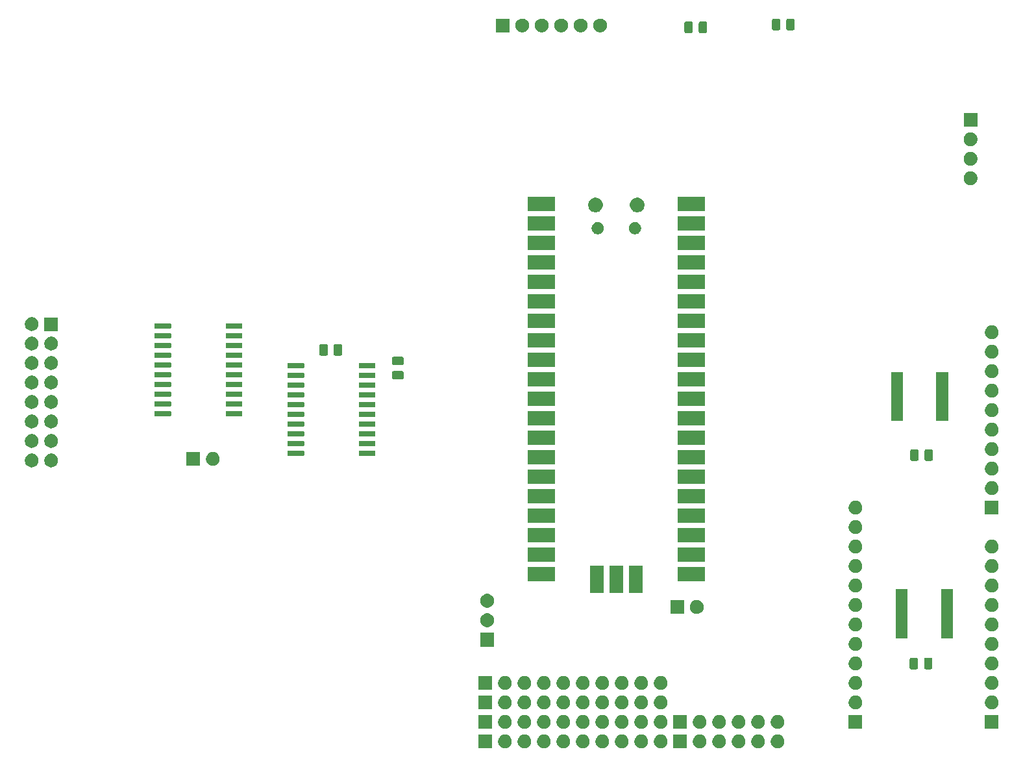
<source format=gbr>
G04 #@! TF.GenerationSoftware,KiCad,Pcbnew,5.1.5+dfsg1-2build2*
G04 #@! TF.CreationDate,2021-09-05T22:16:52+01:00*
G04 #@! TF.ProjectId,pak_breakout,70616b5f-6272-4656-916b-6f75742e6b69,rev?*
G04 #@! TF.SameCoordinates,Original*
G04 #@! TF.FileFunction,Soldermask,Top*
G04 #@! TF.FilePolarity,Negative*
%FSLAX46Y46*%
G04 Gerber Fmt 4.6, Leading zero omitted, Abs format (unit mm)*
G04 Created by KiCad (PCBNEW 5.1.5+dfsg1-2build2) date 2021-09-05 22:16:52*
%MOMM*%
%LPD*%
G04 APERTURE LIST*
%ADD10C,0.100000*%
G04 APERTURE END LIST*
D10*
G36*
X398893512Y-281043927D02*
G01*
X399042812Y-281073624D01*
X399206784Y-281141544D01*
X399354354Y-281240147D01*
X399479853Y-281365646D01*
X399578456Y-281513216D01*
X399646376Y-281677188D01*
X399681000Y-281851259D01*
X399681000Y-282028741D01*
X399646376Y-282202812D01*
X399578456Y-282366784D01*
X399479853Y-282514354D01*
X399354354Y-282639853D01*
X399206784Y-282738456D01*
X399042812Y-282806376D01*
X398893512Y-282836073D01*
X398868742Y-282841000D01*
X398691258Y-282841000D01*
X398666488Y-282836073D01*
X398517188Y-282806376D01*
X398353216Y-282738456D01*
X398205646Y-282639853D01*
X398080147Y-282514354D01*
X397981544Y-282366784D01*
X397913624Y-282202812D01*
X397879000Y-282028741D01*
X397879000Y-281851259D01*
X397913624Y-281677188D01*
X397981544Y-281513216D01*
X398080147Y-281365646D01*
X398205646Y-281240147D01*
X398353216Y-281141544D01*
X398517188Y-281073624D01*
X398666488Y-281043927D01*
X398691258Y-281039000D01*
X398868742Y-281039000D01*
X398893512Y-281043927D01*
G37*
G36*
X406513512Y-281043927D02*
G01*
X406662812Y-281073624D01*
X406826784Y-281141544D01*
X406974354Y-281240147D01*
X407099853Y-281365646D01*
X407198456Y-281513216D01*
X407266376Y-281677188D01*
X407301000Y-281851259D01*
X407301000Y-282028741D01*
X407266376Y-282202812D01*
X407198456Y-282366784D01*
X407099853Y-282514354D01*
X406974354Y-282639853D01*
X406826784Y-282738456D01*
X406662812Y-282806376D01*
X406513512Y-282836073D01*
X406488742Y-282841000D01*
X406311258Y-282841000D01*
X406286488Y-282836073D01*
X406137188Y-282806376D01*
X405973216Y-282738456D01*
X405825646Y-282639853D01*
X405700147Y-282514354D01*
X405601544Y-282366784D01*
X405533624Y-282202812D01*
X405499000Y-282028741D01*
X405499000Y-281851259D01*
X405533624Y-281677188D01*
X405601544Y-281513216D01*
X405700147Y-281365646D01*
X405825646Y-281240147D01*
X405973216Y-281141544D01*
X406137188Y-281073624D01*
X406286488Y-281043927D01*
X406311258Y-281039000D01*
X406488742Y-281039000D01*
X406513512Y-281043927D01*
G37*
G36*
X386193512Y-281043927D02*
G01*
X386342812Y-281073624D01*
X386506784Y-281141544D01*
X386654354Y-281240147D01*
X386779853Y-281365646D01*
X386878456Y-281513216D01*
X386946376Y-281677188D01*
X386981000Y-281851259D01*
X386981000Y-282028741D01*
X386946376Y-282202812D01*
X386878456Y-282366784D01*
X386779853Y-282514354D01*
X386654354Y-282639853D01*
X386506784Y-282738456D01*
X386342812Y-282806376D01*
X386193512Y-282836073D01*
X386168742Y-282841000D01*
X385991258Y-282841000D01*
X385966488Y-282836073D01*
X385817188Y-282806376D01*
X385653216Y-282738456D01*
X385505646Y-282639853D01*
X385380147Y-282514354D01*
X385281544Y-282366784D01*
X385213624Y-282202812D01*
X385179000Y-282028741D01*
X385179000Y-281851259D01*
X385213624Y-281677188D01*
X385281544Y-281513216D01*
X385380147Y-281365646D01*
X385505646Y-281240147D01*
X385653216Y-281141544D01*
X385817188Y-281073624D01*
X385966488Y-281043927D01*
X385991258Y-281039000D01*
X386168742Y-281039000D01*
X386193512Y-281043927D01*
G37*
G36*
X383653512Y-281043927D02*
G01*
X383802812Y-281073624D01*
X383966784Y-281141544D01*
X384114354Y-281240147D01*
X384239853Y-281365646D01*
X384338456Y-281513216D01*
X384406376Y-281677188D01*
X384441000Y-281851259D01*
X384441000Y-282028741D01*
X384406376Y-282202812D01*
X384338456Y-282366784D01*
X384239853Y-282514354D01*
X384114354Y-282639853D01*
X383966784Y-282738456D01*
X383802812Y-282806376D01*
X383653512Y-282836073D01*
X383628742Y-282841000D01*
X383451258Y-282841000D01*
X383426488Y-282836073D01*
X383277188Y-282806376D01*
X383113216Y-282738456D01*
X382965646Y-282639853D01*
X382840147Y-282514354D01*
X382741544Y-282366784D01*
X382673624Y-282202812D01*
X382639000Y-282028741D01*
X382639000Y-281851259D01*
X382673624Y-281677188D01*
X382741544Y-281513216D01*
X382840147Y-281365646D01*
X382965646Y-281240147D01*
X383113216Y-281141544D01*
X383277188Y-281073624D01*
X383426488Y-281043927D01*
X383451258Y-281039000D01*
X383628742Y-281039000D01*
X383653512Y-281043927D01*
G37*
G36*
X381113512Y-281043927D02*
G01*
X381262812Y-281073624D01*
X381426784Y-281141544D01*
X381574354Y-281240147D01*
X381699853Y-281365646D01*
X381798456Y-281513216D01*
X381866376Y-281677188D01*
X381901000Y-281851259D01*
X381901000Y-282028741D01*
X381866376Y-282202812D01*
X381798456Y-282366784D01*
X381699853Y-282514354D01*
X381574354Y-282639853D01*
X381426784Y-282738456D01*
X381262812Y-282806376D01*
X381113512Y-282836073D01*
X381088742Y-282841000D01*
X380911258Y-282841000D01*
X380886488Y-282836073D01*
X380737188Y-282806376D01*
X380573216Y-282738456D01*
X380425646Y-282639853D01*
X380300147Y-282514354D01*
X380201544Y-282366784D01*
X380133624Y-282202812D01*
X380099000Y-282028741D01*
X380099000Y-281851259D01*
X380133624Y-281677188D01*
X380201544Y-281513216D01*
X380300147Y-281365646D01*
X380425646Y-281240147D01*
X380573216Y-281141544D01*
X380737188Y-281073624D01*
X380886488Y-281043927D01*
X380911258Y-281039000D01*
X381088742Y-281039000D01*
X381113512Y-281043927D01*
G37*
G36*
X378573512Y-281043927D02*
G01*
X378722812Y-281073624D01*
X378886784Y-281141544D01*
X379034354Y-281240147D01*
X379159853Y-281365646D01*
X379258456Y-281513216D01*
X379326376Y-281677188D01*
X379361000Y-281851259D01*
X379361000Y-282028741D01*
X379326376Y-282202812D01*
X379258456Y-282366784D01*
X379159853Y-282514354D01*
X379034354Y-282639853D01*
X378886784Y-282738456D01*
X378722812Y-282806376D01*
X378573512Y-282836073D01*
X378548742Y-282841000D01*
X378371258Y-282841000D01*
X378346488Y-282836073D01*
X378197188Y-282806376D01*
X378033216Y-282738456D01*
X377885646Y-282639853D01*
X377760147Y-282514354D01*
X377661544Y-282366784D01*
X377593624Y-282202812D01*
X377559000Y-282028741D01*
X377559000Y-281851259D01*
X377593624Y-281677188D01*
X377661544Y-281513216D01*
X377760147Y-281365646D01*
X377885646Y-281240147D01*
X378033216Y-281141544D01*
X378197188Y-281073624D01*
X378346488Y-281043927D01*
X378371258Y-281039000D01*
X378548742Y-281039000D01*
X378573512Y-281043927D01*
G37*
G36*
X376821000Y-282841000D02*
G01*
X375019000Y-282841000D01*
X375019000Y-281039000D01*
X376821000Y-281039000D01*
X376821000Y-282841000D01*
G37*
G36*
X409053512Y-281043927D02*
G01*
X409202812Y-281073624D01*
X409366784Y-281141544D01*
X409514354Y-281240147D01*
X409639853Y-281365646D01*
X409738456Y-281513216D01*
X409806376Y-281677188D01*
X409841000Y-281851259D01*
X409841000Y-282028741D01*
X409806376Y-282202812D01*
X409738456Y-282366784D01*
X409639853Y-282514354D01*
X409514354Y-282639853D01*
X409366784Y-282738456D01*
X409202812Y-282806376D01*
X409053512Y-282836073D01*
X409028742Y-282841000D01*
X408851258Y-282841000D01*
X408826488Y-282836073D01*
X408677188Y-282806376D01*
X408513216Y-282738456D01*
X408365646Y-282639853D01*
X408240147Y-282514354D01*
X408141544Y-282366784D01*
X408073624Y-282202812D01*
X408039000Y-282028741D01*
X408039000Y-281851259D01*
X408073624Y-281677188D01*
X408141544Y-281513216D01*
X408240147Y-281365646D01*
X408365646Y-281240147D01*
X408513216Y-281141544D01*
X408677188Y-281073624D01*
X408826488Y-281043927D01*
X408851258Y-281039000D01*
X409028742Y-281039000D01*
X409053512Y-281043927D01*
G37*
G36*
X411593512Y-281043927D02*
G01*
X411742812Y-281073624D01*
X411906784Y-281141544D01*
X412054354Y-281240147D01*
X412179853Y-281365646D01*
X412278456Y-281513216D01*
X412346376Y-281677188D01*
X412381000Y-281851259D01*
X412381000Y-282028741D01*
X412346376Y-282202812D01*
X412278456Y-282366784D01*
X412179853Y-282514354D01*
X412054354Y-282639853D01*
X411906784Y-282738456D01*
X411742812Y-282806376D01*
X411593512Y-282836073D01*
X411568742Y-282841000D01*
X411391258Y-282841000D01*
X411366488Y-282836073D01*
X411217188Y-282806376D01*
X411053216Y-282738456D01*
X410905646Y-282639853D01*
X410780147Y-282514354D01*
X410681544Y-282366784D01*
X410613624Y-282202812D01*
X410579000Y-282028741D01*
X410579000Y-281851259D01*
X410613624Y-281677188D01*
X410681544Y-281513216D01*
X410780147Y-281365646D01*
X410905646Y-281240147D01*
X411053216Y-281141544D01*
X411217188Y-281073624D01*
X411366488Y-281043927D01*
X411391258Y-281039000D01*
X411568742Y-281039000D01*
X411593512Y-281043927D01*
G37*
G36*
X402221000Y-282841000D02*
G01*
X400419000Y-282841000D01*
X400419000Y-281039000D01*
X402221000Y-281039000D01*
X402221000Y-282841000D01*
G37*
G36*
X403973512Y-281043927D02*
G01*
X404122812Y-281073624D01*
X404286784Y-281141544D01*
X404434354Y-281240147D01*
X404559853Y-281365646D01*
X404658456Y-281513216D01*
X404726376Y-281677188D01*
X404761000Y-281851259D01*
X404761000Y-282028741D01*
X404726376Y-282202812D01*
X404658456Y-282366784D01*
X404559853Y-282514354D01*
X404434354Y-282639853D01*
X404286784Y-282738456D01*
X404122812Y-282806376D01*
X403973512Y-282836073D01*
X403948742Y-282841000D01*
X403771258Y-282841000D01*
X403746488Y-282836073D01*
X403597188Y-282806376D01*
X403433216Y-282738456D01*
X403285646Y-282639853D01*
X403160147Y-282514354D01*
X403061544Y-282366784D01*
X402993624Y-282202812D01*
X402959000Y-282028741D01*
X402959000Y-281851259D01*
X402993624Y-281677188D01*
X403061544Y-281513216D01*
X403160147Y-281365646D01*
X403285646Y-281240147D01*
X403433216Y-281141544D01*
X403597188Y-281073624D01*
X403746488Y-281043927D01*
X403771258Y-281039000D01*
X403948742Y-281039000D01*
X403973512Y-281043927D01*
G37*
G36*
X396353512Y-281043927D02*
G01*
X396502812Y-281073624D01*
X396666784Y-281141544D01*
X396814354Y-281240147D01*
X396939853Y-281365646D01*
X397038456Y-281513216D01*
X397106376Y-281677188D01*
X397141000Y-281851259D01*
X397141000Y-282028741D01*
X397106376Y-282202812D01*
X397038456Y-282366784D01*
X396939853Y-282514354D01*
X396814354Y-282639853D01*
X396666784Y-282738456D01*
X396502812Y-282806376D01*
X396353512Y-282836073D01*
X396328742Y-282841000D01*
X396151258Y-282841000D01*
X396126488Y-282836073D01*
X395977188Y-282806376D01*
X395813216Y-282738456D01*
X395665646Y-282639853D01*
X395540147Y-282514354D01*
X395441544Y-282366784D01*
X395373624Y-282202812D01*
X395339000Y-282028741D01*
X395339000Y-281851259D01*
X395373624Y-281677188D01*
X395441544Y-281513216D01*
X395540147Y-281365646D01*
X395665646Y-281240147D01*
X395813216Y-281141544D01*
X395977188Y-281073624D01*
X396126488Y-281043927D01*
X396151258Y-281039000D01*
X396328742Y-281039000D01*
X396353512Y-281043927D01*
G37*
G36*
X393813512Y-281043927D02*
G01*
X393962812Y-281073624D01*
X394126784Y-281141544D01*
X394274354Y-281240147D01*
X394399853Y-281365646D01*
X394498456Y-281513216D01*
X394566376Y-281677188D01*
X394601000Y-281851259D01*
X394601000Y-282028741D01*
X394566376Y-282202812D01*
X394498456Y-282366784D01*
X394399853Y-282514354D01*
X394274354Y-282639853D01*
X394126784Y-282738456D01*
X393962812Y-282806376D01*
X393813512Y-282836073D01*
X393788742Y-282841000D01*
X393611258Y-282841000D01*
X393586488Y-282836073D01*
X393437188Y-282806376D01*
X393273216Y-282738456D01*
X393125646Y-282639853D01*
X393000147Y-282514354D01*
X392901544Y-282366784D01*
X392833624Y-282202812D01*
X392799000Y-282028741D01*
X392799000Y-281851259D01*
X392833624Y-281677188D01*
X392901544Y-281513216D01*
X393000147Y-281365646D01*
X393125646Y-281240147D01*
X393273216Y-281141544D01*
X393437188Y-281073624D01*
X393586488Y-281043927D01*
X393611258Y-281039000D01*
X393788742Y-281039000D01*
X393813512Y-281043927D01*
G37*
G36*
X414133512Y-281043927D02*
G01*
X414282812Y-281073624D01*
X414446784Y-281141544D01*
X414594354Y-281240147D01*
X414719853Y-281365646D01*
X414818456Y-281513216D01*
X414886376Y-281677188D01*
X414921000Y-281851259D01*
X414921000Y-282028741D01*
X414886376Y-282202812D01*
X414818456Y-282366784D01*
X414719853Y-282514354D01*
X414594354Y-282639853D01*
X414446784Y-282738456D01*
X414282812Y-282806376D01*
X414133512Y-282836073D01*
X414108742Y-282841000D01*
X413931258Y-282841000D01*
X413906488Y-282836073D01*
X413757188Y-282806376D01*
X413593216Y-282738456D01*
X413445646Y-282639853D01*
X413320147Y-282514354D01*
X413221544Y-282366784D01*
X413153624Y-282202812D01*
X413119000Y-282028741D01*
X413119000Y-281851259D01*
X413153624Y-281677188D01*
X413221544Y-281513216D01*
X413320147Y-281365646D01*
X413445646Y-281240147D01*
X413593216Y-281141544D01*
X413757188Y-281073624D01*
X413906488Y-281043927D01*
X413931258Y-281039000D01*
X414108742Y-281039000D01*
X414133512Y-281043927D01*
G37*
G36*
X388733512Y-281043927D02*
G01*
X388882812Y-281073624D01*
X389046784Y-281141544D01*
X389194354Y-281240147D01*
X389319853Y-281365646D01*
X389418456Y-281513216D01*
X389486376Y-281677188D01*
X389521000Y-281851259D01*
X389521000Y-282028741D01*
X389486376Y-282202812D01*
X389418456Y-282366784D01*
X389319853Y-282514354D01*
X389194354Y-282639853D01*
X389046784Y-282738456D01*
X388882812Y-282806376D01*
X388733512Y-282836073D01*
X388708742Y-282841000D01*
X388531258Y-282841000D01*
X388506488Y-282836073D01*
X388357188Y-282806376D01*
X388193216Y-282738456D01*
X388045646Y-282639853D01*
X387920147Y-282514354D01*
X387821544Y-282366784D01*
X387753624Y-282202812D01*
X387719000Y-282028741D01*
X387719000Y-281851259D01*
X387753624Y-281677188D01*
X387821544Y-281513216D01*
X387920147Y-281365646D01*
X388045646Y-281240147D01*
X388193216Y-281141544D01*
X388357188Y-281073624D01*
X388506488Y-281043927D01*
X388531258Y-281039000D01*
X388708742Y-281039000D01*
X388733512Y-281043927D01*
G37*
G36*
X391273512Y-281043927D02*
G01*
X391422812Y-281073624D01*
X391586784Y-281141544D01*
X391734354Y-281240147D01*
X391859853Y-281365646D01*
X391958456Y-281513216D01*
X392026376Y-281677188D01*
X392061000Y-281851259D01*
X392061000Y-282028741D01*
X392026376Y-282202812D01*
X391958456Y-282366784D01*
X391859853Y-282514354D01*
X391734354Y-282639853D01*
X391586784Y-282738456D01*
X391422812Y-282806376D01*
X391273512Y-282836073D01*
X391248742Y-282841000D01*
X391071258Y-282841000D01*
X391046488Y-282836073D01*
X390897188Y-282806376D01*
X390733216Y-282738456D01*
X390585646Y-282639853D01*
X390460147Y-282514354D01*
X390361544Y-282366784D01*
X390293624Y-282202812D01*
X390259000Y-282028741D01*
X390259000Y-281851259D01*
X390293624Y-281677188D01*
X390361544Y-281513216D01*
X390460147Y-281365646D01*
X390585646Y-281240147D01*
X390733216Y-281141544D01*
X390897188Y-281073624D01*
X391046488Y-281043927D01*
X391071258Y-281039000D01*
X391248742Y-281039000D01*
X391273512Y-281043927D01*
G37*
G36*
X388733512Y-278503927D02*
G01*
X388882812Y-278533624D01*
X389046784Y-278601544D01*
X389194354Y-278700147D01*
X389319853Y-278825646D01*
X389418456Y-278973216D01*
X389486376Y-279137188D01*
X389521000Y-279311259D01*
X389521000Y-279488741D01*
X389486376Y-279662812D01*
X389418456Y-279826784D01*
X389319853Y-279974354D01*
X389194354Y-280099853D01*
X389046784Y-280198456D01*
X388882812Y-280266376D01*
X388733512Y-280296073D01*
X388708742Y-280301000D01*
X388531258Y-280301000D01*
X388506488Y-280296073D01*
X388357188Y-280266376D01*
X388193216Y-280198456D01*
X388045646Y-280099853D01*
X387920147Y-279974354D01*
X387821544Y-279826784D01*
X387753624Y-279662812D01*
X387719000Y-279488741D01*
X387719000Y-279311259D01*
X387753624Y-279137188D01*
X387821544Y-278973216D01*
X387920147Y-278825646D01*
X388045646Y-278700147D01*
X388193216Y-278601544D01*
X388357188Y-278533624D01*
X388506488Y-278503927D01*
X388531258Y-278499000D01*
X388708742Y-278499000D01*
X388733512Y-278503927D01*
G37*
G36*
X425081000Y-280301000D02*
G01*
X423279000Y-280301000D01*
X423279000Y-278499000D01*
X425081000Y-278499000D01*
X425081000Y-280301000D01*
G37*
G36*
X442861000Y-280301000D02*
G01*
X441059000Y-280301000D01*
X441059000Y-278499000D01*
X442861000Y-278499000D01*
X442861000Y-280301000D01*
G37*
G36*
X376821000Y-280301000D02*
G01*
X375019000Y-280301000D01*
X375019000Y-278499000D01*
X376821000Y-278499000D01*
X376821000Y-280301000D01*
G37*
G36*
X378573512Y-278503927D02*
G01*
X378722812Y-278533624D01*
X378886784Y-278601544D01*
X379034354Y-278700147D01*
X379159853Y-278825646D01*
X379258456Y-278973216D01*
X379326376Y-279137188D01*
X379361000Y-279311259D01*
X379361000Y-279488741D01*
X379326376Y-279662812D01*
X379258456Y-279826784D01*
X379159853Y-279974354D01*
X379034354Y-280099853D01*
X378886784Y-280198456D01*
X378722812Y-280266376D01*
X378573512Y-280296073D01*
X378548742Y-280301000D01*
X378371258Y-280301000D01*
X378346488Y-280296073D01*
X378197188Y-280266376D01*
X378033216Y-280198456D01*
X377885646Y-280099853D01*
X377760147Y-279974354D01*
X377661544Y-279826784D01*
X377593624Y-279662812D01*
X377559000Y-279488741D01*
X377559000Y-279311259D01*
X377593624Y-279137188D01*
X377661544Y-278973216D01*
X377760147Y-278825646D01*
X377885646Y-278700147D01*
X378033216Y-278601544D01*
X378197188Y-278533624D01*
X378346488Y-278503927D01*
X378371258Y-278499000D01*
X378548742Y-278499000D01*
X378573512Y-278503927D01*
G37*
G36*
X381113512Y-278503927D02*
G01*
X381262812Y-278533624D01*
X381426784Y-278601544D01*
X381574354Y-278700147D01*
X381699853Y-278825646D01*
X381798456Y-278973216D01*
X381866376Y-279137188D01*
X381901000Y-279311259D01*
X381901000Y-279488741D01*
X381866376Y-279662812D01*
X381798456Y-279826784D01*
X381699853Y-279974354D01*
X381574354Y-280099853D01*
X381426784Y-280198456D01*
X381262812Y-280266376D01*
X381113512Y-280296073D01*
X381088742Y-280301000D01*
X380911258Y-280301000D01*
X380886488Y-280296073D01*
X380737188Y-280266376D01*
X380573216Y-280198456D01*
X380425646Y-280099853D01*
X380300147Y-279974354D01*
X380201544Y-279826784D01*
X380133624Y-279662812D01*
X380099000Y-279488741D01*
X380099000Y-279311259D01*
X380133624Y-279137188D01*
X380201544Y-278973216D01*
X380300147Y-278825646D01*
X380425646Y-278700147D01*
X380573216Y-278601544D01*
X380737188Y-278533624D01*
X380886488Y-278503927D01*
X380911258Y-278499000D01*
X381088742Y-278499000D01*
X381113512Y-278503927D01*
G37*
G36*
X383653512Y-278503927D02*
G01*
X383802812Y-278533624D01*
X383966784Y-278601544D01*
X384114354Y-278700147D01*
X384239853Y-278825646D01*
X384338456Y-278973216D01*
X384406376Y-279137188D01*
X384441000Y-279311259D01*
X384441000Y-279488741D01*
X384406376Y-279662812D01*
X384338456Y-279826784D01*
X384239853Y-279974354D01*
X384114354Y-280099853D01*
X383966784Y-280198456D01*
X383802812Y-280266376D01*
X383653512Y-280296073D01*
X383628742Y-280301000D01*
X383451258Y-280301000D01*
X383426488Y-280296073D01*
X383277188Y-280266376D01*
X383113216Y-280198456D01*
X382965646Y-280099853D01*
X382840147Y-279974354D01*
X382741544Y-279826784D01*
X382673624Y-279662812D01*
X382639000Y-279488741D01*
X382639000Y-279311259D01*
X382673624Y-279137188D01*
X382741544Y-278973216D01*
X382840147Y-278825646D01*
X382965646Y-278700147D01*
X383113216Y-278601544D01*
X383277188Y-278533624D01*
X383426488Y-278503927D01*
X383451258Y-278499000D01*
X383628742Y-278499000D01*
X383653512Y-278503927D01*
G37*
G36*
X386193512Y-278503927D02*
G01*
X386342812Y-278533624D01*
X386506784Y-278601544D01*
X386654354Y-278700147D01*
X386779853Y-278825646D01*
X386878456Y-278973216D01*
X386946376Y-279137188D01*
X386981000Y-279311259D01*
X386981000Y-279488741D01*
X386946376Y-279662812D01*
X386878456Y-279826784D01*
X386779853Y-279974354D01*
X386654354Y-280099853D01*
X386506784Y-280198456D01*
X386342812Y-280266376D01*
X386193512Y-280296073D01*
X386168742Y-280301000D01*
X385991258Y-280301000D01*
X385966488Y-280296073D01*
X385817188Y-280266376D01*
X385653216Y-280198456D01*
X385505646Y-280099853D01*
X385380147Y-279974354D01*
X385281544Y-279826784D01*
X385213624Y-279662812D01*
X385179000Y-279488741D01*
X385179000Y-279311259D01*
X385213624Y-279137188D01*
X385281544Y-278973216D01*
X385380147Y-278825646D01*
X385505646Y-278700147D01*
X385653216Y-278601544D01*
X385817188Y-278533624D01*
X385966488Y-278503927D01*
X385991258Y-278499000D01*
X386168742Y-278499000D01*
X386193512Y-278503927D01*
G37*
G36*
X391273512Y-278503927D02*
G01*
X391422812Y-278533624D01*
X391586784Y-278601544D01*
X391734354Y-278700147D01*
X391859853Y-278825646D01*
X391958456Y-278973216D01*
X392026376Y-279137188D01*
X392061000Y-279311259D01*
X392061000Y-279488741D01*
X392026376Y-279662812D01*
X391958456Y-279826784D01*
X391859853Y-279974354D01*
X391734354Y-280099853D01*
X391586784Y-280198456D01*
X391422812Y-280266376D01*
X391273512Y-280296073D01*
X391248742Y-280301000D01*
X391071258Y-280301000D01*
X391046488Y-280296073D01*
X390897188Y-280266376D01*
X390733216Y-280198456D01*
X390585646Y-280099853D01*
X390460147Y-279974354D01*
X390361544Y-279826784D01*
X390293624Y-279662812D01*
X390259000Y-279488741D01*
X390259000Y-279311259D01*
X390293624Y-279137188D01*
X390361544Y-278973216D01*
X390460147Y-278825646D01*
X390585646Y-278700147D01*
X390733216Y-278601544D01*
X390897188Y-278533624D01*
X391046488Y-278503927D01*
X391071258Y-278499000D01*
X391248742Y-278499000D01*
X391273512Y-278503927D01*
G37*
G36*
X393813512Y-278503927D02*
G01*
X393962812Y-278533624D01*
X394126784Y-278601544D01*
X394274354Y-278700147D01*
X394399853Y-278825646D01*
X394498456Y-278973216D01*
X394566376Y-279137188D01*
X394601000Y-279311259D01*
X394601000Y-279488741D01*
X394566376Y-279662812D01*
X394498456Y-279826784D01*
X394399853Y-279974354D01*
X394274354Y-280099853D01*
X394126784Y-280198456D01*
X393962812Y-280266376D01*
X393813512Y-280296073D01*
X393788742Y-280301000D01*
X393611258Y-280301000D01*
X393586488Y-280296073D01*
X393437188Y-280266376D01*
X393273216Y-280198456D01*
X393125646Y-280099853D01*
X393000147Y-279974354D01*
X392901544Y-279826784D01*
X392833624Y-279662812D01*
X392799000Y-279488741D01*
X392799000Y-279311259D01*
X392833624Y-279137188D01*
X392901544Y-278973216D01*
X393000147Y-278825646D01*
X393125646Y-278700147D01*
X393273216Y-278601544D01*
X393437188Y-278533624D01*
X393586488Y-278503927D01*
X393611258Y-278499000D01*
X393788742Y-278499000D01*
X393813512Y-278503927D01*
G37*
G36*
X398893512Y-278503927D02*
G01*
X399042812Y-278533624D01*
X399206784Y-278601544D01*
X399354354Y-278700147D01*
X399479853Y-278825646D01*
X399578456Y-278973216D01*
X399646376Y-279137188D01*
X399681000Y-279311259D01*
X399681000Y-279488741D01*
X399646376Y-279662812D01*
X399578456Y-279826784D01*
X399479853Y-279974354D01*
X399354354Y-280099853D01*
X399206784Y-280198456D01*
X399042812Y-280266376D01*
X398893512Y-280296073D01*
X398868742Y-280301000D01*
X398691258Y-280301000D01*
X398666488Y-280296073D01*
X398517188Y-280266376D01*
X398353216Y-280198456D01*
X398205646Y-280099853D01*
X398080147Y-279974354D01*
X397981544Y-279826784D01*
X397913624Y-279662812D01*
X397879000Y-279488741D01*
X397879000Y-279311259D01*
X397913624Y-279137188D01*
X397981544Y-278973216D01*
X398080147Y-278825646D01*
X398205646Y-278700147D01*
X398353216Y-278601544D01*
X398517188Y-278533624D01*
X398666488Y-278503927D01*
X398691258Y-278499000D01*
X398868742Y-278499000D01*
X398893512Y-278503927D01*
G37*
G36*
X406513512Y-278503927D02*
G01*
X406662812Y-278533624D01*
X406826784Y-278601544D01*
X406974354Y-278700147D01*
X407099853Y-278825646D01*
X407198456Y-278973216D01*
X407266376Y-279137188D01*
X407301000Y-279311259D01*
X407301000Y-279488741D01*
X407266376Y-279662812D01*
X407198456Y-279826784D01*
X407099853Y-279974354D01*
X406974354Y-280099853D01*
X406826784Y-280198456D01*
X406662812Y-280266376D01*
X406513512Y-280296073D01*
X406488742Y-280301000D01*
X406311258Y-280301000D01*
X406286488Y-280296073D01*
X406137188Y-280266376D01*
X405973216Y-280198456D01*
X405825646Y-280099853D01*
X405700147Y-279974354D01*
X405601544Y-279826784D01*
X405533624Y-279662812D01*
X405499000Y-279488741D01*
X405499000Y-279311259D01*
X405533624Y-279137188D01*
X405601544Y-278973216D01*
X405700147Y-278825646D01*
X405825646Y-278700147D01*
X405973216Y-278601544D01*
X406137188Y-278533624D01*
X406286488Y-278503927D01*
X406311258Y-278499000D01*
X406488742Y-278499000D01*
X406513512Y-278503927D01*
G37*
G36*
X403973512Y-278503927D02*
G01*
X404122812Y-278533624D01*
X404286784Y-278601544D01*
X404434354Y-278700147D01*
X404559853Y-278825646D01*
X404658456Y-278973216D01*
X404726376Y-279137188D01*
X404761000Y-279311259D01*
X404761000Y-279488741D01*
X404726376Y-279662812D01*
X404658456Y-279826784D01*
X404559853Y-279974354D01*
X404434354Y-280099853D01*
X404286784Y-280198456D01*
X404122812Y-280266376D01*
X403973512Y-280296073D01*
X403948742Y-280301000D01*
X403771258Y-280301000D01*
X403746488Y-280296073D01*
X403597188Y-280266376D01*
X403433216Y-280198456D01*
X403285646Y-280099853D01*
X403160147Y-279974354D01*
X403061544Y-279826784D01*
X402993624Y-279662812D01*
X402959000Y-279488741D01*
X402959000Y-279311259D01*
X402993624Y-279137188D01*
X403061544Y-278973216D01*
X403160147Y-278825646D01*
X403285646Y-278700147D01*
X403433216Y-278601544D01*
X403597188Y-278533624D01*
X403746488Y-278503927D01*
X403771258Y-278499000D01*
X403948742Y-278499000D01*
X403973512Y-278503927D01*
G37*
G36*
X402221000Y-280301000D02*
G01*
X400419000Y-280301000D01*
X400419000Y-278499000D01*
X402221000Y-278499000D01*
X402221000Y-280301000D01*
G37*
G36*
X411593512Y-278503927D02*
G01*
X411742812Y-278533624D01*
X411906784Y-278601544D01*
X412054354Y-278700147D01*
X412179853Y-278825646D01*
X412278456Y-278973216D01*
X412346376Y-279137188D01*
X412381000Y-279311259D01*
X412381000Y-279488741D01*
X412346376Y-279662812D01*
X412278456Y-279826784D01*
X412179853Y-279974354D01*
X412054354Y-280099853D01*
X411906784Y-280198456D01*
X411742812Y-280266376D01*
X411593512Y-280296073D01*
X411568742Y-280301000D01*
X411391258Y-280301000D01*
X411366488Y-280296073D01*
X411217188Y-280266376D01*
X411053216Y-280198456D01*
X410905646Y-280099853D01*
X410780147Y-279974354D01*
X410681544Y-279826784D01*
X410613624Y-279662812D01*
X410579000Y-279488741D01*
X410579000Y-279311259D01*
X410613624Y-279137188D01*
X410681544Y-278973216D01*
X410780147Y-278825646D01*
X410905646Y-278700147D01*
X411053216Y-278601544D01*
X411217188Y-278533624D01*
X411366488Y-278503927D01*
X411391258Y-278499000D01*
X411568742Y-278499000D01*
X411593512Y-278503927D01*
G37*
G36*
X396353512Y-278503927D02*
G01*
X396502812Y-278533624D01*
X396666784Y-278601544D01*
X396814354Y-278700147D01*
X396939853Y-278825646D01*
X397038456Y-278973216D01*
X397106376Y-279137188D01*
X397141000Y-279311259D01*
X397141000Y-279488741D01*
X397106376Y-279662812D01*
X397038456Y-279826784D01*
X396939853Y-279974354D01*
X396814354Y-280099853D01*
X396666784Y-280198456D01*
X396502812Y-280266376D01*
X396353512Y-280296073D01*
X396328742Y-280301000D01*
X396151258Y-280301000D01*
X396126488Y-280296073D01*
X395977188Y-280266376D01*
X395813216Y-280198456D01*
X395665646Y-280099853D01*
X395540147Y-279974354D01*
X395441544Y-279826784D01*
X395373624Y-279662812D01*
X395339000Y-279488741D01*
X395339000Y-279311259D01*
X395373624Y-279137188D01*
X395441544Y-278973216D01*
X395540147Y-278825646D01*
X395665646Y-278700147D01*
X395813216Y-278601544D01*
X395977188Y-278533624D01*
X396126488Y-278503927D01*
X396151258Y-278499000D01*
X396328742Y-278499000D01*
X396353512Y-278503927D01*
G37*
G36*
X409053512Y-278503927D02*
G01*
X409202812Y-278533624D01*
X409366784Y-278601544D01*
X409514354Y-278700147D01*
X409639853Y-278825646D01*
X409738456Y-278973216D01*
X409806376Y-279137188D01*
X409841000Y-279311259D01*
X409841000Y-279488741D01*
X409806376Y-279662812D01*
X409738456Y-279826784D01*
X409639853Y-279974354D01*
X409514354Y-280099853D01*
X409366784Y-280198456D01*
X409202812Y-280266376D01*
X409053512Y-280296073D01*
X409028742Y-280301000D01*
X408851258Y-280301000D01*
X408826488Y-280296073D01*
X408677188Y-280266376D01*
X408513216Y-280198456D01*
X408365646Y-280099853D01*
X408240147Y-279974354D01*
X408141544Y-279826784D01*
X408073624Y-279662812D01*
X408039000Y-279488741D01*
X408039000Y-279311259D01*
X408073624Y-279137188D01*
X408141544Y-278973216D01*
X408240147Y-278825646D01*
X408365646Y-278700147D01*
X408513216Y-278601544D01*
X408677188Y-278533624D01*
X408826488Y-278503927D01*
X408851258Y-278499000D01*
X409028742Y-278499000D01*
X409053512Y-278503927D01*
G37*
G36*
X414133512Y-278503927D02*
G01*
X414282812Y-278533624D01*
X414446784Y-278601544D01*
X414594354Y-278700147D01*
X414719853Y-278825646D01*
X414818456Y-278973216D01*
X414886376Y-279137188D01*
X414921000Y-279311259D01*
X414921000Y-279488741D01*
X414886376Y-279662812D01*
X414818456Y-279826784D01*
X414719853Y-279974354D01*
X414594354Y-280099853D01*
X414446784Y-280198456D01*
X414282812Y-280266376D01*
X414133512Y-280296073D01*
X414108742Y-280301000D01*
X413931258Y-280301000D01*
X413906488Y-280296073D01*
X413757188Y-280266376D01*
X413593216Y-280198456D01*
X413445646Y-280099853D01*
X413320147Y-279974354D01*
X413221544Y-279826784D01*
X413153624Y-279662812D01*
X413119000Y-279488741D01*
X413119000Y-279311259D01*
X413153624Y-279137188D01*
X413221544Y-278973216D01*
X413320147Y-278825646D01*
X413445646Y-278700147D01*
X413593216Y-278601544D01*
X413757188Y-278533624D01*
X413906488Y-278503927D01*
X413931258Y-278499000D01*
X414108742Y-278499000D01*
X414133512Y-278503927D01*
G37*
G36*
X442073512Y-275963927D02*
G01*
X442222812Y-275993624D01*
X442386784Y-276061544D01*
X442534354Y-276160147D01*
X442659853Y-276285646D01*
X442758456Y-276433216D01*
X442826376Y-276597188D01*
X442861000Y-276771259D01*
X442861000Y-276948741D01*
X442826376Y-277122812D01*
X442758456Y-277286784D01*
X442659853Y-277434354D01*
X442534354Y-277559853D01*
X442386784Y-277658456D01*
X442222812Y-277726376D01*
X442073512Y-277756073D01*
X442048742Y-277761000D01*
X441871258Y-277761000D01*
X441846488Y-277756073D01*
X441697188Y-277726376D01*
X441533216Y-277658456D01*
X441385646Y-277559853D01*
X441260147Y-277434354D01*
X441161544Y-277286784D01*
X441093624Y-277122812D01*
X441059000Y-276948741D01*
X441059000Y-276771259D01*
X441093624Y-276597188D01*
X441161544Y-276433216D01*
X441260147Y-276285646D01*
X441385646Y-276160147D01*
X441533216Y-276061544D01*
X441697188Y-275993624D01*
X441846488Y-275963927D01*
X441871258Y-275959000D01*
X442048742Y-275959000D01*
X442073512Y-275963927D01*
G37*
G36*
X388733512Y-275963927D02*
G01*
X388882812Y-275993624D01*
X389046784Y-276061544D01*
X389194354Y-276160147D01*
X389319853Y-276285646D01*
X389418456Y-276433216D01*
X389486376Y-276597188D01*
X389521000Y-276771259D01*
X389521000Y-276948741D01*
X389486376Y-277122812D01*
X389418456Y-277286784D01*
X389319853Y-277434354D01*
X389194354Y-277559853D01*
X389046784Y-277658456D01*
X388882812Y-277726376D01*
X388733512Y-277756073D01*
X388708742Y-277761000D01*
X388531258Y-277761000D01*
X388506488Y-277756073D01*
X388357188Y-277726376D01*
X388193216Y-277658456D01*
X388045646Y-277559853D01*
X387920147Y-277434354D01*
X387821544Y-277286784D01*
X387753624Y-277122812D01*
X387719000Y-276948741D01*
X387719000Y-276771259D01*
X387753624Y-276597188D01*
X387821544Y-276433216D01*
X387920147Y-276285646D01*
X388045646Y-276160147D01*
X388193216Y-276061544D01*
X388357188Y-275993624D01*
X388506488Y-275963927D01*
X388531258Y-275959000D01*
X388708742Y-275959000D01*
X388733512Y-275963927D01*
G37*
G36*
X386193512Y-275963927D02*
G01*
X386342812Y-275993624D01*
X386506784Y-276061544D01*
X386654354Y-276160147D01*
X386779853Y-276285646D01*
X386878456Y-276433216D01*
X386946376Y-276597188D01*
X386981000Y-276771259D01*
X386981000Y-276948741D01*
X386946376Y-277122812D01*
X386878456Y-277286784D01*
X386779853Y-277434354D01*
X386654354Y-277559853D01*
X386506784Y-277658456D01*
X386342812Y-277726376D01*
X386193512Y-277756073D01*
X386168742Y-277761000D01*
X385991258Y-277761000D01*
X385966488Y-277756073D01*
X385817188Y-277726376D01*
X385653216Y-277658456D01*
X385505646Y-277559853D01*
X385380147Y-277434354D01*
X385281544Y-277286784D01*
X385213624Y-277122812D01*
X385179000Y-276948741D01*
X385179000Y-276771259D01*
X385213624Y-276597188D01*
X385281544Y-276433216D01*
X385380147Y-276285646D01*
X385505646Y-276160147D01*
X385653216Y-276061544D01*
X385817188Y-275993624D01*
X385966488Y-275963927D01*
X385991258Y-275959000D01*
X386168742Y-275959000D01*
X386193512Y-275963927D01*
G37*
G36*
X383653512Y-275963927D02*
G01*
X383802812Y-275993624D01*
X383966784Y-276061544D01*
X384114354Y-276160147D01*
X384239853Y-276285646D01*
X384338456Y-276433216D01*
X384406376Y-276597188D01*
X384441000Y-276771259D01*
X384441000Y-276948741D01*
X384406376Y-277122812D01*
X384338456Y-277286784D01*
X384239853Y-277434354D01*
X384114354Y-277559853D01*
X383966784Y-277658456D01*
X383802812Y-277726376D01*
X383653512Y-277756073D01*
X383628742Y-277761000D01*
X383451258Y-277761000D01*
X383426488Y-277756073D01*
X383277188Y-277726376D01*
X383113216Y-277658456D01*
X382965646Y-277559853D01*
X382840147Y-277434354D01*
X382741544Y-277286784D01*
X382673624Y-277122812D01*
X382639000Y-276948741D01*
X382639000Y-276771259D01*
X382673624Y-276597188D01*
X382741544Y-276433216D01*
X382840147Y-276285646D01*
X382965646Y-276160147D01*
X383113216Y-276061544D01*
X383277188Y-275993624D01*
X383426488Y-275963927D01*
X383451258Y-275959000D01*
X383628742Y-275959000D01*
X383653512Y-275963927D01*
G37*
G36*
X378573512Y-275963927D02*
G01*
X378722812Y-275993624D01*
X378886784Y-276061544D01*
X379034354Y-276160147D01*
X379159853Y-276285646D01*
X379258456Y-276433216D01*
X379326376Y-276597188D01*
X379361000Y-276771259D01*
X379361000Y-276948741D01*
X379326376Y-277122812D01*
X379258456Y-277286784D01*
X379159853Y-277434354D01*
X379034354Y-277559853D01*
X378886784Y-277658456D01*
X378722812Y-277726376D01*
X378573512Y-277756073D01*
X378548742Y-277761000D01*
X378371258Y-277761000D01*
X378346488Y-277756073D01*
X378197188Y-277726376D01*
X378033216Y-277658456D01*
X377885646Y-277559853D01*
X377760147Y-277434354D01*
X377661544Y-277286784D01*
X377593624Y-277122812D01*
X377559000Y-276948741D01*
X377559000Y-276771259D01*
X377593624Y-276597188D01*
X377661544Y-276433216D01*
X377760147Y-276285646D01*
X377885646Y-276160147D01*
X378033216Y-276061544D01*
X378197188Y-275993624D01*
X378346488Y-275963927D01*
X378371258Y-275959000D01*
X378548742Y-275959000D01*
X378573512Y-275963927D01*
G37*
G36*
X376821000Y-277761000D02*
G01*
X375019000Y-277761000D01*
X375019000Y-275959000D01*
X376821000Y-275959000D01*
X376821000Y-277761000D01*
G37*
G36*
X393813512Y-275963927D02*
G01*
X393962812Y-275993624D01*
X394126784Y-276061544D01*
X394274354Y-276160147D01*
X394399853Y-276285646D01*
X394498456Y-276433216D01*
X394566376Y-276597188D01*
X394601000Y-276771259D01*
X394601000Y-276948741D01*
X394566376Y-277122812D01*
X394498456Y-277286784D01*
X394399853Y-277434354D01*
X394274354Y-277559853D01*
X394126784Y-277658456D01*
X393962812Y-277726376D01*
X393813512Y-277756073D01*
X393788742Y-277761000D01*
X393611258Y-277761000D01*
X393586488Y-277756073D01*
X393437188Y-277726376D01*
X393273216Y-277658456D01*
X393125646Y-277559853D01*
X393000147Y-277434354D01*
X392901544Y-277286784D01*
X392833624Y-277122812D01*
X392799000Y-276948741D01*
X392799000Y-276771259D01*
X392833624Y-276597188D01*
X392901544Y-276433216D01*
X393000147Y-276285646D01*
X393125646Y-276160147D01*
X393273216Y-276061544D01*
X393437188Y-275993624D01*
X393586488Y-275963927D01*
X393611258Y-275959000D01*
X393788742Y-275959000D01*
X393813512Y-275963927D01*
G37*
G36*
X424293512Y-275963927D02*
G01*
X424442812Y-275993624D01*
X424606784Y-276061544D01*
X424754354Y-276160147D01*
X424879853Y-276285646D01*
X424978456Y-276433216D01*
X425046376Y-276597188D01*
X425081000Y-276771259D01*
X425081000Y-276948741D01*
X425046376Y-277122812D01*
X424978456Y-277286784D01*
X424879853Y-277434354D01*
X424754354Y-277559853D01*
X424606784Y-277658456D01*
X424442812Y-277726376D01*
X424293512Y-277756073D01*
X424268742Y-277761000D01*
X424091258Y-277761000D01*
X424066488Y-277756073D01*
X423917188Y-277726376D01*
X423753216Y-277658456D01*
X423605646Y-277559853D01*
X423480147Y-277434354D01*
X423381544Y-277286784D01*
X423313624Y-277122812D01*
X423279000Y-276948741D01*
X423279000Y-276771259D01*
X423313624Y-276597188D01*
X423381544Y-276433216D01*
X423480147Y-276285646D01*
X423605646Y-276160147D01*
X423753216Y-276061544D01*
X423917188Y-275993624D01*
X424066488Y-275963927D01*
X424091258Y-275959000D01*
X424268742Y-275959000D01*
X424293512Y-275963927D01*
G37*
G36*
X391273512Y-275963927D02*
G01*
X391422812Y-275993624D01*
X391586784Y-276061544D01*
X391734354Y-276160147D01*
X391859853Y-276285646D01*
X391958456Y-276433216D01*
X392026376Y-276597188D01*
X392061000Y-276771259D01*
X392061000Y-276948741D01*
X392026376Y-277122812D01*
X391958456Y-277286784D01*
X391859853Y-277434354D01*
X391734354Y-277559853D01*
X391586784Y-277658456D01*
X391422812Y-277726376D01*
X391273512Y-277756073D01*
X391248742Y-277761000D01*
X391071258Y-277761000D01*
X391046488Y-277756073D01*
X390897188Y-277726376D01*
X390733216Y-277658456D01*
X390585646Y-277559853D01*
X390460147Y-277434354D01*
X390361544Y-277286784D01*
X390293624Y-277122812D01*
X390259000Y-276948741D01*
X390259000Y-276771259D01*
X390293624Y-276597188D01*
X390361544Y-276433216D01*
X390460147Y-276285646D01*
X390585646Y-276160147D01*
X390733216Y-276061544D01*
X390897188Y-275993624D01*
X391046488Y-275963927D01*
X391071258Y-275959000D01*
X391248742Y-275959000D01*
X391273512Y-275963927D01*
G37*
G36*
X398893512Y-275963927D02*
G01*
X399042812Y-275993624D01*
X399206784Y-276061544D01*
X399354354Y-276160147D01*
X399479853Y-276285646D01*
X399578456Y-276433216D01*
X399646376Y-276597188D01*
X399681000Y-276771259D01*
X399681000Y-276948741D01*
X399646376Y-277122812D01*
X399578456Y-277286784D01*
X399479853Y-277434354D01*
X399354354Y-277559853D01*
X399206784Y-277658456D01*
X399042812Y-277726376D01*
X398893512Y-277756073D01*
X398868742Y-277761000D01*
X398691258Y-277761000D01*
X398666488Y-277756073D01*
X398517188Y-277726376D01*
X398353216Y-277658456D01*
X398205646Y-277559853D01*
X398080147Y-277434354D01*
X397981544Y-277286784D01*
X397913624Y-277122812D01*
X397879000Y-276948741D01*
X397879000Y-276771259D01*
X397913624Y-276597188D01*
X397981544Y-276433216D01*
X398080147Y-276285646D01*
X398205646Y-276160147D01*
X398353216Y-276061544D01*
X398517188Y-275993624D01*
X398666488Y-275963927D01*
X398691258Y-275959000D01*
X398868742Y-275959000D01*
X398893512Y-275963927D01*
G37*
G36*
X396353512Y-275963927D02*
G01*
X396502812Y-275993624D01*
X396666784Y-276061544D01*
X396814354Y-276160147D01*
X396939853Y-276285646D01*
X397038456Y-276433216D01*
X397106376Y-276597188D01*
X397141000Y-276771259D01*
X397141000Y-276948741D01*
X397106376Y-277122812D01*
X397038456Y-277286784D01*
X396939853Y-277434354D01*
X396814354Y-277559853D01*
X396666784Y-277658456D01*
X396502812Y-277726376D01*
X396353512Y-277756073D01*
X396328742Y-277761000D01*
X396151258Y-277761000D01*
X396126488Y-277756073D01*
X395977188Y-277726376D01*
X395813216Y-277658456D01*
X395665646Y-277559853D01*
X395540147Y-277434354D01*
X395441544Y-277286784D01*
X395373624Y-277122812D01*
X395339000Y-276948741D01*
X395339000Y-276771259D01*
X395373624Y-276597188D01*
X395441544Y-276433216D01*
X395540147Y-276285646D01*
X395665646Y-276160147D01*
X395813216Y-276061544D01*
X395977188Y-275993624D01*
X396126488Y-275963927D01*
X396151258Y-275959000D01*
X396328742Y-275959000D01*
X396353512Y-275963927D01*
G37*
G36*
X381113512Y-275963927D02*
G01*
X381262812Y-275993624D01*
X381426784Y-276061544D01*
X381574354Y-276160147D01*
X381699853Y-276285646D01*
X381798456Y-276433216D01*
X381866376Y-276597188D01*
X381901000Y-276771259D01*
X381901000Y-276948741D01*
X381866376Y-277122812D01*
X381798456Y-277286784D01*
X381699853Y-277434354D01*
X381574354Y-277559853D01*
X381426784Y-277658456D01*
X381262812Y-277726376D01*
X381113512Y-277756073D01*
X381088742Y-277761000D01*
X380911258Y-277761000D01*
X380886488Y-277756073D01*
X380737188Y-277726376D01*
X380573216Y-277658456D01*
X380425646Y-277559853D01*
X380300147Y-277434354D01*
X380201544Y-277286784D01*
X380133624Y-277122812D01*
X380099000Y-276948741D01*
X380099000Y-276771259D01*
X380133624Y-276597188D01*
X380201544Y-276433216D01*
X380300147Y-276285646D01*
X380425646Y-276160147D01*
X380573216Y-276061544D01*
X380737188Y-275993624D01*
X380886488Y-275963927D01*
X380911258Y-275959000D01*
X381088742Y-275959000D01*
X381113512Y-275963927D01*
G37*
G36*
X388733512Y-273423927D02*
G01*
X388882812Y-273453624D01*
X389046784Y-273521544D01*
X389194354Y-273620147D01*
X389319853Y-273745646D01*
X389418456Y-273893216D01*
X389486376Y-274057188D01*
X389521000Y-274231259D01*
X389521000Y-274408741D01*
X389486376Y-274582812D01*
X389418456Y-274746784D01*
X389319853Y-274894354D01*
X389194354Y-275019853D01*
X389046784Y-275118456D01*
X388882812Y-275186376D01*
X388733512Y-275216073D01*
X388708742Y-275221000D01*
X388531258Y-275221000D01*
X388506488Y-275216073D01*
X388357188Y-275186376D01*
X388193216Y-275118456D01*
X388045646Y-275019853D01*
X387920147Y-274894354D01*
X387821544Y-274746784D01*
X387753624Y-274582812D01*
X387719000Y-274408741D01*
X387719000Y-274231259D01*
X387753624Y-274057188D01*
X387821544Y-273893216D01*
X387920147Y-273745646D01*
X388045646Y-273620147D01*
X388193216Y-273521544D01*
X388357188Y-273453624D01*
X388506488Y-273423927D01*
X388531258Y-273419000D01*
X388708742Y-273419000D01*
X388733512Y-273423927D01*
G37*
G36*
X376821000Y-275221000D02*
G01*
X375019000Y-275221000D01*
X375019000Y-273419000D01*
X376821000Y-273419000D01*
X376821000Y-275221000D01*
G37*
G36*
X378573512Y-273423927D02*
G01*
X378722812Y-273453624D01*
X378886784Y-273521544D01*
X379034354Y-273620147D01*
X379159853Y-273745646D01*
X379258456Y-273893216D01*
X379326376Y-274057188D01*
X379361000Y-274231259D01*
X379361000Y-274408741D01*
X379326376Y-274582812D01*
X379258456Y-274746784D01*
X379159853Y-274894354D01*
X379034354Y-275019853D01*
X378886784Y-275118456D01*
X378722812Y-275186376D01*
X378573512Y-275216073D01*
X378548742Y-275221000D01*
X378371258Y-275221000D01*
X378346488Y-275216073D01*
X378197188Y-275186376D01*
X378033216Y-275118456D01*
X377885646Y-275019853D01*
X377760147Y-274894354D01*
X377661544Y-274746784D01*
X377593624Y-274582812D01*
X377559000Y-274408741D01*
X377559000Y-274231259D01*
X377593624Y-274057188D01*
X377661544Y-273893216D01*
X377760147Y-273745646D01*
X377885646Y-273620147D01*
X378033216Y-273521544D01*
X378197188Y-273453624D01*
X378346488Y-273423927D01*
X378371258Y-273419000D01*
X378548742Y-273419000D01*
X378573512Y-273423927D01*
G37*
G36*
X424293512Y-273423927D02*
G01*
X424442812Y-273453624D01*
X424606784Y-273521544D01*
X424754354Y-273620147D01*
X424879853Y-273745646D01*
X424978456Y-273893216D01*
X425046376Y-274057188D01*
X425081000Y-274231259D01*
X425081000Y-274408741D01*
X425046376Y-274582812D01*
X424978456Y-274746784D01*
X424879853Y-274894354D01*
X424754354Y-275019853D01*
X424606784Y-275118456D01*
X424442812Y-275186376D01*
X424293512Y-275216073D01*
X424268742Y-275221000D01*
X424091258Y-275221000D01*
X424066488Y-275216073D01*
X423917188Y-275186376D01*
X423753216Y-275118456D01*
X423605646Y-275019853D01*
X423480147Y-274894354D01*
X423381544Y-274746784D01*
X423313624Y-274582812D01*
X423279000Y-274408741D01*
X423279000Y-274231259D01*
X423313624Y-274057188D01*
X423381544Y-273893216D01*
X423480147Y-273745646D01*
X423605646Y-273620147D01*
X423753216Y-273521544D01*
X423917188Y-273453624D01*
X424066488Y-273423927D01*
X424091258Y-273419000D01*
X424268742Y-273419000D01*
X424293512Y-273423927D01*
G37*
G36*
X442073512Y-273423927D02*
G01*
X442222812Y-273453624D01*
X442386784Y-273521544D01*
X442534354Y-273620147D01*
X442659853Y-273745646D01*
X442758456Y-273893216D01*
X442826376Y-274057188D01*
X442861000Y-274231259D01*
X442861000Y-274408741D01*
X442826376Y-274582812D01*
X442758456Y-274746784D01*
X442659853Y-274894354D01*
X442534354Y-275019853D01*
X442386784Y-275118456D01*
X442222812Y-275186376D01*
X442073512Y-275216073D01*
X442048742Y-275221000D01*
X441871258Y-275221000D01*
X441846488Y-275216073D01*
X441697188Y-275186376D01*
X441533216Y-275118456D01*
X441385646Y-275019853D01*
X441260147Y-274894354D01*
X441161544Y-274746784D01*
X441093624Y-274582812D01*
X441059000Y-274408741D01*
X441059000Y-274231259D01*
X441093624Y-274057188D01*
X441161544Y-273893216D01*
X441260147Y-273745646D01*
X441385646Y-273620147D01*
X441533216Y-273521544D01*
X441697188Y-273453624D01*
X441846488Y-273423927D01*
X441871258Y-273419000D01*
X442048742Y-273419000D01*
X442073512Y-273423927D01*
G37*
G36*
X398893512Y-273423927D02*
G01*
X399042812Y-273453624D01*
X399206784Y-273521544D01*
X399354354Y-273620147D01*
X399479853Y-273745646D01*
X399578456Y-273893216D01*
X399646376Y-274057188D01*
X399681000Y-274231259D01*
X399681000Y-274408741D01*
X399646376Y-274582812D01*
X399578456Y-274746784D01*
X399479853Y-274894354D01*
X399354354Y-275019853D01*
X399206784Y-275118456D01*
X399042812Y-275186376D01*
X398893512Y-275216073D01*
X398868742Y-275221000D01*
X398691258Y-275221000D01*
X398666488Y-275216073D01*
X398517188Y-275186376D01*
X398353216Y-275118456D01*
X398205646Y-275019853D01*
X398080147Y-274894354D01*
X397981544Y-274746784D01*
X397913624Y-274582812D01*
X397879000Y-274408741D01*
X397879000Y-274231259D01*
X397913624Y-274057188D01*
X397981544Y-273893216D01*
X398080147Y-273745646D01*
X398205646Y-273620147D01*
X398353216Y-273521544D01*
X398517188Y-273453624D01*
X398666488Y-273423927D01*
X398691258Y-273419000D01*
X398868742Y-273419000D01*
X398893512Y-273423927D01*
G37*
G36*
X393813512Y-273423927D02*
G01*
X393962812Y-273453624D01*
X394126784Y-273521544D01*
X394274354Y-273620147D01*
X394399853Y-273745646D01*
X394498456Y-273893216D01*
X394566376Y-274057188D01*
X394601000Y-274231259D01*
X394601000Y-274408741D01*
X394566376Y-274582812D01*
X394498456Y-274746784D01*
X394399853Y-274894354D01*
X394274354Y-275019853D01*
X394126784Y-275118456D01*
X393962812Y-275186376D01*
X393813512Y-275216073D01*
X393788742Y-275221000D01*
X393611258Y-275221000D01*
X393586488Y-275216073D01*
X393437188Y-275186376D01*
X393273216Y-275118456D01*
X393125646Y-275019853D01*
X393000147Y-274894354D01*
X392901544Y-274746784D01*
X392833624Y-274582812D01*
X392799000Y-274408741D01*
X392799000Y-274231259D01*
X392833624Y-274057188D01*
X392901544Y-273893216D01*
X393000147Y-273745646D01*
X393125646Y-273620147D01*
X393273216Y-273521544D01*
X393437188Y-273453624D01*
X393586488Y-273423927D01*
X393611258Y-273419000D01*
X393788742Y-273419000D01*
X393813512Y-273423927D01*
G37*
G36*
X391273512Y-273423927D02*
G01*
X391422812Y-273453624D01*
X391586784Y-273521544D01*
X391734354Y-273620147D01*
X391859853Y-273745646D01*
X391958456Y-273893216D01*
X392026376Y-274057188D01*
X392061000Y-274231259D01*
X392061000Y-274408741D01*
X392026376Y-274582812D01*
X391958456Y-274746784D01*
X391859853Y-274894354D01*
X391734354Y-275019853D01*
X391586784Y-275118456D01*
X391422812Y-275186376D01*
X391273512Y-275216073D01*
X391248742Y-275221000D01*
X391071258Y-275221000D01*
X391046488Y-275216073D01*
X390897188Y-275186376D01*
X390733216Y-275118456D01*
X390585646Y-275019853D01*
X390460147Y-274894354D01*
X390361544Y-274746784D01*
X390293624Y-274582812D01*
X390259000Y-274408741D01*
X390259000Y-274231259D01*
X390293624Y-274057188D01*
X390361544Y-273893216D01*
X390460147Y-273745646D01*
X390585646Y-273620147D01*
X390733216Y-273521544D01*
X390897188Y-273453624D01*
X391046488Y-273423927D01*
X391071258Y-273419000D01*
X391248742Y-273419000D01*
X391273512Y-273423927D01*
G37*
G36*
X386193512Y-273423927D02*
G01*
X386342812Y-273453624D01*
X386506784Y-273521544D01*
X386654354Y-273620147D01*
X386779853Y-273745646D01*
X386878456Y-273893216D01*
X386946376Y-274057188D01*
X386981000Y-274231259D01*
X386981000Y-274408741D01*
X386946376Y-274582812D01*
X386878456Y-274746784D01*
X386779853Y-274894354D01*
X386654354Y-275019853D01*
X386506784Y-275118456D01*
X386342812Y-275186376D01*
X386193512Y-275216073D01*
X386168742Y-275221000D01*
X385991258Y-275221000D01*
X385966488Y-275216073D01*
X385817188Y-275186376D01*
X385653216Y-275118456D01*
X385505646Y-275019853D01*
X385380147Y-274894354D01*
X385281544Y-274746784D01*
X385213624Y-274582812D01*
X385179000Y-274408741D01*
X385179000Y-274231259D01*
X385213624Y-274057188D01*
X385281544Y-273893216D01*
X385380147Y-273745646D01*
X385505646Y-273620147D01*
X385653216Y-273521544D01*
X385817188Y-273453624D01*
X385966488Y-273423927D01*
X385991258Y-273419000D01*
X386168742Y-273419000D01*
X386193512Y-273423927D01*
G37*
G36*
X381113512Y-273423927D02*
G01*
X381262812Y-273453624D01*
X381426784Y-273521544D01*
X381574354Y-273620147D01*
X381699853Y-273745646D01*
X381798456Y-273893216D01*
X381866376Y-274057188D01*
X381901000Y-274231259D01*
X381901000Y-274408741D01*
X381866376Y-274582812D01*
X381798456Y-274746784D01*
X381699853Y-274894354D01*
X381574354Y-275019853D01*
X381426784Y-275118456D01*
X381262812Y-275186376D01*
X381113512Y-275216073D01*
X381088742Y-275221000D01*
X380911258Y-275221000D01*
X380886488Y-275216073D01*
X380737188Y-275186376D01*
X380573216Y-275118456D01*
X380425646Y-275019853D01*
X380300147Y-274894354D01*
X380201544Y-274746784D01*
X380133624Y-274582812D01*
X380099000Y-274408741D01*
X380099000Y-274231259D01*
X380133624Y-274057188D01*
X380201544Y-273893216D01*
X380300147Y-273745646D01*
X380425646Y-273620147D01*
X380573216Y-273521544D01*
X380737188Y-273453624D01*
X380886488Y-273423927D01*
X380911258Y-273419000D01*
X381088742Y-273419000D01*
X381113512Y-273423927D01*
G37*
G36*
X383653512Y-273423927D02*
G01*
X383802812Y-273453624D01*
X383966784Y-273521544D01*
X384114354Y-273620147D01*
X384239853Y-273745646D01*
X384338456Y-273893216D01*
X384406376Y-274057188D01*
X384441000Y-274231259D01*
X384441000Y-274408741D01*
X384406376Y-274582812D01*
X384338456Y-274746784D01*
X384239853Y-274894354D01*
X384114354Y-275019853D01*
X383966784Y-275118456D01*
X383802812Y-275186376D01*
X383653512Y-275216073D01*
X383628742Y-275221000D01*
X383451258Y-275221000D01*
X383426488Y-275216073D01*
X383277188Y-275186376D01*
X383113216Y-275118456D01*
X382965646Y-275019853D01*
X382840147Y-274894354D01*
X382741544Y-274746784D01*
X382673624Y-274582812D01*
X382639000Y-274408741D01*
X382639000Y-274231259D01*
X382673624Y-274057188D01*
X382741544Y-273893216D01*
X382840147Y-273745646D01*
X382965646Y-273620147D01*
X383113216Y-273521544D01*
X383277188Y-273453624D01*
X383426488Y-273423927D01*
X383451258Y-273419000D01*
X383628742Y-273419000D01*
X383653512Y-273423927D01*
G37*
G36*
X396353512Y-273423927D02*
G01*
X396502812Y-273453624D01*
X396666784Y-273521544D01*
X396814354Y-273620147D01*
X396939853Y-273745646D01*
X397038456Y-273893216D01*
X397106376Y-274057188D01*
X397141000Y-274231259D01*
X397141000Y-274408741D01*
X397106376Y-274582812D01*
X397038456Y-274746784D01*
X396939853Y-274894354D01*
X396814354Y-275019853D01*
X396666784Y-275118456D01*
X396502812Y-275186376D01*
X396353512Y-275216073D01*
X396328742Y-275221000D01*
X396151258Y-275221000D01*
X396126488Y-275216073D01*
X395977188Y-275186376D01*
X395813216Y-275118456D01*
X395665646Y-275019853D01*
X395540147Y-274894354D01*
X395441544Y-274746784D01*
X395373624Y-274582812D01*
X395339000Y-274408741D01*
X395339000Y-274231259D01*
X395373624Y-274057188D01*
X395441544Y-273893216D01*
X395540147Y-273745646D01*
X395665646Y-273620147D01*
X395813216Y-273521544D01*
X395977188Y-273453624D01*
X396126488Y-273423927D01*
X396151258Y-273419000D01*
X396328742Y-273419000D01*
X396353512Y-273423927D01*
G37*
G36*
X424293512Y-270883927D02*
G01*
X424442812Y-270913624D01*
X424606784Y-270981544D01*
X424754354Y-271080147D01*
X424879853Y-271205646D01*
X424978456Y-271353216D01*
X425046376Y-271517188D01*
X425081000Y-271691259D01*
X425081000Y-271868741D01*
X425046376Y-272042812D01*
X424978456Y-272206784D01*
X424879853Y-272354354D01*
X424754354Y-272479853D01*
X424606784Y-272578456D01*
X424442812Y-272646376D01*
X424293512Y-272676073D01*
X424268742Y-272681000D01*
X424091258Y-272681000D01*
X424066488Y-272676073D01*
X423917188Y-272646376D01*
X423753216Y-272578456D01*
X423605646Y-272479853D01*
X423480147Y-272354354D01*
X423381544Y-272206784D01*
X423313624Y-272042812D01*
X423279000Y-271868741D01*
X423279000Y-271691259D01*
X423313624Y-271517188D01*
X423381544Y-271353216D01*
X423480147Y-271205646D01*
X423605646Y-271080147D01*
X423753216Y-270981544D01*
X423917188Y-270913624D01*
X424066488Y-270883927D01*
X424091258Y-270879000D01*
X424268742Y-270879000D01*
X424293512Y-270883927D01*
G37*
G36*
X442073512Y-270883927D02*
G01*
X442222812Y-270913624D01*
X442386784Y-270981544D01*
X442534354Y-271080147D01*
X442659853Y-271205646D01*
X442758456Y-271353216D01*
X442826376Y-271517188D01*
X442861000Y-271691259D01*
X442861000Y-271868741D01*
X442826376Y-272042812D01*
X442758456Y-272206784D01*
X442659853Y-272354354D01*
X442534354Y-272479853D01*
X442386784Y-272578456D01*
X442222812Y-272646376D01*
X442073512Y-272676073D01*
X442048742Y-272681000D01*
X441871258Y-272681000D01*
X441846488Y-272676073D01*
X441697188Y-272646376D01*
X441533216Y-272578456D01*
X441385646Y-272479853D01*
X441260147Y-272354354D01*
X441161544Y-272206784D01*
X441093624Y-272042812D01*
X441059000Y-271868741D01*
X441059000Y-271691259D01*
X441093624Y-271517188D01*
X441161544Y-271353216D01*
X441260147Y-271205646D01*
X441385646Y-271080147D01*
X441533216Y-270981544D01*
X441697188Y-270913624D01*
X441846488Y-270883927D01*
X441871258Y-270879000D01*
X442048742Y-270879000D01*
X442073512Y-270883927D01*
G37*
G36*
X432171968Y-271033565D02*
G01*
X432210638Y-271045296D01*
X432246277Y-271064346D01*
X432277517Y-271089983D01*
X432303154Y-271121223D01*
X432322204Y-271156862D01*
X432333935Y-271195532D01*
X432338500Y-271241888D01*
X432338500Y-272318112D01*
X432333935Y-272364468D01*
X432322204Y-272403138D01*
X432303154Y-272438777D01*
X432277517Y-272470017D01*
X432246277Y-272495654D01*
X432210638Y-272514704D01*
X432171968Y-272526435D01*
X432125612Y-272531000D01*
X431474388Y-272531000D01*
X431428032Y-272526435D01*
X431389362Y-272514704D01*
X431353723Y-272495654D01*
X431322483Y-272470017D01*
X431296846Y-272438777D01*
X431277796Y-272403138D01*
X431266065Y-272364468D01*
X431261500Y-272318112D01*
X431261500Y-271241888D01*
X431266065Y-271195532D01*
X431277796Y-271156862D01*
X431296846Y-271121223D01*
X431322483Y-271089983D01*
X431353723Y-271064346D01*
X431389362Y-271045296D01*
X431428032Y-271033565D01*
X431474388Y-271029000D01*
X432125612Y-271029000D01*
X432171968Y-271033565D01*
G37*
G36*
X434046968Y-271033565D02*
G01*
X434085638Y-271045296D01*
X434121277Y-271064346D01*
X434152517Y-271089983D01*
X434178154Y-271121223D01*
X434197204Y-271156862D01*
X434208935Y-271195532D01*
X434213500Y-271241888D01*
X434213500Y-272318112D01*
X434208935Y-272364468D01*
X434197204Y-272403138D01*
X434178154Y-272438777D01*
X434152517Y-272470017D01*
X434121277Y-272495654D01*
X434085638Y-272514704D01*
X434046968Y-272526435D01*
X434000612Y-272531000D01*
X433349388Y-272531000D01*
X433303032Y-272526435D01*
X433264362Y-272514704D01*
X433228723Y-272495654D01*
X433197483Y-272470017D01*
X433171846Y-272438777D01*
X433152796Y-272403138D01*
X433141065Y-272364468D01*
X433136500Y-272318112D01*
X433136500Y-271241888D01*
X433141065Y-271195532D01*
X433152796Y-271156862D01*
X433171846Y-271121223D01*
X433197483Y-271089983D01*
X433228723Y-271064346D01*
X433264362Y-271045296D01*
X433303032Y-271033565D01*
X433349388Y-271029000D01*
X434000612Y-271029000D01*
X434046968Y-271033565D01*
G37*
G36*
X424293512Y-268343927D02*
G01*
X424442812Y-268373624D01*
X424606784Y-268441544D01*
X424754354Y-268540147D01*
X424879853Y-268665646D01*
X424978456Y-268813216D01*
X425046376Y-268977188D01*
X425081000Y-269151259D01*
X425081000Y-269328741D01*
X425046376Y-269502812D01*
X424978456Y-269666784D01*
X424879853Y-269814354D01*
X424754354Y-269939853D01*
X424606784Y-270038456D01*
X424442812Y-270106376D01*
X424293512Y-270136073D01*
X424268742Y-270141000D01*
X424091258Y-270141000D01*
X424066488Y-270136073D01*
X423917188Y-270106376D01*
X423753216Y-270038456D01*
X423605646Y-269939853D01*
X423480147Y-269814354D01*
X423381544Y-269666784D01*
X423313624Y-269502812D01*
X423279000Y-269328741D01*
X423279000Y-269151259D01*
X423313624Y-268977188D01*
X423381544Y-268813216D01*
X423480147Y-268665646D01*
X423605646Y-268540147D01*
X423753216Y-268441544D01*
X423917188Y-268373624D01*
X424066488Y-268343927D01*
X424091258Y-268339000D01*
X424268742Y-268339000D01*
X424293512Y-268343927D01*
G37*
G36*
X442073512Y-268343927D02*
G01*
X442222812Y-268373624D01*
X442386784Y-268441544D01*
X442534354Y-268540147D01*
X442659853Y-268665646D01*
X442758456Y-268813216D01*
X442826376Y-268977188D01*
X442861000Y-269151259D01*
X442861000Y-269328741D01*
X442826376Y-269502812D01*
X442758456Y-269666784D01*
X442659853Y-269814354D01*
X442534354Y-269939853D01*
X442386784Y-270038456D01*
X442222812Y-270106376D01*
X442073512Y-270136073D01*
X442048742Y-270141000D01*
X441871258Y-270141000D01*
X441846488Y-270136073D01*
X441697188Y-270106376D01*
X441533216Y-270038456D01*
X441385646Y-269939853D01*
X441260147Y-269814354D01*
X441161544Y-269666784D01*
X441093624Y-269502812D01*
X441059000Y-269328741D01*
X441059000Y-269151259D01*
X441093624Y-268977188D01*
X441161544Y-268813216D01*
X441260147Y-268665646D01*
X441385646Y-268540147D01*
X441533216Y-268441544D01*
X441697188Y-268373624D01*
X441846488Y-268343927D01*
X441871258Y-268339000D01*
X442048742Y-268339000D01*
X442073512Y-268343927D01*
G37*
G36*
X377051000Y-269581000D02*
G01*
X375249000Y-269581000D01*
X375249000Y-267779000D01*
X377051000Y-267779000D01*
X377051000Y-269581000D01*
G37*
G36*
X436894000Y-268478000D02*
G01*
X435342000Y-268478000D01*
X435342000Y-262076000D01*
X436894000Y-262076000D01*
X436894000Y-268478000D01*
G37*
G36*
X430994000Y-268478000D02*
G01*
X429442000Y-268478000D01*
X429442000Y-262076000D01*
X430994000Y-262076000D01*
X430994000Y-268478000D01*
G37*
G36*
X424293512Y-265803927D02*
G01*
X424442812Y-265833624D01*
X424606784Y-265901544D01*
X424754354Y-266000147D01*
X424879853Y-266125646D01*
X424978456Y-266273216D01*
X425046376Y-266437188D01*
X425081000Y-266611259D01*
X425081000Y-266788741D01*
X425046376Y-266962812D01*
X424978456Y-267126784D01*
X424879853Y-267274354D01*
X424754354Y-267399853D01*
X424606784Y-267498456D01*
X424442812Y-267566376D01*
X424293512Y-267596073D01*
X424268742Y-267601000D01*
X424091258Y-267601000D01*
X424066488Y-267596073D01*
X423917188Y-267566376D01*
X423753216Y-267498456D01*
X423605646Y-267399853D01*
X423480147Y-267274354D01*
X423381544Y-267126784D01*
X423313624Y-266962812D01*
X423279000Y-266788741D01*
X423279000Y-266611259D01*
X423313624Y-266437188D01*
X423381544Y-266273216D01*
X423480147Y-266125646D01*
X423605646Y-266000147D01*
X423753216Y-265901544D01*
X423917188Y-265833624D01*
X424066488Y-265803927D01*
X424091258Y-265799000D01*
X424268742Y-265799000D01*
X424293512Y-265803927D01*
G37*
G36*
X442073512Y-265803927D02*
G01*
X442222812Y-265833624D01*
X442386784Y-265901544D01*
X442534354Y-266000147D01*
X442659853Y-266125646D01*
X442758456Y-266273216D01*
X442826376Y-266437188D01*
X442861000Y-266611259D01*
X442861000Y-266788741D01*
X442826376Y-266962812D01*
X442758456Y-267126784D01*
X442659853Y-267274354D01*
X442534354Y-267399853D01*
X442386784Y-267498456D01*
X442222812Y-267566376D01*
X442073512Y-267596073D01*
X442048742Y-267601000D01*
X441871258Y-267601000D01*
X441846488Y-267596073D01*
X441697188Y-267566376D01*
X441533216Y-267498456D01*
X441385646Y-267399853D01*
X441260147Y-267274354D01*
X441161544Y-267126784D01*
X441093624Y-266962812D01*
X441059000Y-266788741D01*
X441059000Y-266611259D01*
X441093624Y-266437188D01*
X441161544Y-266273216D01*
X441260147Y-266125646D01*
X441385646Y-266000147D01*
X441533216Y-265901544D01*
X441697188Y-265833624D01*
X441846488Y-265803927D01*
X441871258Y-265799000D01*
X442048742Y-265799000D01*
X442073512Y-265803927D01*
G37*
G36*
X376263512Y-265243927D02*
G01*
X376412812Y-265273624D01*
X376576784Y-265341544D01*
X376724354Y-265440147D01*
X376849853Y-265565646D01*
X376948456Y-265713216D01*
X377016376Y-265877188D01*
X377051000Y-266051259D01*
X377051000Y-266228741D01*
X377016376Y-266402812D01*
X376948456Y-266566784D01*
X376849853Y-266714354D01*
X376724354Y-266839853D01*
X376576784Y-266938456D01*
X376412812Y-267006376D01*
X376263512Y-267036073D01*
X376238742Y-267041000D01*
X376061258Y-267041000D01*
X376036488Y-267036073D01*
X375887188Y-267006376D01*
X375723216Y-266938456D01*
X375575646Y-266839853D01*
X375450147Y-266714354D01*
X375351544Y-266566784D01*
X375283624Y-266402812D01*
X375249000Y-266228741D01*
X375249000Y-266051259D01*
X375283624Y-265877188D01*
X375351544Y-265713216D01*
X375450147Y-265565646D01*
X375575646Y-265440147D01*
X375723216Y-265341544D01*
X375887188Y-265273624D01*
X376036488Y-265243927D01*
X376061258Y-265239000D01*
X376238742Y-265239000D01*
X376263512Y-265243927D01*
G37*
G36*
X403592512Y-263517927D02*
G01*
X403741812Y-263547624D01*
X403905784Y-263615544D01*
X404053354Y-263714147D01*
X404178853Y-263839646D01*
X404277456Y-263987216D01*
X404345376Y-264151188D01*
X404380000Y-264325259D01*
X404380000Y-264502741D01*
X404345376Y-264676812D01*
X404277456Y-264840784D01*
X404178853Y-264988354D01*
X404053354Y-265113853D01*
X403905784Y-265212456D01*
X403741812Y-265280376D01*
X403592512Y-265310073D01*
X403567742Y-265315000D01*
X403390258Y-265315000D01*
X403365488Y-265310073D01*
X403216188Y-265280376D01*
X403052216Y-265212456D01*
X402904646Y-265113853D01*
X402779147Y-264988354D01*
X402680544Y-264840784D01*
X402612624Y-264676812D01*
X402578000Y-264502741D01*
X402578000Y-264325259D01*
X402612624Y-264151188D01*
X402680544Y-263987216D01*
X402779147Y-263839646D01*
X402904646Y-263714147D01*
X403052216Y-263615544D01*
X403216188Y-263547624D01*
X403365488Y-263517927D01*
X403390258Y-263513000D01*
X403567742Y-263513000D01*
X403592512Y-263517927D01*
G37*
G36*
X401840000Y-265315000D02*
G01*
X400038000Y-265315000D01*
X400038000Y-263513000D01*
X401840000Y-263513000D01*
X401840000Y-265315000D01*
G37*
G36*
X442073512Y-263263927D02*
G01*
X442222812Y-263293624D01*
X442386784Y-263361544D01*
X442534354Y-263460147D01*
X442659853Y-263585646D01*
X442758456Y-263733216D01*
X442826376Y-263897188D01*
X442861000Y-264071259D01*
X442861000Y-264248741D01*
X442826376Y-264422812D01*
X442758456Y-264586784D01*
X442659853Y-264734354D01*
X442534354Y-264859853D01*
X442386784Y-264958456D01*
X442222812Y-265026376D01*
X442073512Y-265056073D01*
X442048742Y-265061000D01*
X441871258Y-265061000D01*
X441846488Y-265056073D01*
X441697188Y-265026376D01*
X441533216Y-264958456D01*
X441385646Y-264859853D01*
X441260147Y-264734354D01*
X441161544Y-264586784D01*
X441093624Y-264422812D01*
X441059000Y-264248741D01*
X441059000Y-264071259D01*
X441093624Y-263897188D01*
X441161544Y-263733216D01*
X441260147Y-263585646D01*
X441385646Y-263460147D01*
X441533216Y-263361544D01*
X441697188Y-263293624D01*
X441846488Y-263263927D01*
X441871258Y-263259000D01*
X442048742Y-263259000D01*
X442073512Y-263263927D01*
G37*
G36*
X424293512Y-263263927D02*
G01*
X424442812Y-263293624D01*
X424606784Y-263361544D01*
X424754354Y-263460147D01*
X424879853Y-263585646D01*
X424978456Y-263733216D01*
X425046376Y-263897188D01*
X425081000Y-264071259D01*
X425081000Y-264248741D01*
X425046376Y-264422812D01*
X424978456Y-264586784D01*
X424879853Y-264734354D01*
X424754354Y-264859853D01*
X424606784Y-264958456D01*
X424442812Y-265026376D01*
X424293512Y-265056073D01*
X424268742Y-265061000D01*
X424091258Y-265061000D01*
X424066488Y-265056073D01*
X423917188Y-265026376D01*
X423753216Y-264958456D01*
X423605646Y-264859853D01*
X423480147Y-264734354D01*
X423381544Y-264586784D01*
X423313624Y-264422812D01*
X423279000Y-264248741D01*
X423279000Y-264071259D01*
X423313624Y-263897188D01*
X423381544Y-263733216D01*
X423480147Y-263585646D01*
X423605646Y-263460147D01*
X423753216Y-263361544D01*
X423917188Y-263293624D01*
X424066488Y-263263927D01*
X424091258Y-263259000D01*
X424268742Y-263259000D01*
X424293512Y-263263927D01*
G37*
G36*
X376263512Y-262703927D02*
G01*
X376412812Y-262733624D01*
X376576784Y-262801544D01*
X376724354Y-262900147D01*
X376849853Y-263025646D01*
X376948456Y-263173216D01*
X377016376Y-263337188D01*
X377051000Y-263511259D01*
X377051000Y-263688741D01*
X377016376Y-263862812D01*
X376948456Y-264026784D01*
X376849853Y-264174354D01*
X376724354Y-264299853D01*
X376576784Y-264398456D01*
X376412812Y-264466376D01*
X376263512Y-264496073D01*
X376238742Y-264501000D01*
X376061258Y-264501000D01*
X376036488Y-264496073D01*
X375887188Y-264466376D01*
X375723216Y-264398456D01*
X375575646Y-264299853D01*
X375450147Y-264174354D01*
X375351544Y-264026784D01*
X375283624Y-263862812D01*
X375249000Y-263688741D01*
X375249000Y-263511259D01*
X375283624Y-263337188D01*
X375351544Y-263173216D01*
X375450147Y-263025646D01*
X375575646Y-262900147D01*
X375723216Y-262801544D01*
X375887188Y-262733624D01*
X376036488Y-262703927D01*
X376061258Y-262699000D01*
X376238742Y-262699000D01*
X376263512Y-262703927D01*
G37*
G36*
X396441000Y-262601000D02*
G01*
X394639000Y-262601000D01*
X394639000Y-258999000D01*
X396441000Y-258999000D01*
X396441000Y-262601000D01*
G37*
G36*
X393901000Y-262601000D02*
G01*
X392099000Y-262601000D01*
X392099000Y-258999000D01*
X393901000Y-258999000D01*
X393901000Y-262601000D01*
G37*
G36*
X391361000Y-262601000D02*
G01*
X389559000Y-262601000D01*
X389559000Y-258999000D01*
X391361000Y-258999000D01*
X391361000Y-262601000D01*
G37*
G36*
X424293512Y-260723927D02*
G01*
X424442812Y-260753624D01*
X424606784Y-260821544D01*
X424754354Y-260920147D01*
X424879853Y-261045646D01*
X424978456Y-261193216D01*
X425046376Y-261357188D01*
X425081000Y-261531259D01*
X425081000Y-261708741D01*
X425046376Y-261882812D01*
X424978456Y-262046784D01*
X424879853Y-262194354D01*
X424754354Y-262319853D01*
X424606784Y-262418456D01*
X424442812Y-262486376D01*
X424293512Y-262516073D01*
X424268742Y-262521000D01*
X424091258Y-262521000D01*
X424066488Y-262516073D01*
X423917188Y-262486376D01*
X423753216Y-262418456D01*
X423605646Y-262319853D01*
X423480147Y-262194354D01*
X423381544Y-262046784D01*
X423313624Y-261882812D01*
X423279000Y-261708741D01*
X423279000Y-261531259D01*
X423313624Y-261357188D01*
X423381544Y-261193216D01*
X423480147Y-261045646D01*
X423605646Y-260920147D01*
X423753216Y-260821544D01*
X423917188Y-260753624D01*
X424066488Y-260723927D01*
X424091258Y-260719000D01*
X424268742Y-260719000D01*
X424293512Y-260723927D01*
G37*
G36*
X442073512Y-260723927D02*
G01*
X442222812Y-260753624D01*
X442386784Y-260821544D01*
X442534354Y-260920147D01*
X442659853Y-261045646D01*
X442758456Y-261193216D01*
X442826376Y-261357188D01*
X442861000Y-261531259D01*
X442861000Y-261708741D01*
X442826376Y-261882812D01*
X442758456Y-262046784D01*
X442659853Y-262194354D01*
X442534354Y-262319853D01*
X442386784Y-262418456D01*
X442222812Y-262486376D01*
X442073512Y-262516073D01*
X442048742Y-262521000D01*
X441871258Y-262521000D01*
X441846488Y-262516073D01*
X441697188Y-262486376D01*
X441533216Y-262418456D01*
X441385646Y-262319853D01*
X441260147Y-262194354D01*
X441161544Y-262046784D01*
X441093624Y-261882812D01*
X441059000Y-261708741D01*
X441059000Y-261531259D01*
X441093624Y-261357188D01*
X441161544Y-261193216D01*
X441260147Y-261045646D01*
X441385646Y-260920147D01*
X441533216Y-260821544D01*
X441697188Y-260753624D01*
X441846488Y-260723927D01*
X441871258Y-260719000D01*
X442048742Y-260719000D01*
X442073512Y-260723927D01*
G37*
G36*
X404591000Y-261031000D02*
G01*
X400989000Y-261031000D01*
X400989000Y-259229000D01*
X404591000Y-259229000D01*
X404591000Y-261031000D01*
G37*
G36*
X385011000Y-261031000D02*
G01*
X381409000Y-261031000D01*
X381409000Y-259229000D01*
X385011000Y-259229000D01*
X385011000Y-261031000D01*
G37*
G36*
X442073512Y-258183927D02*
G01*
X442222812Y-258213624D01*
X442386784Y-258281544D01*
X442534354Y-258380147D01*
X442659853Y-258505646D01*
X442758456Y-258653216D01*
X442826376Y-258817188D01*
X442861000Y-258991259D01*
X442861000Y-259168741D01*
X442826376Y-259342812D01*
X442758456Y-259506784D01*
X442659853Y-259654354D01*
X442534354Y-259779853D01*
X442386784Y-259878456D01*
X442222812Y-259946376D01*
X442073512Y-259976073D01*
X442048742Y-259981000D01*
X441871258Y-259981000D01*
X441846488Y-259976073D01*
X441697188Y-259946376D01*
X441533216Y-259878456D01*
X441385646Y-259779853D01*
X441260147Y-259654354D01*
X441161544Y-259506784D01*
X441093624Y-259342812D01*
X441059000Y-259168741D01*
X441059000Y-258991259D01*
X441093624Y-258817188D01*
X441161544Y-258653216D01*
X441260147Y-258505646D01*
X441385646Y-258380147D01*
X441533216Y-258281544D01*
X441697188Y-258213624D01*
X441846488Y-258183927D01*
X441871258Y-258179000D01*
X442048742Y-258179000D01*
X442073512Y-258183927D01*
G37*
G36*
X424293512Y-258183927D02*
G01*
X424442812Y-258213624D01*
X424606784Y-258281544D01*
X424754354Y-258380147D01*
X424879853Y-258505646D01*
X424978456Y-258653216D01*
X425046376Y-258817188D01*
X425081000Y-258991259D01*
X425081000Y-259168741D01*
X425046376Y-259342812D01*
X424978456Y-259506784D01*
X424879853Y-259654354D01*
X424754354Y-259779853D01*
X424606784Y-259878456D01*
X424442812Y-259946376D01*
X424293512Y-259976073D01*
X424268742Y-259981000D01*
X424091258Y-259981000D01*
X424066488Y-259976073D01*
X423917188Y-259946376D01*
X423753216Y-259878456D01*
X423605646Y-259779853D01*
X423480147Y-259654354D01*
X423381544Y-259506784D01*
X423313624Y-259342812D01*
X423279000Y-259168741D01*
X423279000Y-258991259D01*
X423313624Y-258817188D01*
X423381544Y-258653216D01*
X423480147Y-258505646D01*
X423605646Y-258380147D01*
X423753216Y-258281544D01*
X423917188Y-258213624D01*
X424066488Y-258183927D01*
X424091258Y-258179000D01*
X424268742Y-258179000D01*
X424293512Y-258183927D01*
G37*
G36*
X385011000Y-258491000D02*
G01*
X381409000Y-258491000D01*
X381409000Y-256689000D01*
X385011000Y-256689000D01*
X385011000Y-258491000D01*
G37*
G36*
X404591000Y-258491000D02*
G01*
X400989000Y-258491000D01*
X400989000Y-256689000D01*
X404591000Y-256689000D01*
X404591000Y-258491000D01*
G37*
G36*
X442073512Y-255643927D02*
G01*
X442222812Y-255673624D01*
X442386784Y-255741544D01*
X442534354Y-255840147D01*
X442659853Y-255965646D01*
X442758456Y-256113216D01*
X442826376Y-256277188D01*
X442861000Y-256451259D01*
X442861000Y-256628741D01*
X442826376Y-256802812D01*
X442758456Y-256966784D01*
X442659853Y-257114354D01*
X442534354Y-257239853D01*
X442386784Y-257338456D01*
X442222812Y-257406376D01*
X442073512Y-257436073D01*
X442048742Y-257441000D01*
X441871258Y-257441000D01*
X441846488Y-257436073D01*
X441697188Y-257406376D01*
X441533216Y-257338456D01*
X441385646Y-257239853D01*
X441260147Y-257114354D01*
X441161544Y-256966784D01*
X441093624Y-256802812D01*
X441059000Y-256628741D01*
X441059000Y-256451259D01*
X441093624Y-256277188D01*
X441161544Y-256113216D01*
X441260147Y-255965646D01*
X441385646Y-255840147D01*
X441533216Y-255741544D01*
X441697188Y-255673624D01*
X441846488Y-255643927D01*
X441871258Y-255639000D01*
X442048742Y-255639000D01*
X442073512Y-255643927D01*
G37*
G36*
X424293512Y-255643927D02*
G01*
X424442812Y-255673624D01*
X424606784Y-255741544D01*
X424754354Y-255840147D01*
X424879853Y-255965646D01*
X424978456Y-256113216D01*
X425046376Y-256277188D01*
X425081000Y-256451259D01*
X425081000Y-256628741D01*
X425046376Y-256802812D01*
X424978456Y-256966784D01*
X424879853Y-257114354D01*
X424754354Y-257239853D01*
X424606784Y-257338456D01*
X424442812Y-257406376D01*
X424293512Y-257436073D01*
X424268742Y-257441000D01*
X424091258Y-257441000D01*
X424066488Y-257436073D01*
X423917188Y-257406376D01*
X423753216Y-257338456D01*
X423605646Y-257239853D01*
X423480147Y-257114354D01*
X423381544Y-256966784D01*
X423313624Y-256802812D01*
X423279000Y-256628741D01*
X423279000Y-256451259D01*
X423313624Y-256277188D01*
X423381544Y-256113216D01*
X423480147Y-255965646D01*
X423605646Y-255840147D01*
X423753216Y-255741544D01*
X423917188Y-255673624D01*
X424066488Y-255643927D01*
X424091258Y-255639000D01*
X424268742Y-255639000D01*
X424293512Y-255643927D01*
G37*
G36*
X404591000Y-255951000D02*
G01*
X400989000Y-255951000D01*
X400989000Y-254149000D01*
X404591000Y-254149000D01*
X404591000Y-255951000D01*
G37*
G36*
X385011000Y-255951000D02*
G01*
X381409000Y-255951000D01*
X381409000Y-254149000D01*
X385011000Y-254149000D01*
X385011000Y-255951000D01*
G37*
G36*
X424293512Y-253103927D02*
G01*
X424442812Y-253133624D01*
X424606784Y-253201544D01*
X424754354Y-253300147D01*
X424879853Y-253425646D01*
X424978456Y-253573216D01*
X425046376Y-253737188D01*
X425081000Y-253911259D01*
X425081000Y-254088741D01*
X425046376Y-254262812D01*
X424978456Y-254426784D01*
X424879853Y-254574354D01*
X424754354Y-254699853D01*
X424606784Y-254798456D01*
X424442812Y-254866376D01*
X424293512Y-254896073D01*
X424268742Y-254901000D01*
X424091258Y-254901000D01*
X424066488Y-254896073D01*
X423917188Y-254866376D01*
X423753216Y-254798456D01*
X423605646Y-254699853D01*
X423480147Y-254574354D01*
X423381544Y-254426784D01*
X423313624Y-254262812D01*
X423279000Y-254088741D01*
X423279000Y-253911259D01*
X423313624Y-253737188D01*
X423381544Y-253573216D01*
X423480147Y-253425646D01*
X423605646Y-253300147D01*
X423753216Y-253201544D01*
X423917188Y-253133624D01*
X424066488Y-253103927D01*
X424091258Y-253099000D01*
X424268742Y-253099000D01*
X424293512Y-253103927D01*
G37*
G36*
X404591000Y-253411000D02*
G01*
X400989000Y-253411000D01*
X400989000Y-251609000D01*
X404591000Y-251609000D01*
X404591000Y-253411000D01*
G37*
G36*
X385011000Y-253411000D02*
G01*
X381409000Y-253411000D01*
X381409000Y-251609000D01*
X385011000Y-251609000D01*
X385011000Y-253411000D01*
G37*
G36*
X424293512Y-250563927D02*
G01*
X424442812Y-250593624D01*
X424606784Y-250661544D01*
X424754354Y-250760147D01*
X424879853Y-250885646D01*
X424978456Y-251033216D01*
X425046376Y-251197188D01*
X425081000Y-251371259D01*
X425081000Y-251548741D01*
X425046376Y-251722812D01*
X424978456Y-251886784D01*
X424879853Y-252034354D01*
X424754354Y-252159853D01*
X424606784Y-252258456D01*
X424442812Y-252326376D01*
X424293512Y-252356073D01*
X424268742Y-252361000D01*
X424091258Y-252361000D01*
X424066488Y-252356073D01*
X423917188Y-252326376D01*
X423753216Y-252258456D01*
X423605646Y-252159853D01*
X423480147Y-252034354D01*
X423381544Y-251886784D01*
X423313624Y-251722812D01*
X423279000Y-251548741D01*
X423279000Y-251371259D01*
X423313624Y-251197188D01*
X423381544Y-251033216D01*
X423480147Y-250885646D01*
X423605646Y-250760147D01*
X423753216Y-250661544D01*
X423917188Y-250593624D01*
X424066488Y-250563927D01*
X424091258Y-250559000D01*
X424268742Y-250559000D01*
X424293512Y-250563927D01*
G37*
G36*
X442861000Y-252361000D02*
G01*
X441059000Y-252361000D01*
X441059000Y-250559000D01*
X442861000Y-250559000D01*
X442861000Y-252361000D01*
G37*
G36*
X404591000Y-250871000D02*
G01*
X400989000Y-250871000D01*
X400989000Y-249069000D01*
X404591000Y-249069000D01*
X404591000Y-250871000D01*
G37*
G36*
X385011000Y-250871000D02*
G01*
X381409000Y-250871000D01*
X381409000Y-249069000D01*
X385011000Y-249069000D01*
X385011000Y-250871000D01*
G37*
G36*
X442073512Y-248023927D02*
G01*
X442222812Y-248053624D01*
X442386784Y-248121544D01*
X442534354Y-248220147D01*
X442659853Y-248345646D01*
X442758456Y-248493216D01*
X442826376Y-248657188D01*
X442861000Y-248831259D01*
X442861000Y-249008741D01*
X442826376Y-249182812D01*
X442758456Y-249346784D01*
X442659853Y-249494354D01*
X442534354Y-249619853D01*
X442386784Y-249718456D01*
X442222812Y-249786376D01*
X442073512Y-249816073D01*
X442048742Y-249821000D01*
X441871258Y-249821000D01*
X441846488Y-249816073D01*
X441697188Y-249786376D01*
X441533216Y-249718456D01*
X441385646Y-249619853D01*
X441260147Y-249494354D01*
X441161544Y-249346784D01*
X441093624Y-249182812D01*
X441059000Y-249008741D01*
X441059000Y-248831259D01*
X441093624Y-248657188D01*
X441161544Y-248493216D01*
X441260147Y-248345646D01*
X441385646Y-248220147D01*
X441533216Y-248121544D01*
X441697188Y-248053624D01*
X441846488Y-248023927D01*
X441871258Y-248019000D01*
X442048742Y-248019000D01*
X442073512Y-248023927D01*
G37*
G36*
X385011000Y-248331000D02*
G01*
X381409000Y-248331000D01*
X381409000Y-246529000D01*
X385011000Y-246529000D01*
X385011000Y-248331000D01*
G37*
G36*
X404591000Y-248331000D02*
G01*
X400989000Y-248331000D01*
X400989000Y-246529000D01*
X404591000Y-246529000D01*
X404591000Y-248331000D01*
G37*
G36*
X442073512Y-245483927D02*
G01*
X442222812Y-245513624D01*
X442386784Y-245581544D01*
X442534354Y-245680147D01*
X442659853Y-245805646D01*
X442758456Y-245953216D01*
X442826376Y-246117188D01*
X442861000Y-246291259D01*
X442861000Y-246468741D01*
X442826376Y-246642812D01*
X442758456Y-246806784D01*
X442659853Y-246954354D01*
X442534354Y-247079853D01*
X442386784Y-247178456D01*
X442222812Y-247246376D01*
X442073512Y-247276073D01*
X442048742Y-247281000D01*
X441871258Y-247281000D01*
X441846488Y-247276073D01*
X441697188Y-247246376D01*
X441533216Y-247178456D01*
X441385646Y-247079853D01*
X441260147Y-246954354D01*
X441161544Y-246806784D01*
X441093624Y-246642812D01*
X441059000Y-246468741D01*
X441059000Y-246291259D01*
X441093624Y-246117188D01*
X441161544Y-245953216D01*
X441260147Y-245805646D01*
X441385646Y-245680147D01*
X441533216Y-245581544D01*
X441697188Y-245513624D01*
X441846488Y-245483927D01*
X441871258Y-245479000D01*
X442048742Y-245479000D01*
X442073512Y-245483927D01*
G37*
G36*
X319391512Y-244403927D02*
G01*
X319540812Y-244433624D01*
X319704784Y-244501544D01*
X319852354Y-244600147D01*
X319977853Y-244725646D01*
X320076456Y-244873216D01*
X320144376Y-245037188D01*
X320179000Y-245211259D01*
X320179000Y-245388741D01*
X320144376Y-245562812D01*
X320076456Y-245726784D01*
X319977853Y-245874354D01*
X319852354Y-245999853D01*
X319704784Y-246098456D01*
X319540812Y-246166376D01*
X319391512Y-246196073D01*
X319366742Y-246201000D01*
X319189258Y-246201000D01*
X319164488Y-246196073D01*
X319015188Y-246166376D01*
X318851216Y-246098456D01*
X318703646Y-245999853D01*
X318578147Y-245874354D01*
X318479544Y-245726784D01*
X318411624Y-245562812D01*
X318377000Y-245388741D01*
X318377000Y-245211259D01*
X318411624Y-245037188D01*
X318479544Y-244873216D01*
X318578147Y-244725646D01*
X318703646Y-244600147D01*
X318851216Y-244501544D01*
X319015188Y-244433624D01*
X319164488Y-244403927D01*
X319189258Y-244399000D01*
X319366742Y-244399000D01*
X319391512Y-244403927D01*
G37*
G36*
X316851512Y-244403927D02*
G01*
X317000812Y-244433624D01*
X317164784Y-244501544D01*
X317312354Y-244600147D01*
X317437853Y-244725646D01*
X317536456Y-244873216D01*
X317604376Y-245037188D01*
X317639000Y-245211259D01*
X317639000Y-245388741D01*
X317604376Y-245562812D01*
X317536456Y-245726784D01*
X317437853Y-245874354D01*
X317312354Y-245999853D01*
X317164784Y-246098456D01*
X317000812Y-246166376D01*
X316851512Y-246196073D01*
X316826742Y-246201000D01*
X316649258Y-246201000D01*
X316624488Y-246196073D01*
X316475188Y-246166376D01*
X316311216Y-246098456D01*
X316163646Y-245999853D01*
X316038147Y-245874354D01*
X315939544Y-245726784D01*
X315871624Y-245562812D01*
X315837000Y-245388741D01*
X315837000Y-245211259D01*
X315871624Y-245037188D01*
X315939544Y-244873216D01*
X316038147Y-244725646D01*
X316163646Y-244600147D01*
X316311216Y-244501544D01*
X316475188Y-244433624D01*
X316624488Y-244403927D01*
X316649258Y-244399000D01*
X316826742Y-244399000D01*
X316851512Y-244403927D01*
G37*
G36*
X338721000Y-246011000D02*
G01*
X336919000Y-246011000D01*
X336919000Y-244209000D01*
X338721000Y-244209000D01*
X338721000Y-246011000D01*
G37*
G36*
X340473512Y-244213927D02*
G01*
X340622812Y-244243624D01*
X340786784Y-244311544D01*
X340934354Y-244410147D01*
X341059853Y-244535646D01*
X341158456Y-244683216D01*
X341226376Y-244847188D01*
X341261000Y-245021259D01*
X341261000Y-245198741D01*
X341226376Y-245372812D01*
X341158456Y-245536784D01*
X341059853Y-245684354D01*
X340934354Y-245809853D01*
X340786784Y-245908456D01*
X340622812Y-245976376D01*
X340473512Y-246006073D01*
X340448742Y-246011000D01*
X340271258Y-246011000D01*
X340246488Y-246006073D01*
X340097188Y-245976376D01*
X339933216Y-245908456D01*
X339785646Y-245809853D01*
X339660147Y-245684354D01*
X339561544Y-245536784D01*
X339493624Y-245372812D01*
X339459000Y-245198741D01*
X339459000Y-245021259D01*
X339493624Y-244847188D01*
X339561544Y-244683216D01*
X339660147Y-244535646D01*
X339785646Y-244410147D01*
X339933216Y-244311544D01*
X340097188Y-244243624D01*
X340246488Y-244213927D01*
X340271258Y-244209000D01*
X340448742Y-244209000D01*
X340473512Y-244213927D01*
G37*
G36*
X385011000Y-245791000D02*
G01*
X381409000Y-245791000D01*
X381409000Y-243989000D01*
X385011000Y-243989000D01*
X385011000Y-245791000D01*
G37*
G36*
X404591000Y-245791000D02*
G01*
X400989000Y-245791000D01*
X400989000Y-243989000D01*
X404591000Y-243989000D01*
X404591000Y-245791000D01*
G37*
G36*
X434125468Y-243855565D02*
G01*
X434164138Y-243867296D01*
X434199777Y-243886346D01*
X434231017Y-243911983D01*
X434256654Y-243943223D01*
X434275704Y-243978862D01*
X434287435Y-244017532D01*
X434292000Y-244063888D01*
X434292000Y-245140112D01*
X434287435Y-245186468D01*
X434275704Y-245225138D01*
X434256654Y-245260777D01*
X434231017Y-245292017D01*
X434199777Y-245317654D01*
X434164138Y-245336704D01*
X434125468Y-245348435D01*
X434079112Y-245353000D01*
X433427888Y-245353000D01*
X433381532Y-245348435D01*
X433342862Y-245336704D01*
X433307223Y-245317654D01*
X433275983Y-245292017D01*
X433250346Y-245260777D01*
X433231296Y-245225138D01*
X433219565Y-245186468D01*
X433215000Y-245140112D01*
X433215000Y-244063888D01*
X433219565Y-244017532D01*
X433231296Y-243978862D01*
X433250346Y-243943223D01*
X433275983Y-243911983D01*
X433307223Y-243886346D01*
X433342862Y-243867296D01*
X433381532Y-243855565D01*
X433427888Y-243851000D01*
X434079112Y-243851000D01*
X434125468Y-243855565D01*
G37*
G36*
X432250468Y-243855565D02*
G01*
X432289138Y-243867296D01*
X432324777Y-243886346D01*
X432356017Y-243911983D01*
X432381654Y-243943223D01*
X432400704Y-243978862D01*
X432412435Y-244017532D01*
X432417000Y-244063888D01*
X432417000Y-245140112D01*
X432412435Y-245186468D01*
X432400704Y-245225138D01*
X432381654Y-245260777D01*
X432356017Y-245292017D01*
X432324777Y-245317654D01*
X432289138Y-245336704D01*
X432250468Y-245348435D01*
X432204112Y-245353000D01*
X431552888Y-245353000D01*
X431506532Y-245348435D01*
X431467862Y-245336704D01*
X431432223Y-245317654D01*
X431400983Y-245292017D01*
X431375346Y-245260777D01*
X431356296Y-245225138D01*
X431344565Y-245186468D01*
X431340000Y-245140112D01*
X431340000Y-244063888D01*
X431344565Y-244017532D01*
X431356296Y-243978862D01*
X431375346Y-243943223D01*
X431400983Y-243911983D01*
X431432223Y-243886346D01*
X431467862Y-243867296D01*
X431506532Y-243855565D01*
X431552888Y-243851000D01*
X432204112Y-243851000D01*
X432250468Y-243855565D01*
G37*
G36*
X352184928Y-244041764D02*
G01*
X352206009Y-244048160D01*
X352225445Y-244058548D01*
X352242476Y-244072524D01*
X352256452Y-244089555D01*
X352266840Y-244108991D01*
X352273236Y-244130072D01*
X352276000Y-244158140D01*
X352276000Y-244621860D01*
X352273236Y-244649928D01*
X352266840Y-244671009D01*
X352256452Y-244690445D01*
X352242476Y-244707476D01*
X352225445Y-244721452D01*
X352206009Y-244731840D01*
X352184928Y-244738236D01*
X352156860Y-244741000D01*
X350243140Y-244741000D01*
X350215072Y-244738236D01*
X350193991Y-244731840D01*
X350174555Y-244721452D01*
X350157524Y-244707476D01*
X350143548Y-244690445D01*
X350133160Y-244671009D01*
X350126764Y-244649928D01*
X350124000Y-244621860D01*
X350124000Y-244158140D01*
X350126764Y-244130072D01*
X350133160Y-244108991D01*
X350143548Y-244089555D01*
X350157524Y-244072524D01*
X350174555Y-244058548D01*
X350193991Y-244048160D01*
X350215072Y-244041764D01*
X350243140Y-244039000D01*
X352156860Y-244039000D01*
X352184928Y-244041764D01*
G37*
G36*
X361484928Y-244041764D02*
G01*
X361506009Y-244048160D01*
X361525445Y-244058548D01*
X361542476Y-244072524D01*
X361556452Y-244089555D01*
X361566840Y-244108991D01*
X361573236Y-244130072D01*
X361576000Y-244158140D01*
X361576000Y-244621860D01*
X361573236Y-244649928D01*
X361566840Y-244671009D01*
X361556452Y-244690445D01*
X361542476Y-244707476D01*
X361525445Y-244721452D01*
X361506009Y-244731840D01*
X361484928Y-244738236D01*
X361456860Y-244741000D01*
X359543140Y-244741000D01*
X359515072Y-244738236D01*
X359493991Y-244731840D01*
X359474555Y-244721452D01*
X359457524Y-244707476D01*
X359443548Y-244690445D01*
X359433160Y-244671009D01*
X359426764Y-244649928D01*
X359424000Y-244621860D01*
X359424000Y-244158140D01*
X359426764Y-244130072D01*
X359433160Y-244108991D01*
X359443548Y-244089555D01*
X359457524Y-244072524D01*
X359474555Y-244058548D01*
X359493991Y-244048160D01*
X359515072Y-244041764D01*
X359543140Y-244039000D01*
X361456860Y-244039000D01*
X361484928Y-244041764D01*
G37*
G36*
X442073512Y-242943927D02*
G01*
X442222812Y-242973624D01*
X442386784Y-243041544D01*
X442534354Y-243140147D01*
X442659853Y-243265646D01*
X442758456Y-243413216D01*
X442826376Y-243577188D01*
X442856073Y-243726488D01*
X442861000Y-243751258D01*
X442861000Y-243928742D01*
X442856073Y-243953512D01*
X442826376Y-244102812D01*
X442758456Y-244266784D01*
X442659853Y-244414354D01*
X442534354Y-244539853D01*
X442386784Y-244638456D01*
X442222812Y-244706376D01*
X442073512Y-244736073D01*
X442048742Y-244741000D01*
X441871258Y-244741000D01*
X441846488Y-244736073D01*
X441697188Y-244706376D01*
X441533216Y-244638456D01*
X441385646Y-244539853D01*
X441260147Y-244414354D01*
X441161544Y-244266784D01*
X441093624Y-244102812D01*
X441063927Y-243953512D01*
X441059000Y-243928742D01*
X441059000Y-243751258D01*
X441063927Y-243726488D01*
X441093624Y-243577188D01*
X441161544Y-243413216D01*
X441260147Y-243265646D01*
X441385646Y-243140147D01*
X441533216Y-243041544D01*
X441697188Y-242973624D01*
X441846488Y-242943927D01*
X441871258Y-242939000D01*
X442048742Y-242939000D01*
X442073512Y-242943927D01*
G37*
G36*
X319391512Y-241863927D02*
G01*
X319540812Y-241893624D01*
X319704784Y-241961544D01*
X319852354Y-242060147D01*
X319977853Y-242185646D01*
X320076456Y-242333216D01*
X320144376Y-242497188D01*
X320179000Y-242671259D01*
X320179000Y-242848741D01*
X320144376Y-243022812D01*
X320076456Y-243186784D01*
X319977853Y-243334354D01*
X319852354Y-243459853D01*
X319704784Y-243558456D01*
X319540812Y-243626376D01*
X319391512Y-243656073D01*
X319366742Y-243661000D01*
X319189258Y-243661000D01*
X319164488Y-243656073D01*
X319015188Y-243626376D01*
X318851216Y-243558456D01*
X318703646Y-243459853D01*
X318578147Y-243334354D01*
X318479544Y-243186784D01*
X318411624Y-243022812D01*
X318377000Y-242848741D01*
X318377000Y-242671259D01*
X318411624Y-242497188D01*
X318479544Y-242333216D01*
X318578147Y-242185646D01*
X318703646Y-242060147D01*
X318851216Y-241961544D01*
X319015188Y-241893624D01*
X319164488Y-241863927D01*
X319189258Y-241859000D01*
X319366742Y-241859000D01*
X319391512Y-241863927D01*
G37*
G36*
X316851512Y-241863927D02*
G01*
X317000812Y-241893624D01*
X317164784Y-241961544D01*
X317312354Y-242060147D01*
X317437853Y-242185646D01*
X317536456Y-242333216D01*
X317604376Y-242497188D01*
X317639000Y-242671259D01*
X317639000Y-242848741D01*
X317604376Y-243022812D01*
X317536456Y-243186784D01*
X317437853Y-243334354D01*
X317312354Y-243459853D01*
X317164784Y-243558456D01*
X317000812Y-243626376D01*
X316851512Y-243656073D01*
X316826742Y-243661000D01*
X316649258Y-243661000D01*
X316624488Y-243656073D01*
X316475188Y-243626376D01*
X316311216Y-243558456D01*
X316163646Y-243459853D01*
X316038147Y-243334354D01*
X315939544Y-243186784D01*
X315871624Y-243022812D01*
X315837000Y-242848741D01*
X315837000Y-242671259D01*
X315871624Y-242497188D01*
X315939544Y-242333216D01*
X316038147Y-242185646D01*
X316163646Y-242060147D01*
X316311216Y-241961544D01*
X316475188Y-241893624D01*
X316624488Y-241863927D01*
X316649258Y-241859000D01*
X316826742Y-241859000D01*
X316851512Y-241863927D01*
G37*
G36*
X352184928Y-242771764D02*
G01*
X352206009Y-242778160D01*
X352225445Y-242788548D01*
X352242476Y-242802524D01*
X352256452Y-242819555D01*
X352266840Y-242838991D01*
X352273236Y-242860072D01*
X352276000Y-242888140D01*
X352276000Y-243351860D01*
X352273236Y-243379928D01*
X352266840Y-243401009D01*
X352256452Y-243420445D01*
X352242476Y-243437476D01*
X352225445Y-243451452D01*
X352206009Y-243461840D01*
X352184928Y-243468236D01*
X352156860Y-243471000D01*
X350243140Y-243471000D01*
X350215072Y-243468236D01*
X350193991Y-243461840D01*
X350174555Y-243451452D01*
X350157524Y-243437476D01*
X350143548Y-243420445D01*
X350133160Y-243401009D01*
X350126764Y-243379928D01*
X350124000Y-243351860D01*
X350124000Y-242888140D01*
X350126764Y-242860072D01*
X350133160Y-242838991D01*
X350143548Y-242819555D01*
X350157524Y-242802524D01*
X350174555Y-242788548D01*
X350193991Y-242778160D01*
X350215072Y-242771764D01*
X350243140Y-242769000D01*
X352156860Y-242769000D01*
X352184928Y-242771764D01*
G37*
G36*
X361484928Y-242771764D02*
G01*
X361506009Y-242778160D01*
X361525445Y-242788548D01*
X361542476Y-242802524D01*
X361556452Y-242819555D01*
X361566840Y-242838991D01*
X361573236Y-242860072D01*
X361576000Y-242888140D01*
X361576000Y-243351860D01*
X361573236Y-243379928D01*
X361566840Y-243401009D01*
X361556452Y-243420445D01*
X361542476Y-243437476D01*
X361525445Y-243451452D01*
X361506009Y-243461840D01*
X361484928Y-243468236D01*
X361456860Y-243471000D01*
X359543140Y-243471000D01*
X359515072Y-243468236D01*
X359493991Y-243461840D01*
X359474555Y-243451452D01*
X359457524Y-243437476D01*
X359443548Y-243420445D01*
X359433160Y-243401009D01*
X359426764Y-243379928D01*
X359424000Y-243351860D01*
X359424000Y-242888140D01*
X359426764Y-242860072D01*
X359433160Y-242838991D01*
X359443548Y-242819555D01*
X359457524Y-242802524D01*
X359474555Y-242788548D01*
X359493991Y-242778160D01*
X359515072Y-242771764D01*
X359543140Y-242769000D01*
X361456860Y-242769000D01*
X361484928Y-242771764D01*
G37*
G36*
X385011000Y-243251000D02*
G01*
X381409000Y-243251000D01*
X381409000Y-241449000D01*
X385011000Y-241449000D01*
X385011000Y-243251000D01*
G37*
G36*
X404591000Y-243251000D02*
G01*
X400989000Y-243251000D01*
X400989000Y-241449000D01*
X404591000Y-241449000D01*
X404591000Y-243251000D01*
G37*
G36*
X352184928Y-241501764D02*
G01*
X352206009Y-241508160D01*
X352225445Y-241518548D01*
X352242476Y-241532524D01*
X352256452Y-241549555D01*
X352266840Y-241568991D01*
X352273236Y-241590072D01*
X352276000Y-241618140D01*
X352276000Y-242081860D01*
X352273236Y-242109928D01*
X352266840Y-242131009D01*
X352256452Y-242150445D01*
X352242476Y-242167476D01*
X352225445Y-242181452D01*
X352206009Y-242191840D01*
X352184928Y-242198236D01*
X352156860Y-242201000D01*
X350243140Y-242201000D01*
X350215072Y-242198236D01*
X350193991Y-242191840D01*
X350174555Y-242181452D01*
X350157524Y-242167476D01*
X350143548Y-242150445D01*
X350133160Y-242131009D01*
X350126764Y-242109928D01*
X350124000Y-242081860D01*
X350124000Y-241618140D01*
X350126764Y-241590072D01*
X350133160Y-241568991D01*
X350143548Y-241549555D01*
X350157524Y-241532524D01*
X350174555Y-241518548D01*
X350193991Y-241508160D01*
X350215072Y-241501764D01*
X350243140Y-241499000D01*
X352156860Y-241499000D01*
X352184928Y-241501764D01*
G37*
G36*
X361484928Y-241501764D02*
G01*
X361506009Y-241508160D01*
X361525445Y-241518548D01*
X361542476Y-241532524D01*
X361556452Y-241549555D01*
X361566840Y-241568991D01*
X361573236Y-241590072D01*
X361576000Y-241618140D01*
X361576000Y-242081860D01*
X361573236Y-242109928D01*
X361566840Y-242131009D01*
X361556452Y-242150445D01*
X361542476Y-242167476D01*
X361525445Y-242181452D01*
X361506009Y-242191840D01*
X361484928Y-242198236D01*
X361456860Y-242201000D01*
X359543140Y-242201000D01*
X359515072Y-242198236D01*
X359493991Y-242191840D01*
X359474555Y-242181452D01*
X359457524Y-242167476D01*
X359443548Y-242150445D01*
X359433160Y-242131009D01*
X359426764Y-242109928D01*
X359424000Y-242081860D01*
X359424000Y-241618140D01*
X359426764Y-241590072D01*
X359433160Y-241568991D01*
X359443548Y-241549555D01*
X359457524Y-241532524D01*
X359474555Y-241518548D01*
X359493991Y-241508160D01*
X359515072Y-241501764D01*
X359543140Y-241499000D01*
X361456860Y-241499000D01*
X361484928Y-241501764D01*
G37*
G36*
X442073512Y-240403927D02*
G01*
X442222812Y-240433624D01*
X442386784Y-240501544D01*
X442534354Y-240600147D01*
X442659853Y-240725646D01*
X442758456Y-240873216D01*
X442826376Y-241037188D01*
X442861000Y-241211259D01*
X442861000Y-241388741D01*
X442826376Y-241562812D01*
X442758456Y-241726784D01*
X442659853Y-241874354D01*
X442534354Y-241999853D01*
X442386784Y-242098456D01*
X442222812Y-242166376D01*
X442073512Y-242196073D01*
X442048742Y-242201000D01*
X441871258Y-242201000D01*
X441846488Y-242196073D01*
X441697188Y-242166376D01*
X441533216Y-242098456D01*
X441385646Y-241999853D01*
X441260147Y-241874354D01*
X441161544Y-241726784D01*
X441093624Y-241562812D01*
X441059000Y-241388741D01*
X441059000Y-241211259D01*
X441093624Y-241037188D01*
X441161544Y-240873216D01*
X441260147Y-240725646D01*
X441385646Y-240600147D01*
X441533216Y-240501544D01*
X441697188Y-240433624D01*
X441846488Y-240403927D01*
X441871258Y-240399000D01*
X442048742Y-240399000D01*
X442073512Y-240403927D01*
G37*
G36*
X316851512Y-239323927D02*
G01*
X317000812Y-239353624D01*
X317164784Y-239421544D01*
X317312354Y-239520147D01*
X317437853Y-239645646D01*
X317536456Y-239793216D01*
X317604376Y-239957188D01*
X317639000Y-240131259D01*
X317639000Y-240308741D01*
X317604376Y-240482812D01*
X317536456Y-240646784D01*
X317437853Y-240794354D01*
X317312354Y-240919853D01*
X317164784Y-241018456D01*
X317000812Y-241086376D01*
X316851512Y-241116073D01*
X316826742Y-241121000D01*
X316649258Y-241121000D01*
X316624488Y-241116073D01*
X316475188Y-241086376D01*
X316311216Y-241018456D01*
X316163646Y-240919853D01*
X316038147Y-240794354D01*
X315939544Y-240646784D01*
X315871624Y-240482812D01*
X315837000Y-240308741D01*
X315837000Y-240131259D01*
X315871624Y-239957188D01*
X315939544Y-239793216D01*
X316038147Y-239645646D01*
X316163646Y-239520147D01*
X316311216Y-239421544D01*
X316475188Y-239353624D01*
X316624488Y-239323927D01*
X316649258Y-239319000D01*
X316826742Y-239319000D01*
X316851512Y-239323927D01*
G37*
G36*
X319391512Y-239323927D02*
G01*
X319540812Y-239353624D01*
X319704784Y-239421544D01*
X319852354Y-239520147D01*
X319977853Y-239645646D01*
X320076456Y-239793216D01*
X320144376Y-239957188D01*
X320179000Y-240131259D01*
X320179000Y-240308741D01*
X320144376Y-240482812D01*
X320076456Y-240646784D01*
X319977853Y-240794354D01*
X319852354Y-240919853D01*
X319704784Y-241018456D01*
X319540812Y-241086376D01*
X319391512Y-241116073D01*
X319366742Y-241121000D01*
X319189258Y-241121000D01*
X319164488Y-241116073D01*
X319015188Y-241086376D01*
X318851216Y-241018456D01*
X318703646Y-240919853D01*
X318578147Y-240794354D01*
X318479544Y-240646784D01*
X318411624Y-240482812D01*
X318377000Y-240308741D01*
X318377000Y-240131259D01*
X318411624Y-239957188D01*
X318479544Y-239793216D01*
X318578147Y-239645646D01*
X318703646Y-239520147D01*
X318851216Y-239421544D01*
X319015188Y-239353624D01*
X319164488Y-239323927D01*
X319189258Y-239319000D01*
X319366742Y-239319000D01*
X319391512Y-239323927D01*
G37*
G36*
X361484928Y-240231764D02*
G01*
X361506009Y-240238160D01*
X361525445Y-240248548D01*
X361542476Y-240262524D01*
X361556452Y-240279555D01*
X361566840Y-240298991D01*
X361573236Y-240320072D01*
X361576000Y-240348140D01*
X361576000Y-240811860D01*
X361573236Y-240839928D01*
X361566840Y-240861009D01*
X361556452Y-240880445D01*
X361542476Y-240897476D01*
X361525445Y-240911452D01*
X361506009Y-240921840D01*
X361484928Y-240928236D01*
X361456860Y-240931000D01*
X359543140Y-240931000D01*
X359515072Y-240928236D01*
X359493991Y-240921840D01*
X359474555Y-240911452D01*
X359457524Y-240897476D01*
X359443548Y-240880445D01*
X359433160Y-240861009D01*
X359426764Y-240839928D01*
X359424000Y-240811860D01*
X359424000Y-240348140D01*
X359426764Y-240320072D01*
X359433160Y-240298991D01*
X359443548Y-240279555D01*
X359457524Y-240262524D01*
X359474555Y-240248548D01*
X359493991Y-240238160D01*
X359515072Y-240231764D01*
X359543140Y-240229000D01*
X361456860Y-240229000D01*
X361484928Y-240231764D01*
G37*
G36*
X352184928Y-240231764D02*
G01*
X352206009Y-240238160D01*
X352225445Y-240248548D01*
X352242476Y-240262524D01*
X352256452Y-240279555D01*
X352266840Y-240298991D01*
X352273236Y-240320072D01*
X352276000Y-240348140D01*
X352276000Y-240811860D01*
X352273236Y-240839928D01*
X352266840Y-240861009D01*
X352256452Y-240880445D01*
X352242476Y-240897476D01*
X352225445Y-240911452D01*
X352206009Y-240921840D01*
X352184928Y-240928236D01*
X352156860Y-240931000D01*
X350243140Y-240931000D01*
X350215072Y-240928236D01*
X350193991Y-240921840D01*
X350174555Y-240911452D01*
X350157524Y-240897476D01*
X350143548Y-240880445D01*
X350133160Y-240861009D01*
X350126764Y-240839928D01*
X350124000Y-240811860D01*
X350124000Y-240348140D01*
X350126764Y-240320072D01*
X350133160Y-240298991D01*
X350143548Y-240279555D01*
X350157524Y-240262524D01*
X350174555Y-240248548D01*
X350193991Y-240238160D01*
X350215072Y-240231764D01*
X350243140Y-240229000D01*
X352156860Y-240229000D01*
X352184928Y-240231764D01*
G37*
G36*
X404591000Y-240711000D02*
G01*
X400989000Y-240711000D01*
X400989000Y-238909000D01*
X404591000Y-238909000D01*
X404591000Y-240711000D01*
G37*
G36*
X385011000Y-240711000D02*
G01*
X381409000Y-240711000D01*
X381409000Y-238909000D01*
X385011000Y-238909000D01*
X385011000Y-240711000D01*
G37*
G36*
X436288000Y-240183000D02*
G01*
X434736000Y-240183000D01*
X434736000Y-233781000D01*
X436288000Y-233781000D01*
X436288000Y-240183000D01*
G37*
G36*
X430388000Y-240183000D02*
G01*
X428836000Y-240183000D01*
X428836000Y-233781000D01*
X430388000Y-233781000D01*
X430388000Y-240183000D01*
G37*
G36*
X442073512Y-237863927D02*
G01*
X442222812Y-237893624D01*
X442386784Y-237961544D01*
X442534354Y-238060147D01*
X442659853Y-238185646D01*
X442758456Y-238333216D01*
X442826376Y-238497188D01*
X442861000Y-238671259D01*
X442861000Y-238848741D01*
X442826376Y-239022812D01*
X442758456Y-239186784D01*
X442659853Y-239334354D01*
X442534354Y-239459853D01*
X442386784Y-239558456D01*
X442222812Y-239626376D01*
X442073512Y-239656073D01*
X442048742Y-239661000D01*
X441871258Y-239661000D01*
X441846488Y-239656073D01*
X441697188Y-239626376D01*
X441533216Y-239558456D01*
X441385646Y-239459853D01*
X441260147Y-239334354D01*
X441161544Y-239186784D01*
X441093624Y-239022812D01*
X441059000Y-238848741D01*
X441059000Y-238671259D01*
X441093624Y-238497188D01*
X441161544Y-238333216D01*
X441260147Y-238185646D01*
X441385646Y-238060147D01*
X441533216Y-237961544D01*
X441697188Y-237893624D01*
X441846488Y-237863927D01*
X441871258Y-237859000D01*
X442048742Y-237859000D01*
X442073512Y-237863927D01*
G37*
G36*
X361484928Y-238961764D02*
G01*
X361506009Y-238968160D01*
X361525445Y-238978548D01*
X361542476Y-238992524D01*
X361556452Y-239009555D01*
X361566840Y-239028991D01*
X361573236Y-239050072D01*
X361576000Y-239078140D01*
X361576000Y-239541860D01*
X361573236Y-239569928D01*
X361566840Y-239591009D01*
X361556452Y-239610445D01*
X361542476Y-239627476D01*
X361525445Y-239641452D01*
X361506009Y-239651840D01*
X361484928Y-239658236D01*
X361456860Y-239661000D01*
X359543140Y-239661000D01*
X359515072Y-239658236D01*
X359493991Y-239651840D01*
X359474555Y-239641452D01*
X359457524Y-239627476D01*
X359443548Y-239610445D01*
X359433160Y-239591009D01*
X359426764Y-239569928D01*
X359424000Y-239541860D01*
X359424000Y-239078140D01*
X359426764Y-239050072D01*
X359433160Y-239028991D01*
X359443548Y-239009555D01*
X359457524Y-238992524D01*
X359474555Y-238978548D01*
X359493991Y-238968160D01*
X359515072Y-238961764D01*
X359543140Y-238959000D01*
X361456860Y-238959000D01*
X361484928Y-238961764D01*
G37*
G36*
X352184928Y-238961764D02*
G01*
X352206009Y-238968160D01*
X352225445Y-238978548D01*
X352242476Y-238992524D01*
X352256452Y-239009555D01*
X352266840Y-239028991D01*
X352273236Y-239050072D01*
X352276000Y-239078140D01*
X352276000Y-239541860D01*
X352273236Y-239569928D01*
X352266840Y-239591009D01*
X352256452Y-239610445D01*
X352242476Y-239627476D01*
X352225445Y-239641452D01*
X352206009Y-239651840D01*
X352184928Y-239658236D01*
X352156860Y-239661000D01*
X350243140Y-239661000D01*
X350215072Y-239658236D01*
X350193991Y-239651840D01*
X350174555Y-239641452D01*
X350157524Y-239627476D01*
X350143548Y-239610445D01*
X350133160Y-239591009D01*
X350126764Y-239569928D01*
X350124000Y-239541860D01*
X350124000Y-239078140D01*
X350126764Y-239050072D01*
X350133160Y-239028991D01*
X350143548Y-239009555D01*
X350157524Y-238992524D01*
X350174555Y-238978548D01*
X350193991Y-238968160D01*
X350215072Y-238961764D01*
X350243140Y-238959000D01*
X352156860Y-238959000D01*
X352184928Y-238961764D01*
G37*
G36*
X344134928Y-238866764D02*
G01*
X344156009Y-238873160D01*
X344175445Y-238883548D01*
X344192476Y-238897524D01*
X344206452Y-238914555D01*
X344216840Y-238933991D01*
X344223236Y-238955072D01*
X344226000Y-238983140D01*
X344226000Y-239446860D01*
X344223236Y-239474928D01*
X344216840Y-239496009D01*
X344206452Y-239515445D01*
X344192476Y-239532476D01*
X344175445Y-239546452D01*
X344156009Y-239556840D01*
X344134928Y-239563236D01*
X344106860Y-239566000D01*
X342193140Y-239566000D01*
X342165072Y-239563236D01*
X342143991Y-239556840D01*
X342124555Y-239546452D01*
X342107524Y-239532476D01*
X342093548Y-239515445D01*
X342083160Y-239496009D01*
X342076764Y-239474928D01*
X342074000Y-239446860D01*
X342074000Y-238983140D01*
X342076764Y-238955072D01*
X342083160Y-238933991D01*
X342093548Y-238914555D01*
X342107524Y-238897524D01*
X342124555Y-238883548D01*
X342143991Y-238873160D01*
X342165072Y-238866764D01*
X342193140Y-238864000D01*
X344106860Y-238864000D01*
X344134928Y-238866764D01*
G37*
G36*
X334834928Y-238866764D02*
G01*
X334856009Y-238873160D01*
X334875445Y-238883548D01*
X334892476Y-238897524D01*
X334906452Y-238914555D01*
X334916840Y-238933991D01*
X334923236Y-238955072D01*
X334926000Y-238983140D01*
X334926000Y-239446860D01*
X334923236Y-239474928D01*
X334916840Y-239496009D01*
X334906452Y-239515445D01*
X334892476Y-239532476D01*
X334875445Y-239546452D01*
X334856009Y-239556840D01*
X334834928Y-239563236D01*
X334806860Y-239566000D01*
X332893140Y-239566000D01*
X332865072Y-239563236D01*
X332843991Y-239556840D01*
X332824555Y-239546452D01*
X332807524Y-239532476D01*
X332793548Y-239515445D01*
X332783160Y-239496009D01*
X332776764Y-239474928D01*
X332774000Y-239446860D01*
X332774000Y-238983140D01*
X332776764Y-238955072D01*
X332783160Y-238933991D01*
X332793548Y-238914555D01*
X332807524Y-238897524D01*
X332824555Y-238883548D01*
X332843991Y-238873160D01*
X332865072Y-238866764D01*
X332893140Y-238864000D01*
X334806860Y-238864000D01*
X334834928Y-238866764D01*
G37*
G36*
X319391512Y-236783927D02*
G01*
X319540812Y-236813624D01*
X319704784Y-236881544D01*
X319852354Y-236980147D01*
X319977853Y-237105646D01*
X320076456Y-237253216D01*
X320144376Y-237417188D01*
X320179000Y-237591259D01*
X320179000Y-237768741D01*
X320144376Y-237942812D01*
X320076456Y-238106784D01*
X319977853Y-238254354D01*
X319852354Y-238379853D01*
X319704784Y-238478456D01*
X319540812Y-238546376D01*
X319391512Y-238576073D01*
X319366742Y-238581000D01*
X319189258Y-238581000D01*
X319164488Y-238576073D01*
X319015188Y-238546376D01*
X318851216Y-238478456D01*
X318703646Y-238379853D01*
X318578147Y-238254354D01*
X318479544Y-238106784D01*
X318411624Y-237942812D01*
X318377000Y-237768741D01*
X318377000Y-237591259D01*
X318411624Y-237417188D01*
X318479544Y-237253216D01*
X318578147Y-237105646D01*
X318703646Y-236980147D01*
X318851216Y-236881544D01*
X319015188Y-236813624D01*
X319164488Y-236783927D01*
X319189258Y-236779000D01*
X319366742Y-236779000D01*
X319391512Y-236783927D01*
G37*
G36*
X316851512Y-236783927D02*
G01*
X317000812Y-236813624D01*
X317164784Y-236881544D01*
X317312354Y-236980147D01*
X317437853Y-237105646D01*
X317536456Y-237253216D01*
X317604376Y-237417188D01*
X317639000Y-237591259D01*
X317639000Y-237768741D01*
X317604376Y-237942812D01*
X317536456Y-238106784D01*
X317437853Y-238254354D01*
X317312354Y-238379853D01*
X317164784Y-238478456D01*
X317000812Y-238546376D01*
X316851512Y-238576073D01*
X316826742Y-238581000D01*
X316649258Y-238581000D01*
X316624488Y-238576073D01*
X316475188Y-238546376D01*
X316311216Y-238478456D01*
X316163646Y-238379853D01*
X316038147Y-238254354D01*
X315939544Y-238106784D01*
X315871624Y-237942812D01*
X315837000Y-237768741D01*
X315837000Y-237591259D01*
X315871624Y-237417188D01*
X315939544Y-237253216D01*
X316038147Y-237105646D01*
X316163646Y-236980147D01*
X316311216Y-236881544D01*
X316475188Y-236813624D01*
X316624488Y-236783927D01*
X316649258Y-236779000D01*
X316826742Y-236779000D01*
X316851512Y-236783927D01*
G37*
G36*
X352184928Y-237691764D02*
G01*
X352206009Y-237698160D01*
X352225445Y-237708548D01*
X352242476Y-237722524D01*
X352256452Y-237739555D01*
X352266840Y-237758991D01*
X352273236Y-237780072D01*
X352276000Y-237808140D01*
X352276000Y-238271860D01*
X352273236Y-238299928D01*
X352266840Y-238321009D01*
X352256452Y-238340445D01*
X352242476Y-238357476D01*
X352225445Y-238371452D01*
X352206009Y-238381840D01*
X352184928Y-238388236D01*
X352156860Y-238391000D01*
X350243140Y-238391000D01*
X350215072Y-238388236D01*
X350193991Y-238381840D01*
X350174555Y-238371452D01*
X350157524Y-238357476D01*
X350143548Y-238340445D01*
X350133160Y-238321009D01*
X350126764Y-238299928D01*
X350124000Y-238271860D01*
X350124000Y-237808140D01*
X350126764Y-237780072D01*
X350133160Y-237758991D01*
X350143548Y-237739555D01*
X350157524Y-237722524D01*
X350174555Y-237708548D01*
X350193991Y-237698160D01*
X350215072Y-237691764D01*
X350243140Y-237689000D01*
X352156860Y-237689000D01*
X352184928Y-237691764D01*
G37*
G36*
X361484928Y-237691764D02*
G01*
X361506009Y-237698160D01*
X361525445Y-237708548D01*
X361542476Y-237722524D01*
X361556452Y-237739555D01*
X361566840Y-237758991D01*
X361573236Y-237780072D01*
X361576000Y-237808140D01*
X361576000Y-238271860D01*
X361573236Y-238299928D01*
X361566840Y-238321009D01*
X361556452Y-238340445D01*
X361542476Y-238357476D01*
X361525445Y-238371452D01*
X361506009Y-238381840D01*
X361484928Y-238388236D01*
X361456860Y-238391000D01*
X359543140Y-238391000D01*
X359515072Y-238388236D01*
X359493991Y-238381840D01*
X359474555Y-238371452D01*
X359457524Y-238357476D01*
X359443548Y-238340445D01*
X359433160Y-238321009D01*
X359426764Y-238299928D01*
X359424000Y-238271860D01*
X359424000Y-237808140D01*
X359426764Y-237780072D01*
X359433160Y-237758991D01*
X359443548Y-237739555D01*
X359457524Y-237722524D01*
X359474555Y-237708548D01*
X359493991Y-237698160D01*
X359515072Y-237691764D01*
X359543140Y-237689000D01*
X361456860Y-237689000D01*
X361484928Y-237691764D01*
G37*
G36*
X334834928Y-237596764D02*
G01*
X334856009Y-237603160D01*
X334875445Y-237613548D01*
X334892476Y-237627524D01*
X334906452Y-237644555D01*
X334916840Y-237663991D01*
X334923236Y-237685072D01*
X334926000Y-237713140D01*
X334926000Y-238176860D01*
X334923236Y-238204928D01*
X334916840Y-238226009D01*
X334906452Y-238245445D01*
X334892476Y-238262476D01*
X334875445Y-238276452D01*
X334856009Y-238286840D01*
X334834928Y-238293236D01*
X334806860Y-238296000D01*
X332893140Y-238296000D01*
X332865072Y-238293236D01*
X332843991Y-238286840D01*
X332824555Y-238276452D01*
X332807524Y-238262476D01*
X332793548Y-238245445D01*
X332783160Y-238226009D01*
X332776764Y-238204928D01*
X332774000Y-238176860D01*
X332774000Y-237713140D01*
X332776764Y-237685072D01*
X332783160Y-237663991D01*
X332793548Y-237644555D01*
X332807524Y-237627524D01*
X332824555Y-237613548D01*
X332843991Y-237603160D01*
X332865072Y-237596764D01*
X332893140Y-237594000D01*
X334806860Y-237594000D01*
X334834928Y-237596764D01*
G37*
G36*
X344134928Y-237596764D02*
G01*
X344156009Y-237603160D01*
X344175445Y-237613548D01*
X344192476Y-237627524D01*
X344206452Y-237644555D01*
X344216840Y-237663991D01*
X344223236Y-237685072D01*
X344226000Y-237713140D01*
X344226000Y-238176860D01*
X344223236Y-238204928D01*
X344216840Y-238226009D01*
X344206452Y-238245445D01*
X344192476Y-238262476D01*
X344175445Y-238276452D01*
X344156009Y-238286840D01*
X344134928Y-238293236D01*
X344106860Y-238296000D01*
X342193140Y-238296000D01*
X342165072Y-238293236D01*
X342143991Y-238286840D01*
X342124555Y-238276452D01*
X342107524Y-238262476D01*
X342093548Y-238245445D01*
X342083160Y-238226009D01*
X342076764Y-238204928D01*
X342074000Y-238176860D01*
X342074000Y-237713140D01*
X342076764Y-237685072D01*
X342083160Y-237663991D01*
X342093548Y-237644555D01*
X342107524Y-237627524D01*
X342124555Y-237613548D01*
X342143991Y-237603160D01*
X342165072Y-237596764D01*
X342193140Y-237594000D01*
X344106860Y-237594000D01*
X344134928Y-237596764D01*
G37*
G36*
X385011000Y-238171000D02*
G01*
X381409000Y-238171000D01*
X381409000Y-236369000D01*
X385011000Y-236369000D01*
X385011000Y-238171000D01*
G37*
G36*
X404591000Y-238171000D02*
G01*
X400989000Y-238171000D01*
X400989000Y-236369000D01*
X404591000Y-236369000D01*
X404591000Y-238171000D01*
G37*
G36*
X352184928Y-236421764D02*
G01*
X352206009Y-236428160D01*
X352225445Y-236438548D01*
X352242476Y-236452524D01*
X352256452Y-236469555D01*
X352266840Y-236488991D01*
X352273236Y-236510072D01*
X352276000Y-236538140D01*
X352276000Y-237001860D01*
X352273236Y-237029928D01*
X352266840Y-237051009D01*
X352256452Y-237070445D01*
X352242476Y-237087476D01*
X352225445Y-237101452D01*
X352206009Y-237111840D01*
X352184928Y-237118236D01*
X352156860Y-237121000D01*
X350243140Y-237121000D01*
X350215072Y-237118236D01*
X350193991Y-237111840D01*
X350174555Y-237101452D01*
X350157524Y-237087476D01*
X350143548Y-237070445D01*
X350133160Y-237051009D01*
X350126764Y-237029928D01*
X350124000Y-237001860D01*
X350124000Y-236538140D01*
X350126764Y-236510072D01*
X350133160Y-236488991D01*
X350143548Y-236469555D01*
X350157524Y-236452524D01*
X350174555Y-236438548D01*
X350193991Y-236428160D01*
X350215072Y-236421764D01*
X350243140Y-236419000D01*
X352156860Y-236419000D01*
X352184928Y-236421764D01*
G37*
G36*
X361484928Y-236421764D02*
G01*
X361506009Y-236428160D01*
X361525445Y-236438548D01*
X361542476Y-236452524D01*
X361556452Y-236469555D01*
X361566840Y-236488991D01*
X361573236Y-236510072D01*
X361576000Y-236538140D01*
X361576000Y-237001860D01*
X361573236Y-237029928D01*
X361566840Y-237051009D01*
X361556452Y-237070445D01*
X361542476Y-237087476D01*
X361525445Y-237101452D01*
X361506009Y-237111840D01*
X361484928Y-237118236D01*
X361456860Y-237121000D01*
X359543140Y-237121000D01*
X359515072Y-237118236D01*
X359493991Y-237111840D01*
X359474555Y-237101452D01*
X359457524Y-237087476D01*
X359443548Y-237070445D01*
X359433160Y-237051009D01*
X359426764Y-237029928D01*
X359424000Y-237001860D01*
X359424000Y-236538140D01*
X359426764Y-236510072D01*
X359433160Y-236488991D01*
X359443548Y-236469555D01*
X359457524Y-236452524D01*
X359474555Y-236438548D01*
X359493991Y-236428160D01*
X359515072Y-236421764D01*
X359543140Y-236419000D01*
X361456860Y-236419000D01*
X361484928Y-236421764D01*
G37*
G36*
X442073512Y-235323927D02*
G01*
X442222812Y-235353624D01*
X442386784Y-235421544D01*
X442534354Y-235520147D01*
X442659853Y-235645646D01*
X442758456Y-235793216D01*
X442826376Y-235957188D01*
X442861000Y-236131259D01*
X442861000Y-236308741D01*
X442826376Y-236482812D01*
X442758456Y-236646784D01*
X442659853Y-236794354D01*
X442534354Y-236919853D01*
X442386784Y-237018456D01*
X442222812Y-237086376D01*
X442073512Y-237116073D01*
X442048742Y-237121000D01*
X441871258Y-237121000D01*
X441846488Y-237116073D01*
X441697188Y-237086376D01*
X441533216Y-237018456D01*
X441385646Y-236919853D01*
X441260147Y-236794354D01*
X441161544Y-236646784D01*
X441093624Y-236482812D01*
X441059000Y-236308741D01*
X441059000Y-236131259D01*
X441093624Y-235957188D01*
X441161544Y-235793216D01*
X441260147Y-235645646D01*
X441385646Y-235520147D01*
X441533216Y-235421544D01*
X441697188Y-235353624D01*
X441846488Y-235323927D01*
X441871258Y-235319000D01*
X442048742Y-235319000D01*
X442073512Y-235323927D01*
G37*
G36*
X334834928Y-236326764D02*
G01*
X334856009Y-236333160D01*
X334875445Y-236343548D01*
X334892476Y-236357524D01*
X334906452Y-236374555D01*
X334916840Y-236393991D01*
X334923236Y-236415072D01*
X334926000Y-236443140D01*
X334926000Y-236906860D01*
X334923236Y-236934928D01*
X334916840Y-236956009D01*
X334906452Y-236975445D01*
X334892476Y-236992476D01*
X334875445Y-237006452D01*
X334856009Y-237016840D01*
X334834928Y-237023236D01*
X334806860Y-237026000D01*
X332893140Y-237026000D01*
X332865072Y-237023236D01*
X332843991Y-237016840D01*
X332824555Y-237006452D01*
X332807524Y-236992476D01*
X332793548Y-236975445D01*
X332783160Y-236956009D01*
X332776764Y-236934928D01*
X332774000Y-236906860D01*
X332774000Y-236443140D01*
X332776764Y-236415072D01*
X332783160Y-236393991D01*
X332793548Y-236374555D01*
X332807524Y-236357524D01*
X332824555Y-236343548D01*
X332843991Y-236333160D01*
X332865072Y-236326764D01*
X332893140Y-236324000D01*
X334806860Y-236324000D01*
X334834928Y-236326764D01*
G37*
G36*
X344134928Y-236326764D02*
G01*
X344156009Y-236333160D01*
X344175445Y-236343548D01*
X344192476Y-236357524D01*
X344206452Y-236374555D01*
X344216840Y-236393991D01*
X344223236Y-236415072D01*
X344226000Y-236443140D01*
X344226000Y-236906860D01*
X344223236Y-236934928D01*
X344216840Y-236956009D01*
X344206452Y-236975445D01*
X344192476Y-236992476D01*
X344175445Y-237006452D01*
X344156009Y-237016840D01*
X344134928Y-237023236D01*
X344106860Y-237026000D01*
X342193140Y-237026000D01*
X342165072Y-237023236D01*
X342143991Y-237016840D01*
X342124555Y-237006452D01*
X342107524Y-236992476D01*
X342093548Y-236975445D01*
X342083160Y-236956009D01*
X342076764Y-236934928D01*
X342074000Y-236906860D01*
X342074000Y-236443140D01*
X342076764Y-236415072D01*
X342083160Y-236393991D01*
X342093548Y-236374555D01*
X342107524Y-236357524D01*
X342124555Y-236343548D01*
X342143991Y-236333160D01*
X342165072Y-236326764D01*
X342193140Y-236324000D01*
X344106860Y-236324000D01*
X344134928Y-236326764D01*
G37*
G36*
X319391512Y-234243927D02*
G01*
X319540812Y-234273624D01*
X319704784Y-234341544D01*
X319852354Y-234440147D01*
X319977853Y-234565646D01*
X320076456Y-234713216D01*
X320144376Y-234877188D01*
X320179000Y-235051259D01*
X320179000Y-235228741D01*
X320144376Y-235402812D01*
X320076456Y-235566784D01*
X319977853Y-235714354D01*
X319852354Y-235839853D01*
X319704784Y-235938456D01*
X319540812Y-236006376D01*
X319391512Y-236036073D01*
X319366742Y-236041000D01*
X319189258Y-236041000D01*
X319164488Y-236036073D01*
X319015188Y-236006376D01*
X318851216Y-235938456D01*
X318703646Y-235839853D01*
X318578147Y-235714354D01*
X318479544Y-235566784D01*
X318411624Y-235402812D01*
X318377000Y-235228741D01*
X318377000Y-235051259D01*
X318411624Y-234877188D01*
X318479544Y-234713216D01*
X318578147Y-234565646D01*
X318703646Y-234440147D01*
X318851216Y-234341544D01*
X319015188Y-234273624D01*
X319164488Y-234243927D01*
X319189258Y-234239000D01*
X319366742Y-234239000D01*
X319391512Y-234243927D01*
G37*
G36*
X316851512Y-234243927D02*
G01*
X317000812Y-234273624D01*
X317164784Y-234341544D01*
X317312354Y-234440147D01*
X317437853Y-234565646D01*
X317536456Y-234713216D01*
X317604376Y-234877188D01*
X317639000Y-235051259D01*
X317639000Y-235228741D01*
X317604376Y-235402812D01*
X317536456Y-235566784D01*
X317437853Y-235714354D01*
X317312354Y-235839853D01*
X317164784Y-235938456D01*
X317000812Y-236006376D01*
X316851512Y-236036073D01*
X316826742Y-236041000D01*
X316649258Y-236041000D01*
X316624488Y-236036073D01*
X316475188Y-236006376D01*
X316311216Y-235938456D01*
X316163646Y-235839853D01*
X316038147Y-235714354D01*
X315939544Y-235566784D01*
X315871624Y-235402812D01*
X315837000Y-235228741D01*
X315837000Y-235051259D01*
X315871624Y-234877188D01*
X315939544Y-234713216D01*
X316038147Y-234565646D01*
X316163646Y-234440147D01*
X316311216Y-234341544D01*
X316475188Y-234273624D01*
X316624488Y-234243927D01*
X316649258Y-234239000D01*
X316826742Y-234239000D01*
X316851512Y-234243927D01*
G37*
G36*
X352184928Y-235151764D02*
G01*
X352206009Y-235158160D01*
X352225445Y-235168548D01*
X352242476Y-235182524D01*
X352256452Y-235199555D01*
X352266840Y-235218991D01*
X352273236Y-235240072D01*
X352276000Y-235268140D01*
X352276000Y-235731860D01*
X352273236Y-235759928D01*
X352266840Y-235781009D01*
X352256452Y-235800445D01*
X352242476Y-235817476D01*
X352225445Y-235831452D01*
X352206009Y-235841840D01*
X352184928Y-235848236D01*
X352156860Y-235851000D01*
X350243140Y-235851000D01*
X350215072Y-235848236D01*
X350193991Y-235841840D01*
X350174555Y-235831452D01*
X350157524Y-235817476D01*
X350143548Y-235800445D01*
X350133160Y-235781009D01*
X350126764Y-235759928D01*
X350124000Y-235731860D01*
X350124000Y-235268140D01*
X350126764Y-235240072D01*
X350133160Y-235218991D01*
X350143548Y-235199555D01*
X350157524Y-235182524D01*
X350174555Y-235168548D01*
X350193991Y-235158160D01*
X350215072Y-235151764D01*
X350243140Y-235149000D01*
X352156860Y-235149000D01*
X352184928Y-235151764D01*
G37*
G36*
X361484928Y-235151764D02*
G01*
X361506009Y-235158160D01*
X361525445Y-235168548D01*
X361542476Y-235182524D01*
X361556452Y-235199555D01*
X361566840Y-235218991D01*
X361573236Y-235240072D01*
X361576000Y-235268140D01*
X361576000Y-235731860D01*
X361573236Y-235759928D01*
X361566840Y-235781009D01*
X361556452Y-235800445D01*
X361542476Y-235817476D01*
X361525445Y-235831452D01*
X361506009Y-235841840D01*
X361484928Y-235848236D01*
X361456860Y-235851000D01*
X359543140Y-235851000D01*
X359515072Y-235848236D01*
X359493991Y-235841840D01*
X359474555Y-235831452D01*
X359457524Y-235817476D01*
X359443548Y-235800445D01*
X359433160Y-235781009D01*
X359426764Y-235759928D01*
X359424000Y-235731860D01*
X359424000Y-235268140D01*
X359426764Y-235240072D01*
X359433160Y-235218991D01*
X359443548Y-235199555D01*
X359457524Y-235182524D01*
X359474555Y-235168548D01*
X359493991Y-235158160D01*
X359515072Y-235151764D01*
X359543140Y-235149000D01*
X361456860Y-235149000D01*
X361484928Y-235151764D01*
G37*
G36*
X334834928Y-235056764D02*
G01*
X334856009Y-235063160D01*
X334875445Y-235073548D01*
X334892476Y-235087524D01*
X334906452Y-235104555D01*
X334916840Y-235123991D01*
X334923236Y-235145072D01*
X334926000Y-235173140D01*
X334926000Y-235636860D01*
X334923236Y-235664928D01*
X334916840Y-235686009D01*
X334906452Y-235705445D01*
X334892476Y-235722476D01*
X334875445Y-235736452D01*
X334856009Y-235746840D01*
X334834928Y-235753236D01*
X334806860Y-235756000D01*
X332893140Y-235756000D01*
X332865072Y-235753236D01*
X332843991Y-235746840D01*
X332824555Y-235736452D01*
X332807524Y-235722476D01*
X332793548Y-235705445D01*
X332783160Y-235686009D01*
X332776764Y-235664928D01*
X332774000Y-235636860D01*
X332774000Y-235173140D01*
X332776764Y-235145072D01*
X332783160Y-235123991D01*
X332793548Y-235104555D01*
X332807524Y-235087524D01*
X332824555Y-235073548D01*
X332843991Y-235063160D01*
X332865072Y-235056764D01*
X332893140Y-235054000D01*
X334806860Y-235054000D01*
X334834928Y-235056764D01*
G37*
G36*
X344134928Y-235056764D02*
G01*
X344156009Y-235063160D01*
X344175445Y-235073548D01*
X344192476Y-235087524D01*
X344206452Y-235104555D01*
X344216840Y-235123991D01*
X344223236Y-235145072D01*
X344226000Y-235173140D01*
X344226000Y-235636860D01*
X344223236Y-235664928D01*
X344216840Y-235686009D01*
X344206452Y-235705445D01*
X344192476Y-235722476D01*
X344175445Y-235736452D01*
X344156009Y-235746840D01*
X344134928Y-235753236D01*
X344106860Y-235756000D01*
X342193140Y-235756000D01*
X342165072Y-235753236D01*
X342143991Y-235746840D01*
X342124555Y-235736452D01*
X342107524Y-235722476D01*
X342093548Y-235705445D01*
X342083160Y-235686009D01*
X342076764Y-235664928D01*
X342074000Y-235636860D01*
X342074000Y-235173140D01*
X342076764Y-235145072D01*
X342083160Y-235123991D01*
X342093548Y-235104555D01*
X342107524Y-235087524D01*
X342124555Y-235073548D01*
X342143991Y-235063160D01*
X342165072Y-235056764D01*
X342193140Y-235054000D01*
X344106860Y-235054000D01*
X344134928Y-235056764D01*
G37*
G36*
X404591000Y-235631000D02*
G01*
X400989000Y-235631000D01*
X400989000Y-233829000D01*
X404591000Y-233829000D01*
X404591000Y-235631000D01*
G37*
G36*
X385011000Y-235631000D02*
G01*
X381409000Y-235631000D01*
X381409000Y-233829000D01*
X385011000Y-233829000D01*
X385011000Y-235631000D01*
G37*
G36*
X365084468Y-233653565D02*
G01*
X365123138Y-233665296D01*
X365158777Y-233684346D01*
X365190017Y-233709983D01*
X365215654Y-233741223D01*
X365234704Y-233776862D01*
X365246435Y-233815532D01*
X365251000Y-233861888D01*
X365251000Y-234513112D01*
X365246435Y-234559468D01*
X365234704Y-234598138D01*
X365215654Y-234633777D01*
X365190017Y-234665017D01*
X365158777Y-234690654D01*
X365123138Y-234709704D01*
X365084468Y-234721435D01*
X365038112Y-234726000D01*
X363961888Y-234726000D01*
X363915532Y-234721435D01*
X363876862Y-234709704D01*
X363841223Y-234690654D01*
X363809983Y-234665017D01*
X363784346Y-234633777D01*
X363765296Y-234598138D01*
X363753565Y-234559468D01*
X363749000Y-234513112D01*
X363749000Y-233861888D01*
X363753565Y-233815532D01*
X363765296Y-233776862D01*
X363784346Y-233741223D01*
X363809983Y-233709983D01*
X363841223Y-233684346D01*
X363876862Y-233665296D01*
X363915532Y-233653565D01*
X363961888Y-233649000D01*
X365038112Y-233649000D01*
X365084468Y-233653565D01*
G37*
G36*
X361484928Y-233881764D02*
G01*
X361506009Y-233888160D01*
X361525445Y-233898548D01*
X361542476Y-233912524D01*
X361556452Y-233929555D01*
X361566840Y-233948991D01*
X361573236Y-233970072D01*
X361576000Y-233998140D01*
X361576000Y-234461860D01*
X361573236Y-234489928D01*
X361566840Y-234511009D01*
X361556452Y-234530445D01*
X361542476Y-234547476D01*
X361525445Y-234561452D01*
X361506009Y-234571840D01*
X361484928Y-234578236D01*
X361456860Y-234581000D01*
X359543140Y-234581000D01*
X359515072Y-234578236D01*
X359493991Y-234571840D01*
X359474555Y-234561452D01*
X359457524Y-234547476D01*
X359443548Y-234530445D01*
X359433160Y-234511009D01*
X359426764Y-234489928D01*
X359424000Y-234461860D01*
X359424000Y-233998140D01*
X359426764Y-233970072D01*
X359433160Y-233948991D01*
X359443548Y-233929555D01*
X359457524Y-233912524D01*
X359474555Y-233898548D01*
X359493991Y-233888160D01*
X359515072Y-233881764D01*
X359543140Y-233879000D01*
X361456860Y-233879000D01*
X361484928Y-233881764D01*
G37*
G36*
X442073512Y-232783927D02*
G01*
X442222812Y-232813624D01*
X442386784Y-232881544D01*
X442534354Y-232980147D01*
X442659853Y-233105646D01*
X442758456Y-233253216D01*
X442826376Y-233417188D01*
X442861000Y-233591259D01*
X442861000Y-233768741D01*
X442826376Y-233942812D01*
X442758456Y-234106784D01*
X442659853Y-234254354D01*
X442534354Y-234379853D01*
X442386784Y-234478456D01*
X442222812Y-234546376D01*
X442073512Y-234576073D01*
X442048742Y-234581000D01*
X441871258Y-234581000D01*
X441846488Y-234576073D01*
X441697188Y-234546376D01*
X441533216Y-234478456D01*
X441385646Y-234379853D01*
X441260147Y-234254354D01*
X441161544Y-234106784D01*
X441093624Y-233942812D01*
X441059000Y-233768741D01*
X441059000Y-233591259D01*
X441093624Y-233417188D01*
X441161544Y-233253216D01*
X441260147Y-233105646D01*
X441385646Y-232980147D01*
X441533216Y-232881544D01*
X441697188Y-232813624D01*
X441846488Y-232783927D01*
X441871258Y-232779000D01*
X442048742Y-232779000D01*
X442073512Y-232783927D01*
G37*
G36*
X352184928Y-233881764D02*
G01*
X352206009Y-233888160D01*
X352225445Y-233898548D01*
X352242476Y-233912524D01*
X352256452Y-233929555D01*
X352266840Y-233948991D01*
X352273236Y-233970072D01*
X352276000Y-233998140D01*
X352276000Y-234461860D01*
X352273236Y-234489928D01*
X352266840Y-234511009D01*
X352256452Y-234530445D01*
X352242476Y-234547476D01*
X352225445Y-234561452D01*
X352206009Y-234571840D01*
X352184928Y-234578236D01*
X352156860Y-234581000D01*
X350243140Y-234581000D01*
X350215072Y-234578236D01*
X350193991Y-234571840D01*
X350174555Y-234561452D01*
X350157524Y-234547476D01*
X350143548Y-234530445D01*
X350133160Y-234511009D01*
X350126764Y-234489928D01*
X350124000Y-234461860D01*
X350124000Y-233998140D01*
X350126764Y-233970072D01*
X350133160Y-233948991D01*
X350143548Y-233929555D01*
X350157524Y-233912524D01*
X350174555Y-233898548D01*
X350193991Y-233888160D01*
X350215072Y-233881764D01*
X350243140Y-233879000D01*
X352156860Y-233879000D01*
X352184928Y-233881764D01*
G37*
G36*
X334834928Y-233786764D02*
G01*
X334856009Y-233793160D01*
X334875445Y-233803548D01*
X334892476Y-233817524D01*
X334906452Y-233834555D01*
X334916840Y-233853991D01*
X334923236Y-233875072D01*
X334926000Y-233903140D01*
X334926000Y-234366860D01*
X334923236Y-234394928D01*
X334916840Y-234416009D01*
X334906452Y-234435445D01*
X334892476Y-234452476D01*
X334875445Y-234466452D01*
X334856009Y-234476840D01*
X334834928Y-234483236D01*
X334806860Y-234486000D01*
X332893140Y-234486000D01*
X332865072Y-234483236D01*
X332843991Y-234476840D01*
X332824555Y-234466452D01*
X332807524Y-234452476D01*
X332793548Y-234435445D01*
X332783160Y-234416009D01*
X332776764Y-234394928D01*
X332774000Y-234366860D01*
X332774000Y-233903140D01*
X332776764Y-233875072D01*
X332783160Y-233853991D01*
X332793548Y-233834555D01*
X332807524Y-233817524D01*
X332824555Y-233803548D01*
X332843991Y-233793160D01*
X332865072Y-233786764D01*
X332893140Y-233784000D01*
X334806860Y-233784000D01*
X334834928Y-233786764D01*
G37*
G36*
X344134928Y-233786764D02*
G01*
X344156009Y-233793160D01*
X344175445Y-233803548D01*
X344192476Y-233817524D01*
X344206452Y-233834555D01*
X344216840Y-233853991D01*
X344223236Y-233875072D01*
X344226000Y-233903140D01*
X344226000Y-234366860D01*
X344223236Y-234394928D01*
X344216840Y-234416009D01*
X344206452Y-234435445D01*
X344192476Y-234452476D01*
X344175445Y-234466452D01*
X344156009Y-234476840D01*
X344134928Y-234483236D01*
X344106860Y-234486000D01*
X342193140Y-234486000D01*
X342165072Y-234483236D01*
X342143991Y-234476840D01*
X342124555Y-234466452D01*
X342107524Y-234452476D01*
X342093548Y-234435445D01*
X342083160Y-234416009D01*
X342076764Y-234394928D01*
X342074000Y-234366860D01*
X342074000Y-233903140D01*
X342076764Y-233875072D01*
X342083160Y-233853991D01*
X342093548Y-233834555D01*
X342107524Y-233817524D01*
X342124555Y-233803548D01*
X342143991Y-233793160D01*
X342165072Y-233786764D01*
X342193140Y-233784000D01*
X344106860Y-233784000D01*
X344134928Y-233786764D01*
G37*
G36*
X319391512Y-231703927D02*
G01*
X319540812Y-231733624D01*
X319704784Y-231801544D01*
X319852354Y-231900147D01*
X319977853Y-232025646D01*
X320076456Y-232173216D01*
X320144376Y-232337188D01*
X320179000Y-232511259D01*
X320179000Y-232688741D01*
X320144376Y-232862812D01*
X320076456Y-233026784D01*
X319977853Y-233174354D01*
X319852354Y-233299853D01*
X319704784Y-233398456D01*
X319540812Y-233466376D01*
X319391512Y-233496073D01*
X319366742Y-233501000D01*
X319189258Y-233501000D01*
X319164488Y-233496073D01*
X319015188Y-233466376D01*
X318851216Y-233398456D01*
X318703646Y-233299853D01*
X318578147Y-233174354D01*
X318479544Y-233026784D01*
X318411624Y-232862812D01*
X318377000Y-232688741D01*
X318377000Y-232511259D01*
X318411624Y-232337188D01*
X318479544Y-232173216D01*
X318578147Y-232025646D01*
X318703646Y-231900147D01*
X318851216Y-231801544D01*
X319015188Y-231733624D01*
X319164488Y-231703927D01*
X319189258Y-231699000D01*
X319366742Y-231699000D01*
X319391512Y-231703927D01*
G37*
G36*
X316851512Y-231703927D02*
G01*
X317000812Y-231733624D01*
X317164784Y-231801544D01*
X317312354Y-231900147D01*
X317437853Y-232025646D01*
X317536456Y-232173216D01*
X317604376Y-232337188D01*
X317639000Y-232511259D01*
X317639000Y-232688741D01*
X317604376Y-232862812D01*
X317536456Y-233026784D01*
X317437853Y-233174354D01*
X317312354Y-233299853D01*
X317164784Y-233398456D01*
X317000812Y-233466376D01*
X316851512Y-233496073D01*
X316826742Y-233501000D01*
X316649258Y-233501000D01*
X316624488Y-233496073D01*
X316475188Y-233466376D01*
X316311216Y-233398456D01*
X316163646Y-233299853D01*
X316038147Y-233174354D01*
X315939544Y-233026784D01*
X315871624Y-232862812D01*
X315837000Y-232688741D01*
X315837000Y-232511259D01*
X315871624Y-232337188D01*
X315939544Y-232173216D01*
X316038147Y-232025646D01*
X316163646Y-231900147D01*
X316311216Y-231801544D01*
X316475188Y-231733624D01*
X316624488Y-231703927D01*
X316649258Y-231699000D01*
X316826742Y-231699000D01*
X316851512Y-231703927D01*
G37*
G36*
X352184928Y-232611764D02*
G01*
X352206009Y-232618160D01*
X352225445Y-232628548D01*
X352242476Y-232642524D01*
X352256452Y-232659555D01*
X352266840Y-232678991D01*
X352273236Y-232700072D01*
X352276000Y-232728140D01*
X352276000Y-233191860D01*
X352273236Y-233219928D01*
X352266840Y-233241009D01*
X352256452Y-233260445D01*
X352242476Y-233277476D01*
X352225445Y-233291452D01*
X352206009Y-233301840D01*
X352184928Y-233308236D01*
X352156860Y-233311000D01*
X350243140Y-233311000D01*
X350215072Y-233308236D01*
X350193991Y-233301840D01*
X350174555Y-233291452D01*
X350157524Y-233277476D01*
X350143548Y-233260445D01*
X350133160Y-233241009D01*
X350126764Y-233219928D01*
X350124000Y-233191860D01*
X350124000Y-232728140D01*
X350126764Y-232700072D01*
X350133160Y-232678991D01*
X350143548Y-232659555D01*
X350157524Y-232642524D01*
X350174555Y-232628548D01*
X350193991Y-232618160D01*
X350215072Y-232611764D01*
X350243140Y-232609000D01*
X352156860Y-232609000D01*
X352184928Y-232611764D01*
G37*
G36*
X361484928Y-232611764D02*
G01*
X361506009Y-232618160D01*
X361525445Y-232628548D01*
X361542476Y-232642524D01*
X361556452Y-232659555D01*
X361566840Y-232678991D01*
X361573236Y-232700072D01*
X361576000Y-232728140D01*
X361576000Y-233191860D01*
X361573236Y-233219928D01*
X361566840Y-233241009D01*
X361556452Y-233260445D01*
X361542476Y-233277476D01*
X361525445Y-233291452D01*
X361506009Y-233301840D01*
X361484928Y-233308236D01*
X361456860Y-233311000D01*
X359543140Y-233311000D01*
X359515072Y-233308236D01*
X359493991Y-233301840D01*
X359474555Y-233291452D01*
X359457524Y-233277476D01*
X359443548Y-233260445D01*
X359433160Y-233241009D01*
X359426764Y-233219928D01*
X359424000Y-233191860D01*
X359424000Y-232728140D01*
X359426764Y-232700072D01*
X359433160Y-232678991D01*
X359443548Y-232659555D01*
X359457524Y-232642524D01*
X359474555Y-232628548D01*
X359493991Y-232618160D01*
X359515072Y-232611764D01*
X359543140Y-232609000D01*
X361456860Y-232609000D01*
X361484928Y-232611764D01*
G37*
G36*
X334834928Y-232516764D02*
G01*
X334856009Y-232523160D01*
X334875445Y-232533548D01*
X334892476Y-232547524D01*
X334906452Y-232564555D01*
X334916840Y-232583991D01*
X334923236Y-232605072D01*
X334926000Y-232633140D01*
X334926000Y-233096860D01*
X334923236Y-233124928D01*
X334916840Y-233146009D01*
X334906452Y-233165445D01*
X334892476Y-233182476D01*
X334875445Y-233196452D01*
X334856009Y-233206840D01*
X334834928Y-233213236D01*
X334806860Y-233216000D01*
X332893140Y-233216000D01*
X332865072Y-233213236D01*
X332843991Y-233206840D01*
X332824555Y-233196452D01*
X332807524Y-233182476D01*
X332793548Y-233165445D01*
X332783160Y-233146009D01*
X332776764Y-233124928D01*
X332774000Y-233096860D01*
X332774000Y-232633140D01*
X332776764Y-232605072D01*
X332783160Y-232583991D01*
X332793548Y-232564555D01*
X332807524Y-232547524D01*
X332824555Y-232533548D01*
X332843991Y-232523160D01*
X332865072Y-232516764D01*
X332893140Y-232514000D01*
X334806860Y-232514000D01*
X334834928Y-232516764D01*
G37*
G36*
X344134928Y-232516764D02*
G01*
X344156009Y-232523160D01*
X344175445Y-232533548D01*
X344192476Y-232547524D01*
X344206452Y-232564555D01*
X344216840Y-232583991D01*
X344223236Y-232605072D01*
X344226000Y-232633140D01*
X344226000Y-233096860D01*
X344223236Y-233124928D01*
X344216840Y-233146009D01*
X344206452Y-233165445D01*
X344192476Y-233182476D01*
X344175445Y-233196452D01*
X344156009Y-233206840D01*
X344134928Y-233213236D01*
X344106860Y-233216000D01*
X342193140Y-233216000D01*
X342165072Y-233213236D01*
X342143991Y-233206840D01*
X342124555Y-233196452D01*
X342107524Y-233182476D01*
X342093548Y-233165445D01*
X342083160Y-233146009D01*
X342076764Y-233124928D01*
X342074000Y-233096860D01*
X342074000Y-232633140D01*
X342076764Y-232605072D01*
X342083160Y-232583991D01*
X342093548Y-232564555D01*
X342107524Y-232547524D01*
X342124555Y-232533548D01*
X342143991Y-232523160D01*
X342165072Y-232516764D01*
X342193140Y-232514000D01*
X344106860Y-232514000D01*
X344134928Y-232516764D01*
G37*
G36*
X404591000Y-233091000D02*
G01*
X400989000Y-233091000D01*
X400989000Y-231289000D01*
X404591000Y-231289000D01*
X404591000Y-233091000D01*
G37*
G36*
X385011000Y-233091000D02*
G01*
X381409000Y-233091000D01*
X381409000Y-231289000D01*
X385011000Y-231289000D01*
X385011000Y-233091000D01*
G37*
G36*
X365084468Y-231778565D02*
G01*
X365123138Y-231790296D01*
X365158777Y-231809346D01*
X365190017Y-231834983D01*
X365215654Y-231866223D01*
X365234704Y-231901862D01*
X365246435Y-231940532D01*
X365251000Y-231986888D01*
X365251000Y-232638112D01*
X365246435Y-232684468D01*
X365234704Y-232723138D01*
X365215654Y-232758777D01*
X365190017Y-232790017D01*
X365158777Y-232815654D01*
X365123138Y-232834704D01*
X365084468Y-232846435D01*
X365038112Y-232851000D01*
X363961888Y-232851000D01*
X363915532Y-232846435D01*
X363876862Y-232834704D01*
X363841223Y-232815654D01*
X363809983Y-232790017D01*
X363784346Y-232758777D01*
X363765296Y-232723138D01*
X363753565Y-232684468D01*
X363749000Y-232638112D01*
X363749000Y-231986888D01*
X363753565Y-231940532D01*
X363765296Y-231901862D01*
X363784346Y-231866223D01*
X363809983Y-231834983D01*
X363841223Y-231809346D01*
X363876862Y-231790296D01*
X363915532Y-231778565D01*
X363961888Y-231774000D01*
X365038112Y-231774000D01*
X365084468Y-231778565D01*
G37*
G36*
X442073512Y-230243927D02*
G01*
X442222812Y-230273624D01*
X442386784Y-230341544D01*
X442534354Y-230440147D01*
X442659853Y-230565646D01*
X442758456Y-230713216D01*
X442826376Y-230877188D01*
X442861000Y-231051259D01*
X442861000Y-231228741D01*
X442826376Y-231402812D01*
X442758456Y-231566784D01*
X442659853Y-231714354D01*
X442534354Y-231839853D01*
X442386784Y-231938456D01*
X442222812Y-232006376D01*
X442073512Y-232036073D01*
X442048742Y-232041000D01*
X441871258Y-232041000D01*
X441846488Y-232036073D01*
X441697188Y-232006376D01*
X441533216Y-231938456D01*
X441385646Y-231839853D01*
X441260147Y-231714354D01*
X441161544Y-231566784D01*
X441093624Y-231402812D01*
X441059000Y-231228741D01*
X441059000Y-231051259D01*
X441093624Y-230877188D01*
X441161544Y-230713216D01*
X441260147Y-230565646D01*
X441385646Y-230440147D01*
X441533216Y-230341544D01*
X441697188Y-230273624D01*
X441846488Y-230243927D01*
X441871258Y-230239000D01*
X442048742Y-230239000D01*
X442073512Y-230243927D01*
G37*
G36*
X344134928Y-231246764D02*
G01*
X344156009Y-231253160D01*
X344175445Y-231263548D01*
X344192476Y-231277524D01*
X344206452Y-231294555D01*
X344216840Y-231313991D01*
X344223236Y-231335072D01*
X344226000Y-231363140D01*
X344226000Y-231826860D01*
X344223236Y-231854928D01*
X344216840Y-231876009D01*
X344206452Y-231895445D01*
X344192476Y-231912476D01*
X344175445Y-231926452D01*
X344156009Y-231936840D01*
X344134928Y-231943236D01*
X344106860Y-231946000D01*
X342193140Y-231946000D01*
X342165072Y-231943236D01*
X342143991Y-231936840D01*
X342124555Y-231926452D01*
X342107524Y-231912476D01*
X342093548Y-231895445D01*
X342083160Y-231876009D01*
X342076764Y-231854928D01*
X342074000Y-231826860D01*
X342074000Y-231363140D01*
X342076764Y-231335072D01*
X342083160Y-231313991D01*
X342093548Y-231294555D01*
X342107524Y-231277524D01*
X342124555Y-231263548D01*
X342143991Y-231253160D01*
X342165072Y-231246764D01*
X342193140Y-231244000D01*
X344106860Y-231244000D01*
X344134928Y-231246764D01*
G37*
G36*
X334834928Y-231246764D02*
G01*
X334856009Y-231253160D01*
X334875445Y-231263548D01*
X334892476Y-231277524D01*
X334906452Y-231294555D01*
X334916840Y-231313991D01*
X334923236Y-231335072D01*
X334926000Y-231363140D01*
X334926000Y-231826860D01*
X334923236Y-231854928D01*
X334916840Y-231876009D01*
X334906452Y-231895445D01*
X334892476Y-231912476D01*
X334875445Y-231926452D01*
X334856009Y-231936840D01*
X334834928Y-231943236D01*
X334806860Y-231946000D01*
X332893140Y-231946000D01*
X332865072Y-231943236D01*
X332843991Y-231936840D01*
X332824555Y-231926452D01*
X332807524Y-231912476D01*
X332793548Y-231895445D01*
X332783160Y-231876009D01*
X332776764Y-231854928D01*
X332774000Y-231826860D01*
X332774000Y-231363140D01*
X332776764Y-231335072D01*
X332783160Y-231313991D01*
X332793548Y-231294555D01*
X332807524Y-231277524D01*
X332824555Y-231263548D01*
X332843991Y-231253160D01*
X332865072Y-231246764D01*
X332893140Y-231244000D01*
X334806860Y-231244000D01*
X334834928Y-231246764D01*
G37*
G36*
X355184468Y-230153565D02*
G01*
X355223138Y-230165296D01*
X355258777Y-230184346D01*
X355290017Y-230209983D01*
X355315654Y-230241223D01*
X355334704Y-230276862D01*
X355346435Y-230315532D01*
X355351000Y-230361888D01*
X355351000Y-231438112D01*
X355346435Y-231484468D01*
X355334704Y-231523138D01*
X355315654Y-231558777D01*
X355290017Y-231590017D01*
X355258777Y-231615654D01*
X355223138Y-231634704D01*
X355184468Y-231646435D01*
X355138112Y-231651000D01*
X354486888Y-231651000D01*
X354440532Y-231646435D01*
X354401862Y-231634704D01*
X354366223Y-231615654D01*
X354334983Y-231590017D01*
X354309346Y-231558777D01*
X354290296Y-231523138D01*
X354278565Y-231484468D01*
X354274000Y-231438112D01*
X354274000Y-230361888D01*
X354278565Y-230315532D01*
X354290296Y-230276862D01*
X354309346Y-230241223D01*
X354334983Y-230209983D01*
X354366223Y-230184346D01*
X354401862Y-230165296D01*
X354440532Y-230153565D01*
X354486888Y-230149000D01*
X355138112Y-230149000D01*
X355184468Y-230153565D01*
G37*
G36*
X357059468Y-230153565D02*
G01*
X357098138Y-230165296D01*
X357133777Y-230184346D01*
X357165017Y-230209983D01*
X357190654Y-230241223D01*
X357209704Y-230276862D01*
X357221435Y-230315532D01*
X357226000Y-230361888D01*
X357226000Y-231438112D01*
X357221435Y-231484468D01*
X357209704Y-231523138D01*
X357190654Y-231558777D01*
X357165017Y-231590017D01*
X357133777Y-231615654D01*
X357098138Y-231634704D01*
X357059468Y-231646435D01*
X357013112Y-231651000D01*
X356361888Y-231651000D01*
X356315532Y-231646435D01*
X356276862Y-231634704D01*
X356241223Y-231615654D01*
X356209983Y-231590017D01*
X356184346Y-231558777D01*
X356165296Y-231523138D01*
X356153565Y-231484468D01*
X356149000Y-231438112D01*
X356149000Y-230361888D01*
X356153565Y-230315532D01*
X356165296Y-230276862D01*
X356184346Y-230241223D01*
X356209983Y-230209983D01*
X356241223Y-230184346D01*
X356276862Y-230165296D01*
X356315532Y-230153565D01*
X356361888Y-230149000D01*
X357013112Y-230149000D01*
X357059468Y-230153565D01*
G37*
G36*
X319391512Y-229163927D02*
G01*
X319540812Y-229193624D01*
X319704784Y-229261544D01*
X319852354Y-229360147D01*
X319977853Y-229485646D01*
X320076456Y-229633216D01*
X320144376Y-229797188D01*
X320174073Y-229946488D01*
X320179000Y-229971258D01*
X320179000Y-230148742D01*
X320177919Y-230154174D01*
X320144376Y-230322812D01*
X320076456Y-230486784D01*
X319977853Y-230634354D01*
X319852354Y-230759853D01*
X319704784Y-230858456D01*
X319540812Y-230926376D01*
X319391512Y-230956073D01*
X319366742Y-230961000D01*
X319189258Y-230961000D01*
X319164488Y-230956073D01*
X319015188Y-230926376D01*
X318851216Y-230858456D01*
X318703646Y-230759853D01*
X318578147Y-230634354D01*
X318479544Y-230486784D01*
X318411624Y-230322812D01*
X318378081Y-230154174D01*
X318377000Y-230148742D01*
X318377000Y-229971258D01*
X318381927Y-229946488D01*
X318411624Y-229797188D01*
X318479544Y-229633216D01*
X318578147Y-229485646D01*
X318703646Y-229360147D01*
X318851216Y-229261544D01*
X319015188Y-229193624D01*
X319164488Y-229163927D01*
X319189258Y-229159000D01*
X319366742Y-229159000D01*
X319391512Y-229163927D01*
G37*
G36*
X316851512Y-229163927D02*
G01*
X317000812Y-229193624D01*
X317164784Y-229261544D01*
X317312354Y-229360147D01*
X317437853Y-229485646D01*
X317536456Y-229633216D01*
X317604376Y-229797188D01*
X317634073Y-229946488D01*
X317639000Y-229971258D01*
X317639000Y-230148742D01*
X317637919Y-230154174D01*
X317604376Y-230322812D01*
X317536456Y-230486784D01*
X317437853Y-230634354D01*
X317312354Y-230759853D01*
X317164784Y-230858456D01*
X317000812Y-230926376D01*
X316851512Y-230956073D01*
X316826742Y-230961000D01*
X316649258Y-230961000D01*
X316624488Y-230956073D01*
X316475188Y-230926376D01*
X316311216Y-230858456D01*
X316163646Y-230759853D01*
X316038147Y-230634354D01*
X315939544Y-230486784D01*
X315871624Y-230322812D01*
X315838081Y-230154174D01*
X315837000Y-230148742D01*
X315837000Y-229971258D01*
X315841927Y-229946488D01*
X315871624Y-229797188D01*
X315939544Y-229633216D01*
X316038147Y-229485646D01*
X316163646Y-229360147D01*
X316311216Y-229261544D01*
X316475188Y-229193624D01*
X316624488Y-229163927D01*
X316649258Y-229159000D01*
X316826742Y-229159000D01*
X316851512Y-229163927D01*
G37*
G36*
X334834928Y-229976764D02*
G01*
X334856009Y-229983160D01*
X334875445Y-229993548D01*
X334892476Y-230007524D01*
X334906452Y-230024555D01*
X334916840Y-230043991D01*
X334923236Y-230065072D01*
X334926000Y-230093140D01*
X334926000Y-230556860D01*
X334923236Y-230584928D01*
X334916840Y-230606009D01*
X334906452Y-230625445D01*
X334892476Y-230642476D01*
X334875445Y-230656452D01*
X334856009Y-230666840D01*
X334834928Y-230673236D01*
X334806860Y-230676000D01*
X332893140Y-230676000D01*
X332865072Y-230673236D01*
X332843991Y-230666840D01*
X332824555Y-230656452D01*
X332807524Y-230642476D01*
X332793548Y-230625445D01*
X332783160Y-230606009D01*
X332776764Y-230584928D01*
X332774000Y-230556860D01*
X332774000Y-230093140D01*
X332776764Y-230065072D01*
X332783160Y-230043991D01*
X332793548Y-230024555D01*
X332807524Y-230007524D01*
X332824555Y-229993548D01*
X332843991Y-229983160D01*
X332865072Y-229976764D01*
X332893140Y-229974000D01*
X334806860Y-229974000D01*
X334834928Y-229976764D01*
G37*
G36*
X344134928Y-229976764D02*
G01*
X344156009Y-229983160D01*
X344175445Y-229993548D01*
X344192476Y-230007524D01*
X344206452Y-230024555D01*
X344216840Y-230043991D01*
X344223236Y-230065072D01*
X344226000Y-230093140D01*
X344226000Y-230556860D01*
X344223236Y-230584928D01*
X344216840Y-230606009D01*
X344206452Y-230625445D01*
X344192476Y-230642476D01*
X344175445Y-230656452D01*
X344156009Y-230666840D01*
X344134928Y-230673236D01*
X344106860Y-230676000D01*
X342193140Y-230676000D01*
X342165072Y-230673236D01*
X342143991Y-230666840D01*
X342124555Y-230656452D01*
X342107524Y-230642476D01*
X342093548Y-230625445D01*
X342083160Y-230606009D01*
X342076764Y-230584928D01*
X342074000Y-230556860D01*
X342074000Y-230093140D01*
X342076764Y-230065072D01*
X342083160Y-230043991D01*
X342093548Y-230024555D01*
X342107524Y-230007524D01*
X342124555Y-229993548D01*
X342143991Y-229983160D01*
X342165072Y-229976764D01*
X342193140Y-229974000D01*
X344106860Y-229974000D01*
X344134928Y-229976764D01*
G37*
G36*
X385011000Y-230551000D02*
G01*
X381409000Y-230551000D01*
X381409000Y-228749000D01*
X385011000Y-228749000D01*
X385011000Y-230551000D01*
G37*
G36*
X404591000Y-230551000D02*
G01*
X400989000Y-230551000D01*
X400989000Y-228749000D01*
X404591000Y-228749000D01*
X404591000Y-230551000D01*
G37*
G36*
X442073512Y-227703927D02*
G01*
X442222812Y-227733624D01*
X442386784Y-227801544D01*
X442534354Y-227900147D01*
X442659853Y-228025646D01*
X442758456Y-228173216D01*
X442826376Y-228337188D01*
X442856073Y-228486488D01*
X442858960Y-228501000D01*
X442861000Y-228511259D01*
X442861000Y-228688741D01*
X442826376Y-228862812D01*
X442758456Y-229026784D01*
X442659853Y-229174354D01*
X442534354Y-229299853D01*
X442386784Y-229398456D01*
X442222812Y-229466376D01*
X442073512Y-229496073D01*
X442048742Y-229501000D01*
X441871258Y-229501000D01*
X441846488Y-229496073D01*
X441697188Y-229466376D01*
X441533216Y-229398456D01*
X441385646Y-229299853D01*
X441260147Y-229174354D01*
X441161544Y-229026784D01*
X441093624Y-228862812D01*
X441059000Y-228688741D01*
X441059000Y-228511259D01*
X441061041Y-228501000D01*
X441063927Y-228486488D01*
X441093624Y-228337188D01*
X441161544Y-228173216D01*
X441260147Y-228025646D01*
X441385646Y-227900147D01*
X441533216Y-227801544D01*
X441697188Y-227733624D01*
X441846488Y-227703927D01*
X441871258Y-227699000D01*
X442048742Y-227699000D01*
X442073512Y-227703927D01*
G37*
G36*
X344134928Y-228706764D02*
G01*
X344156009Y-228713160D01*
X344175445Y-228723548D01*
X344192476Y-228737524D01*
X344206452Y-228754555D01*
X344216840Y-228773991D01*
X344223236Y-228795072D01*
X344226000Y-228823140D01*
X344226000Y-229286860D01*
X344223236Y-229314928D01*
X344216840Y-229336009D01*
X344206452Y-229355445D01*
X344192476Y-229372476D01*
X344175445Y-229386452D01*
X344156009Y-229396840D01*
X344134928Y-229403236D01*
X344106860Y-229406000D01*
X342193140Y-229406000D01*
X342165072Y-229403236D01*
X342143991Y-229396840D01*
X342124555Y-229386452D01*
X342107524Y-229372476D01*
X342093548Y-229355445D01*
X342083160Y-229336009D01*
X342076764Y-229314928D01*
X342074000Y-229286860D01*
X342074000Y-228823140D01*
X342076764Y-228795072D01*
X342083160Y-228773991D01*
X342093548Y-228754555D01*
X342107524Y-228737524D01*
X342124555Y-228723548D01*
X342143991Y-228713160D01*
X342165072Y-228706764D01*
X342193140Y-228704000D01*
X344106860Y-228704000D01*
X344134928Y-228706764D01*
G37*
G36*
X334834928Y-228706764D02*
G01*
X334856009Y-228713160D01*
X334875445Y-228723548D01*
X334892476Y-228737524D01*
X334906452Y-228754555D01*
X334916840Y-228773991D01*
X334923236Y-228795072D01*
X334926000Y-228823140D01*
X334926000Y-229286860D01*
X334923236Y-229314928D01*
X334916840Y-229336009D01*
X334906452Y-229355445D01*
X334892476Y-229372476D01*
X334875445Y-229386452D01*
X334856009Y-229396840D01*
X334834928Y-229403236D01*
X334806860Y-229406000D01*
X332893140Y-229406000D01*
X332865072Y-229403236D01*
X332843991Y-229396840D01*
X332824555Y-229386452D01*
X332807524Y-229372476D01*
X332793548Y-229355445D01*
X332783160Y-229336009D01*
X332776764Y-229314928D01*
X332774000Y-229286860D01*
X332774000Y-228823140D01*
X332776764Y-228795072D01*
X332783160Y-228773991D01*
X332793548Y-228754555D01*
X332807524Y-228737524D01*
X332824555Y-228723548D01*
X332843991Y-228713160D01*
X332865072Y-228706764D01*
X332893140Y-228704000D01*
X334806860Y-228704000D01*
X334834928Y-228706764D01*
G37*
G36*
X320179000Y-228501000D02*
G01*
X318377000Y-228501000D01*
X318377000Y-226699000D01*
X320179000Y-226699000D01*
X320179000Y-228501000D01*
G37*
G36*
X316851512Y-226623927D02*
G01*
X317000812Y-226653624D01*
X317164784Y-226721544D01*
X317312354Y-226820147D01*
X317437853Y-226945646D01*
X317536456Y-227093216D01*
X317604376Y-227257188D01*
X317639000Y-227431259D01*
X317639000Y-227608741D01*
X317604376Y-227782812D01*
X317536456Y-227946784D01*
X317437853Y-228094354D01*
X317312354Y-228219853D01*
X317164784Y-228318456D01*
X317000812Y-228386376D01*
X316851512Y-228416073D01*
X316826742Y-228421000D01*
X316649258Y-228421000D01*
X316624488Y-228416073D01*
X316475188Y-228386376D01*
X316311216Y-228318456D01*
X316163646Y-228219853D01*
X316038147Y-228094354D01*
X315939544Y-227946784D01*
X315871624Y-227782812D01*
X315837000Y-227608741D01*
X315837000Y-227431259D01*
X315871624Y-227257188D01*
X315939544Y-227093216D01*
X316038147Y-226945646D01*
X316163646Y-226820147D01*
X316311216Y-226721544D01*
X316475188Y-226653624D01*
X316624488Y-226623927D01*
X316649258Y-226619000D01*
X316826742Y-226619000D01*
X316851512Y-226623927D01*
G37*
G36*
X334834928Y-227436764D02*
G01*
X334856009Y-227443160D01*
X334875445Y-227453548D01*
X334892476Y-227467524D01*
X334906452Y-227484555D01*
X334916840Y-227503991D01*
X334923236Y-227525072D01*
X334926000Y-227553140D01*
X334926000Y-228016860D01*
X334923236Y-228044928D01*
X334916840Y-228066009D01*
X334906452Y-228085445D01*
X334892476Y-228102476D01*
X334875445Y-228116452D01*
X334856009Y-228126840D01*
X334834928Y-228133236D01*
X334806860Y-228136000D01*
X332893140Y-228136000D01*
X332865072Y-228133236D01*
X332843991Y-228126840D01*
X332824555Y-228116452D01*
X332807524Y-228102476D01*
X332793548Y-228085445D01*
X332783160Y-228066009D01*
X332776764Y-228044928D01*
X332774000Y-228016860D01*
X332774000Y-227553140D01*
X332776764Y-227525072D01*
X332783160Y-227503991D01*
X332793548Y-227484555D01*
X332807524Y-227467524D01*
X332824555Y-227453548D01*
X332843991Y-227443160D01*
X332865072Y-227436764D01*
X332893140Y-227434000D01*
X334806860Y-227434000D01*
X334834928Y-227436764D01*
G37*
G36*
X344134928Y-227436764D02*
G01*
X344156009Y-227443160D01*
X344175445Y-227453548D01*
X344192476Y-227467524D01*
X344206452Y-227484555D01*
X344216840Y-227503991D01*
X344223236Y-227525072D01*
X344226000Y-227553140D01*
X344226000Y-228016860D01*
X344223236Y-228044928D01*
X344216840Y-228066009D01*
X344206452Y-228085445D01*
X344192476Y-228102476D01*
X344175445Y-228116452D01*
X344156009Y-228126840D01*
X344134928Y-228133236D01*
X344106860Y-228136000D01*
X342193140Y-228136000D01*
X342165072Y-228133236D01*
X342143991Y-228126840D01*
X342124555Y-228116452D01*
X342107524Y-228102476D01*
X342093548Y-228085445D01*
X342083160Y-228066009D01*
X342076764Y-228044928D01*
X342074000Y-228016860D01*
X342074000Y-227553140D01*
X342076764Y-227525072D01*
X342083160Y-227503991D01*
X342093548Y-227484555D01*
X342107524Y-227467524D01*
X342124555Y-227453548D01*
X342143991Y-227443160D01*
X342165072Y-227436764D01*
X342193140Y-227434000D01*
X344106860Y-227434000D01*
X344134928Y-227436764D01*
G37*
G36*
X404591000Y-228011000D02*
G01*
X400989000Y-228011000D01*
X400989000Y-226209000D01*
X404591000Y-226209000D01*
X404591000Y-228011000D01*
G37*
G36*
X385011000Y-228011000D02*
G01*
X381409000Y-228011000D01*
X381409000Y-226209000D01*
X385011000Y-226209000D01*
X385011000Y-228011000D01*
G37*
G36*
X385011000Y-225471000D02*
G01*
X381409000Y-225471000D01*
X381409000Y-223669000D01*
X385011000Y-223669000D01*
X385011000Y-225471000D01*
G37*
G36*
X404591000Y-225471000D02*
G01*
X400989000Y-225471000D01*
X400989000Y-223669000D01*
X404591000Y-223669000D01*
X404591000Y-225471000D01*
G37*
G36*
X404591000Y-222931000D02*
G01*
X400989000Y-222931000D01*
X400989000Y-221129000D01*
X404591000Y-221129000D01*
X404591000Y-222931000D01*
G37*
G36*
X385011000Y-222931000D02*
G01*
X381409000Y-222931000D01*
X381409000Y-221129000D01*
X385011000Y-221129000D01*
X385011000Y-222931000D01*
G37*
G36*
X404591000Y-220391000D02*
G01*
X400989000Y-220391000D01*
X400989000Y-218589000D01*
X404591000Y-218589000D01*
X404591000Y-220391000D01*
G37*
G36*
X385011000Y-220391000D02*
G01*
X381409000Y-220391000D01*
X381409000Y-218589000D01*
X385011000Y-218589000D01*
X385011000Y-220391000D01*
G37*
G36*
X404591000Y-217851000D02*
G01*
X400989000Y-217851000D01*
X400989000Y-216049000D01*
X404591000Y-216049000D01*
X404591000Y-217851000D01*
G37*
G36*
X385011000Y-217851000D02*
G01*
X381409000Y-217851000D01*
X381409000Y-216049000D01*
X385011000Y-216049000D01*
X385011000Y-217851000D01*
G37*
G36*
X395658642Y-214259781D02*
G01*
X395804414Y-214320162D01*
X395804416Y-214320163D01*
X395935608Y-214407822D01*
X396047178Y-214519392D01*
X396134837Y-214650584D01*
X396134838Y-214650586D01*
X396195219Y-214796358D01*
X396226000Y-214951107D01*
X396226000Y-215108893D01*
X396195219Y-215263642D01*
X396134838Y-215409414D01*
X396134837Y-215409416D01*
X396047178Y-215540608D01*
X395935608Y-215652178D01*
X395804416Y-215739837D01*
X395804415Y-215739838D01*
X395804414Y-215739838D01*
X395658642Y-215800219D01*
X395503893Y-215831000D01*
X395346107Y-215831000D01*
X395191358Y-215800219D01*
X395045586Y-215739838D01*
X395045585Y-215739838D01*
X395045584Y-215739837D01*
X394914392Y-215652178D01*
X394802822Y-215540608D01*
X394715163Y-215409416D01*
X394715162Y-215409414D01*
X394654781Y-215263642D01*
X394624000Y-215108893D01*
X394624000Y-214951107D01*
X394654781Y-214796358D01*
X394715162Y-214650586D01*
X394715163Y-214650584D01*
X394802822Y-214519392D01*
X394914392Y-214407822D01*
X395045584Y-214320163D01*
X395045586Y-214320162D01*
X395191358Y-214259781D01*
X395346107Y-214229000D01*
X395503893Y-214229000D01*
X395658642Y-214259781D01*
G37*
G36*
X390808642Y-214259781D02*
G01*
X390954414Y-214320162D01*
X390954416Y-214320163D01*
X391085608Y-214407822D01*
X391197178Y-214519392D01*
X391284837Y-214650584D01*
X391284838Y-214650586D01*
X391345219Y-214796358D01*
X391376000Y-214951107D01*
X391376000Y-215108893D01*
X391345219Y-215263642D01*
X391284838Y-215409414D01*
X391284837Y-215409416D01*
X391197178Y-215540608D01*
X391085608Y-215652178D01*
X390954416Y-215739837D01*
X390954415Y-215739838D01*
X390954414Y-215739838D01*
X390808642Y-215800219D01*
X390653893Y-215831000D01*
X390496107Y-215831000D01*
X390341358Y-215800219D01*
X390195586Y-215739838D01*
X390195585Y-215739838D01*
X390195584Y-215739837D01*
X390064392Y-215652178D01*
X389952822Y-215540608D01*
X389865163Y-215409416D01*
X389865162Y-215409414D01*
X389804781Y-215263642D01*
X389774000Y-215108893D01*
X389774000Y-214951107D01*
X389804781Y-214796358D01*
X389865162Y-214650586D01*
X389865163Y-214650584D01*
X389952822Y-214519392D01*
X390064392Y-214407822D01*
X390195584Y-214320163D01*
X390195586Y-214320162D01*
X390341358Y-214259781D01*
X390496107Y-214229000D01*
X390653893Y-214229000D01*
X390808642Y-214259781D01*
G37*
G36*
X385011000Y-215311000D02*
G01*
X381409000Y-215311000D01*
X381409000Y-213509000D01*
X385011000Y-213509000D01*
X385011000Y-215311000D01*
G37*
G36*
X404591000Y-215311000D02*
G01*
X400989000Y-215311000D01*
X400989000Y-213509000D01*
X404591000Y-213509000D01*
X404591000Y-215311000D01*
G37*
G36*
X396002395Y-211085546D02*
G01*
X396175466Y-211157234D01*
X396252818Y-211208919D01*
X396331227Y-211261310D01*
X396463690Y-211393773D01*
X396516081Y-211472182D01*
X396567766Y-211549534D01*
X396639454Y-211722605D01*
X396676000Y-211906333D01*
X396676000Y-212093667D01*
X396639454Y-212277395D01*
X396567766Y-212450466D01*
X396567765Y-212450467D01*
X396463690Y-212606227D01*
X396331227Y-212738690D01*
X396282871Y-212771000D01*
X396175466Y-212842766D01*
X396002395Y-212914454D01*
X395818667Y-212951000D01*
X395631333Y-212951000D01*
X395447605Y-212914454D01*
X395274534Y-212842766D01*
X395167129Y-212771000D01*
X395118773Y-212738690D01*
X394986310Y-212606227D01*
X394882235Y-212450467D01*
X394882234Y-212450466D01*
X394810546Y-212277395D01*
X394774000Y-212093667D01*
X394774000Y-211906333D01*
X394810546Y-211722605D01*
X394882234Y-211549534D01*
X394933919Y-211472182D01*
X394986310Y-211393773D01*
X395118773Y-211261310D01*
X395197182Y-211208919D01*
X395274534Y-211157234D01*
X395447605Y-211085546D01*
X395631333Y-211049000D01*
X395818667Y-211049000D01*
X396002395Y-211085546D01*
G37*
G36*
X390552395Y-211085546D02*
G01*
X390725466Y-211157234D01*
X390802818Y-211208919D01*
X390881227Y-211261310D01*
X391013690Y-211393773D01*
X391066081Y-211472182D01*
X391117766Y-211549534D01*
X391189454Y-211722605D01*
X391226000Y-211906333D01*
X391226000Y-212093667D01*
X391189454Y-212277395D01*
X391117766Y-212450466D01*
X391117765Y-212450467D01*
X391013690Y-212606227D01*
X390881227Y-212738690D01*
X390832871Y-212771000D01*
X390725466Y-212842766D01*
X390552395Y-212914454D01*
X390368667Y-212951000D01*
X390181333Y-212951000D01*
X389997605Y-212914454D01*
X389824534Y-212842766D01*
X389717129Y-212771000D01*
X389668773Y-212738690D01*
X389536310Y-212606227D01*
X389432235Y-212450467D01*
X389432234Y-212450466D01*
X389360546Y-212277395D01*
X389324000Y-212093667D01*
X389324000Y-211906333D01*
X389360546Y-211722605D01*
X389432234Y-211549534D01*
X389483919Y-211472182D01*
X389536310Y-211393773D01*
X389668773Y-211261310D01*
X389747182Y-211208919D01*
X389824534Y-211157234D01*
X389997605Y-211085546D01*
X390181333Y-211049000D01*
X390368667Y-211049000D01*
X390552395Y-211085546D01*
G37*
G36*
X385011000Y-212771000D02*
G01*
X381409000Y-212771000D01*
X381409000Y-210969000D01*
X385011000Y-210969000D01*
X385011000Y-212771000D01*
G37*
G36*
X404591000Y-212771000D02*
G01*
X400989000Y-212771000D01*
X400989000Y-210969000D01*
X404591000Y-210969000D01*
X404591000Y-212771000D01*
G37*
G36*
X439313512Y-207623927D02*
G01*
X439462812Y-207653624D01*
X439626784Y-207721544D01*
X439774354Y-207820147D01*
X439899853Y-207945646D01*
X439998456Y-208093216D01*
X440066376Y-208257188D01*
X440101000Y-208431259D01*
X440101000Y-208608741D01*
X440066376Y-208782812D01*
X439998456Y-208946784D01*
X439899853Y-209094354D01*
X439774354Y-209219853D01*
X439626784Y-209318456D01*
X439462812Y-209386376D01*
X439313512Y-209416073D01*
X439288742Y-209421000D01*
X439111258Y-209421000D01*
X439086488Y-209416073D01*
X438937188Y-209386376D01*
X438773216Y-209318456D01*
X438625646Y-209219853D01*
X438500147Y-209094354D01*
X438401544Y-208946784D01*
X438333624Y-208782812D01*
X438299000Y-208608741D01*
X438299000Y-208431259D01*
X438333624Y-208257188D01*
X438401544Y-208093216D01*
X438500147Y-207945646D01*
X438625646Y-207820147D01*
X438773216Y-207721544D01*
X438937188Y-207653624D01*
X439086488Y-207623927D01*
X439111258Y-207619000D01*
X439288742Y-207619000D01*
X439313512Y-207623927D01*
G37*
G36*
X439313512Y-205083927D02*
G01*
X439462812Y-205113624D01*
X439626784Y-205181544D01*
X439774354Y-205280147D01*
X439899853Y-205405646D01*
X439998456Y-205553216D01*
X440066376Y-205717188D01*
X440101000Y-205891259D01*
X440101000Y-206068741D01*
X440066376Y-206242812D01*
X439998456Y-206406784D01*
X439899853Y-206554354D01*
X439774354Y-206679853D01*
X439626784Y-206778456D01*
X439462812Y-206846376D01*
X439313512Y-206876073D01*
X439288742Y-206881000D01*
X439111258Y-206881000D01*
X439086488Y-206876073D01*
X438937188Y-206846376D01*
X438773216Y-206778456D01*
X438625646Y-206679853D01*
X438500147Y-206554354D01*
X438401544Y-206406784D01*
X438333624Y-206242812D01*
X438299000Y-206068741D01*
X438299000Y-205891259D01*
X438333624Y-205717188D01*
X438401544Y-205553216D01*
X438500147Y-205405646D01*
X438625646Y-205280147D01*
X438773216Y-205181544D01*
X438937188Y-205113624D01*
X439086488Y-205083927D01*
X439111258Y-205079000D01*
X439288742Y-205079000D01*
X439313512Y-205083927D01*
G37*
G36*
X439313512Y-202543927D02*
G01*
X439462812Y-202573624D01*
X439626784Y-202641544D01*
X439774354Y-202740147D01*
X439899853Y-202865646D01*
X439998456Y-203013216D01*
X440066376Y-203177188D01*
X440101000Y-203351259D01*
X440101000Y-203528741D01*
X440066376Y-203702812D01*
X439998456Y-203866784D01*
X439899853Y-204014354D01*
X439774354Y-204139853D01*
X439626784Y-204238456D01*
X439462812Y-204306376D01*
X439313512Y-204336073D01*
X439288742Y-204341000D01*
X439111258Y-204341000D01*
X439086488Y-204336073D01*
X438937188Y-204306376D01*
X438773216Y-204238456D01*
X438625646Y-204139853D01*
X438500147Y-204014354D01*
X438401544Y-203866784D01*
X438333624Y-203702812D01*
X438299000Y-203528741D01*
X438299000Y-203351259D01*
X438333624Y-203177188D01*
X438401544Y-203013216D01*
X438500147Y-202865646D01*
X438625646Y-202740147D01*
X438773216Y-202641544D01*
X438937188Y-202573624D01*
X439086488Y-202543927D01*
X439111258Y-202539000D01*
X439288742Y-202539000D01*
X439313512Y-202543927D01*
G37*
G36*
X440101000Y-201801000D02*
G01*
X438299000Y-201801000D01*
X438299000Y-199999000D01*
X440101000Y-199999000D01*
X440101000Y-201801000D01*
G37*
G36*
X402786468Y-188102565D02*
G01*
X402825138Y-188114296D01*
X402860777Y-188133346D01*
X402892017Y-188158983D01*
X402917654Y-188190223D01*
X402936704Y-188225862D01*
X402948435Y-188264532D01*
X402953000Y-188310888D01*
X402953000Y-189387112D01*
X402948435Y-189433468D01*
X402936704Y-189472138D01*
X402917654Y-189507777D01*
X402892017Y-189539017D01*
X402860777Y-189564654D01*
X402825138Y-189583704D01*
X402786468Y-189595435D01*
X402740112Y-189600000D01*
X402088888Y-189600000D01*
X402042532Y-189595435D01*
X402003862Y-189583704D01*
X401968223Y-189564654D01*
X401936983Y-189539017D01*
X401911346Y-189507777D01*
X401892296Y-189472138D01*
X401880565Y-189433468D01*
X401876000Y-189387112D01*
X401876000Y-188310888D01*
X401880565Y-188264532D01*
X401892296Y-188225862D01*
X401911346Y-188190223D01*
X401936983Y-188158983D01*
X401968223Y-188133346D01*
X402003862Y-188114296D01*
X402042532Y-188102565D01*
X402088888Y-188098000D01*
X402740112Y-188098000D01*
X402786468Y-188102565D01*
G37*
G36*
X404661468Y-188102565D02*
G01*
X404700138Y-188114296D01*
X404735777Y-188133346D01*
X404767017Y-188158983D01*
X404792654Y-188190223D01*
X404811704Y-188225862D01*
X404823435Y-188264532D01*
X404828000Y-188310888D01*
X404828000Y-189387112D01*
X404823435Y-189433468D01*
X404811704Y-189472138D01*
X404792654Y-189507777D01*
X404767017Y-189539017D01*
X404735777Y-189564654D01*
X404700138Y-189583704D01*
X404661468Y-189595435D01*
X404615112Y-189600000D01*
X403963888Y-189600000D01*
X403917532Y-189595435D01*
X403878862Y-189583704D01*
X403843223Y-189564654D01*
X403811983Y-189539017D01*
X403786346Y-189507777D01*
X403767296Y-189472138D01*
X403755565Y-189433468D01*
X403751000Y-189387112D01*
X403751000Y-188310888D01*
X403755565Y-188264532D01*
X403767296Y-188225862D01*
X403786346Y-188190223D01*
X403811983Y-188158983D01*
X403843223Y-188133346D01*
X403878862Y-188114296D01*
X403917532Y-188102565D01*
X403963888Y-188098000D01*
X404615112Y-188098000D01*
X404661468Y-188102565D01*
G37*
G36*
X380853512Y-187703927D02*
G01*
X381002812Y-187733624D01*
X381166784Y-187801544D01*
X381314354Y-187900147D01*
X381439853Y-188025646D01*
X381538456Y-188173216D01*
X381606376Y-188337188D01*
X381641000Y-188511259D01*
X381641000Y-188688741D01*
X381606376Y-188862812D01*
X381538456Y-189026784D01*
X381439853Y-189174354D01*
X381314354Y-189299853D01*
X381166784Y-189398456D01*
X381002812Y-189466376D01*
X380853512Y-189496073D01*
X380828742Y-189501000D01*
X380651258Y-189501000D01*
X380626488Y-189496073D01*
X380477188Y-189466376D01*
X380313216Y-189398456D01*
X380165646Y-189299853D01*
X380040147Y-189174354D01*
X379941544Y-189026784D01*
X379873624Y-188862812D01*
X379839000Y-188688741D01*
X379839000Y-188511259D01*
X379873624Y-188337188D01*
X379941544Y-188173216D01*
X380040147Y-188025646D01*
X380165646Y-187900147D01*
X380313216Y-187801544D01*
X380477188Y-187733624D01*
X380626488Y-187703927D01*
X380651258Y-187699000D01*
X380828742Y-187699000D01*
X380853512Y-187703927D01*
G37*
G36*
X379101000Y-189501000D02*
G01*
X377299000Y-189501000D01*
X377299000Y-187699000D01*
X379101000Y-187699000D01*
X379101000Y-189501000D01*
G37*
G36*
X383393512Y-187703927D02*
G01*
X383542812Y-187733624D01*
X383706784Y-187801544D01*
X383854354Y-187900147D01*
X383979853Y-188025646D01*
X384078456Y-188173216D01*
X384146376Y-188337188D01*
X384181000Y-188511259D01*
X384181000Y-188688741D01*
X384146376Y-188862812D01*
X384078456Y-189026784D01*
X383979853Y-189174354D01*
X383854354Y-189299853D01*
X383706784Y-189398456D01*
X383542812Y-189466376D01*
X383393512Y-189496073D01*
X383368742Y-189501000D01*
X383191258Y-189501000D01*
X383166488Y-189496073D01*
X383017188Y-189466376D01*
X382853216Y-189398456D01*
X382705646Y-189299853D01*
X382580147Y-189174354D01*
X382481544Y-189026784D01*
X382413624Y-188862812D01*
X382379000Y-188688741D01*
X382379000Y-188511259D01*
X382413624Y-188337188D01*
X382481544Y-188173216D01*
X382580147Y-188025646D01*
X382705646Y-187900147D01*
X382853216Y-187801544D01*
X383017188Y-187733624D01*
X383166488Y-187703927D01*
X383191258Y-187699000D01*
X383368742Y-187699000D01*
X383393512Y-187703927D01*
G37*
G36*
X385933512Y-187703927D02*
G01*
X386082812Y-187733624D01*
X386246784Y-187801544D01*
X386394354Y-187900147D01*
X386519853Y-188025646D01*
X386618456Y-188173216D01*
X386686376Y-188337188D01*
X386721000Y-188511259D01*
X386721000Y-188688741D01*
X386686376Y-188862812D01*
X386618456Y-189026784D01*
X386519853Y-189174354D01*
X386394354Y-189299853D01*
X386246784Y-189398456D01*
X386082812Y-189466376D01*
X385933512Y-189496073D01*
X385908742Y-189501000D01*
X385731258Y-189501000D01*
X385706488Y-189496073D01*
X385557188Y-189466376D01*
X385393216Y-189398456D01*
X385245646Y-189299853D01*
X385120147Y-189174354D01*
X385021544Y-189026784D01*
X384953624Y-188862812D01*
X384919000Y-188688741D01*
X384919000Y-188511259D01*
X384953624Y-188337188D01*
X385021544Y-188173216D01*
X385120147Y-188025646D01*
X385245646Y-187900147D01*
X385393216Y-187801544D01*
X385557188Y-187733624D01*
X385706488Y-187703927D01*
X385731258Y-187699000D01*
X385908742Y-187699000D01*
X385933512Y-187703927D01*
G37*
G36*
X388473512Y-187703927D02*
G01*
X388622812Y-187733624D01*
X388786784Y-187801544D01*
X388934354Y-187900147D01*
X389059853Y-188025646D01*
X389158456Y-188173216D01*
X389226376Y-188337188D01*
X389261000Y-188511259D01*
X389261000Y-188688741D01*
X389226376Y-188862812D01*
X389158456Y-189026784D01*
X389059853Y-189174354D01*
X388934354Y-189299853D01*
X388786784Y-189398456D01*
X388622812Y-189466376D01*
X388473512Y-189496073D01*
X388448742Y-189501000D01*
X388271258Y-189501000D01*
X388246488Y-189496073D01*
X388097188Y-189466376D01*
X387933216Y-189398456D01*
X387785646Y-189299853D01*
X387660147Y-189174354D01*
X387561544Y-189026784D01*
X387493624Y-188862812D01*
X387459000Y-188688741D01*
X387459000Y-188511259D01*
X387493624Y-188337188D01*
X387561544Y-188173216D01*
X387660147Y-188025646D01*
X387785646Y-187900147D01*
X387933216Y-187801544D01*
X388097188Y-187733624D01*
X388246488Y-187703927D01*
X388271258Y-187699000D01*
X388448742Y-187699000D01*
X388473512Y-187703927D01*
G37*
G36*
X391013512Y-187703927D02*
G01*
X391162812Y-187733624D01*
X391326784Y-187801544D01*
X391474354Y-187900147D01*
X391599853Y-188025646D01*
X391698456Y-188173216D01*
X391766376Y-188337188D01*
X391801000Y-188511259D01*
X391801000Y-188688741D01*
X391766376Y-188862812D01*
X391698456Y-189026784D01*
X391599853Y-189174354D01*
X391474354Y-189299853D01*
X391326784Y-189398456D01*
X391162812Y-189466376D01*
X391013512Y-189496073D01*
X390988742Y-189501000D01*
X390811258Y-189501000D01*
X390786488Y-189496073D01*
X390637188Y-189466376D01*
X390473216Y-189398456D01*
X390325646Y-189299853D01*
X390200147Y-189174354D01*
X390101544Y-189026784D01*
X390033624Y-188862812D01*
X389999000Y-188688741D01*
X389999000Y-188511259D01*
X390033624Y-188337188D01*
X390101544Y-188173216D01*
X390200147Y-188025646D01*
X390325646Y-187900147D01*
X390473216Y-187801544D01*
X390637188Y-187733624D01*
X390786488Y-187703927D01*
X390811258Y-187699000D01*
X390988742Y-187699000D01*
X391013512Y-187703927D01*
G37*
G36*
X416091468Y-187721565D02*
G01*
X416130138Y-187733296D01*
X416165777Y-187752346D01*
X416197017Y-187777983D01*
X416222654Y-187809223D01*
X416241704Y-187844862D01*
X416253435Y-187883532D01*
X416258000Y-187929888D01*
X416258000Y-189006112D01*
X416253435Y-189052468D01*
X416241704Y-189091138D01*
X416222654Y-189126777D01*
X416197017Y-189158017D01*
X416165777Y-189183654D01*
X416130138Y-189202704D01*
X416091468Y-189214435D01*
X416045112Y-189219000D01*
X415393888Y-189219000D01*
X415347532Y-189214435D01*
X415308862Y-189202704D01*
X415273223Y-189183654D01*
X415241983Y-189158017D01*
X415216346Y-189126777D01*
X415197296Y-189091138D01*
X415185565Y-189052468D01*
X415181000Y-189006112D01*
X415181000Y-187929888D01*
X415185565Y-187883532D01*
X415197296Y-187844862D01*
X415216346Y-187809223D01*
X415241983Y-187777983D01*
X415273223Y-187752346D01*
X415308862Y-187733296D01*
X415347532Y-187721565D01*
X415393888Y-187717000D01*
X416045112Y-187717000D01*
X416091468Y-187721565D01*
G37*
G36*
X414216468Y-187721565D02*
G01*
X414255138Y-187733296D01*
X414290777Y-187752346D01*
X414322017Y-187777983D01*
X414347654Y-187809223D01*
X414366704Y-187844862D01*
X414378435Y-187883532D01*
X414383000Y-187929888D01*
X414383000Y-189006112D01*
X414378435Y-189052468D01*
X414366704Y-189091138D01*
X414347654Y-189126777D01*
X414322017Y-189158017D01*
X414290777Y-189183654D01*
X414255138Y-189202704D01*
X414216468Y-189214435D01*
X414170112Y-189219000D01*
X413518888Y-189219000D01*
X413472532Y-189214435D01*
X413433862Y-189202704D01*
X413398223Y-189183654D01*
X413366983Y-189158017D01*
X413341346Y-189126777D01*
X413322296Y-189091138D01*
X413310565Y-189052468D01*
X413306000Y-189006112D01*
X413306000Y-187929888D01*
X413310565Y-187883532D01*
X413322296Y-187844862D01*
X413341346Y-187809223D01*
X413366983Y-187777983D01*
X413398223Y-187752346D01*
X413433862Y-187733296D01*
X413472532Y-187721565D01*
X413518888Y-187717000D01*
X414170112Y-187717000D01*
X414216468Y-187721565D01*
G37*
M02*

</source>
